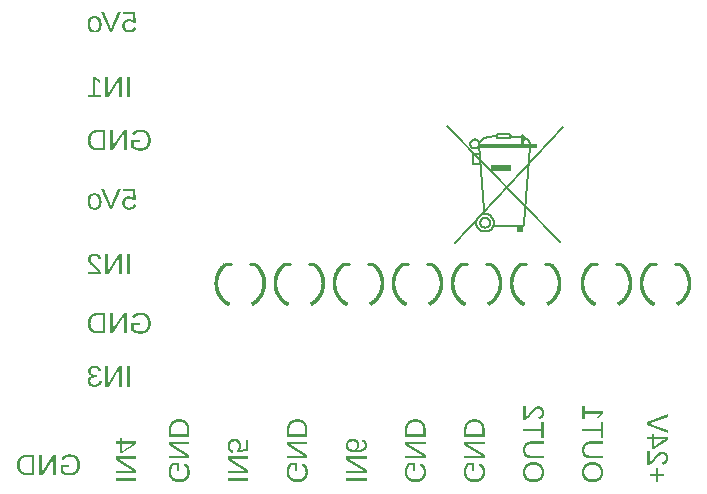
<source format=gbr>
G04 EAGLE Gerber RS-274X export*
G75*
%MOMM*%
%FSLAX34Y34*%
%LPD*%
%INSilkscreen Bottom*%
%IPPOS*%
%AMOC8*
5,1,8,0,0,1.08239X$1,22.5*%
G01*
G04 Define Apertures*
%ADD10C,0.025400*%
%ADD11C,0.254000*%
%ADD12C,0.166400*%
%ADD13R,4.886800X0.353500*%
%ADD14R,1.684300X0.582200*%
%ADD15R,0.582300X0.561400*%
G36*
X407286Y115465D02*
X407277Y116007D01*
X407251Y116532D01*
X407208Y117042D01*
X407148Y117536D01*
X407071Y118015D01*
X406976Y118477D01*
X406864Y118924D01*
X406735Y119356D01*
X406589Y119772D01*
X406426Y120172D01*
X406245Y120556D01*
X406047Y120925D01*
X405832Y121278D01*
X405600Y121616D01*
X405350Y121937D01*
X405084Y122244D01*
X404801Y122533D01*
X404504Y122803D01*
X404192Y123054D01*
X403866Y123287D01*
X403526Y123502D01*
X403171Y123698D01*
X402801Y123875D01*
X402417Y124033D01*
X402018Y124173D01*
X401605Y124294D01*
X401177Y124397D01*
X400735Y124481D01*
X400278Y124546D01*
X399807Y124592D01*
X399321Y124620D01*
X398821Y124630D01*
X398163Y124613D01*
X397525Y124565D01*
X396909Y124483D01*
X396313Y124369D01*
X395739Y124222D01*
X395185Y124043D01*
X394652Y123831D01*
X394140Y123587D01*
X393654Y123313D01*
X393196Y123011D01*
X392768Y122682D01*
X392369Y122326D01*
X392000Y121943D01*
X391660Y121533D01*
X391349Y121095D01*
X391067Y120630D01*
X390817Y120143D01*
X390600Y119637D01*
X390417Y119112D01*
X390267Y118569D01*
X390150Y118008D01*
X390067Y117428D01*
X390017Y116830D01*
X390000Y116214D01*
X390000Y109749D01*
X407286Y109749D01*
X407286Y115465D01*
G37*
%LPC*%
G36*
X391877Y112092D02*
X391877Y115944D01*
X391890Y116412D01*
X391929Y116866D01*
X391994Y117305D01*
X392086Y117730D01*
X392203Y118141D01*
X392346Y118537D01*
X392516Y118919D01*
X392711Y119287D01*
X392931Y119637D01*
X393174Y119966D01*
X393440Y120274D01*
X393729Y120561D01*
X394042Y120828D01*
X394377Y121073D01*
X394735Y121298D01*
X395116Y121501D01*
X395517Y121682D01*
X395936Y121839D01*
X396373Y121972D01*
X396827Y122081D01*
X397299Y122166D01*
X397789Y122226D01*
X398296Y122262D01*
X398821Y122274D01*
X399217Y122267D01*
X399600Y122247D01*
X399972Y122212D01*
X400332Y122164D01*
X400680Y122102D01*
X401017Y122027D01*
X401341Y121937D01*
X401653Y121834D01*
X401953Y121717D01*
X402242Y121587D01*
X402518Y121442D01*
X402783Y121284D01*
X403036Y121112D01*
X403276Y120926D01*
X403505Y120727D01*
X403722Y120514D01*
X403926Y120288D01*
X404117Y120049D01*
X404295Y119798D01*
X404460Y119535D01*
X404611Y119260D01*
X404750Y118972D01*
X404875Y118672D01*
X404987Y118359D01*
X405086Y118034D01*
X405171Y117697D01*
X405244Y117348D01*
X405303Y116986D01*
X405349Y116612D01*
X405382Y116226D01*
X405402Y115827D01*
X405409Y115416D01*
X405409Y112092D01*
X391877Y112092D01*
G37*
%LPD*%
G36*
X407286Y94316D02*
X392466Y103664D01*
X394539Y103554D01*
X395327Y103526D01*
X395950Y103517D01*
X407286Y103517D01*
X407286Y105627D01*
X390000Y105627D01*
X390000Y102805D01*
X404722Y93555D01*
X403532Y93617D01*
X401483Y93678D01*
X390000Y93678D01*
X390000Y91592D01*
X407286Y91592D01*
X407286Y94316D01*
G37*
G36*
X399241Y71272D02*
X399745Y71299D01*
X400234Y71343D01*
X400708Y71405D01*
X401167Y71484D01*
X401611Y71581D01*
X402041Y71696D01*
X402455Y71828D01*
X402855Y71978D01*
X403240Y72145D01*
X403610Y72331D01*
X403965Y72533D01*
X404305Y72754D01*
X404631Y72992D01*
X404941Y73248D01*
X405237Y73521D01*
X405516Y73810D01*
X405778Y74114D01*
X406021Y74432D01*
X406246Y74764D01*
X406453Y75110D01*
X406642Y75471D01*
X406814Y75846D01*
X406967Y76235D01*
X407102Y76639D01*
X407219Y77057D01*
X407318Y77489D01*
X407399Y77935D01*
X407462Y78396D01*
X407507Y78871D01*
X407534Y79360D01*
X407543Y79864D01*
X407528Y80564D01*
X407483Y81231D01*
X407407Y81865D01*
X407301Y82464D01*
X407165Y83030D01*
X406998Y83562D01*
X406801Y84061D01*
X406574Y84525D01*
X406314Y84960D01*
X406017Y85370D01*
X405683Y85753D01*
X405314Y86111D01*
X404907Y86443D01*
X404465Y86750D01*
X403986Y87031D01*
X403470Y87286D01*
X402808Y85053D01*
X403163Y84860D01*
X403494Y84650D01*
X403800Y84422D01*
X404081Y84177D01*
X404337Y83915D01*
X404568Y83635D01*
X404774Y83337D01*
X404955Y83023D01*
X405113Y82689D01*
X405250Y82336D01*
X405366Y81963D01*
X405461Y81570D01*
X405535Y81158D01*
X405587Y80726D01*
X405619Y80274D01*
X405630Y79802D01*
X405622Y79434D01*
X405601Y79076D01*
X405566Y78729D01*
X405516Y78394D01*
X405453Y78069D01*
X405375Y77756D01*
X405283Y77453D01*
X405177Y77161D01*
X405057Y76881D01*
X404923Y76612D01*
X404774Y76353D01*
X404612Y76106D01*
X404435Y75869D01*
X404244Y75644D01*
X404039Y75430D01*
X403820Y75226D01*
X403588Y75035D01*
X403344Y74855D01*
X403089Y74688D01*
X402823Y74534D01*
X402545Y74392D01*
X402255Y74262D01*
X401954Y74144D01*
X401641Y74039D01*
X401317Y73947D01*
X400981Y73866D01*
X400633Y73798D01*
X400274Y73743D01*
X399904Y73699D01*
X399521Y73668D01*
X399128Y73650D01*
X398723Y73644D01*
X398319Y73650D01*
X397925Y73670D01*
X397543Y73703D01*
X397171Y73749D01*
X396810Y73808D01*
X396460Y73880D01*
X396121Y73965D01*
X395792Y74064D01*
X395474Y74175D01*
X395167Y74300D01*
X394871Y74438D01*
X394586Y74589D01*
X394311Y74753D01*
X394047Y74930D01*
X393794Y75121D01*
X393552Y75324D01*
X393322Y75539D01*
X393107Y75765D01*
X392907Y76000D01*
X392722Y76245D01*
X392552Y76501D01*
X392397Y76766D01*
X392256Y77042D01*
X392130Y77327D01*
X392019Y77623D01*
X391923Y77928D01*
X391841Y78244D01*
X391775Y78570D01*
X391723Y78906D01*
X391686Y79252D01*
X391664Y79608D01*
X391656Y79974D01*
X391664Y80394D01*
X391688Y80806D01*
X391729Y81212D01*
X391785Y81610D01*
X391857Y82002D01*
X391946Y82386D01*
X392051Y82763D01*
X392171Y83133D01*
X392306Y83491D01*
X392452Y83831D01*
X392610Y84154D01*
X392779Y84459D01*
X392959Y84747D01*
X393151Y85018D01*
X393355Y85271D01*
X393570Y85507D01*
X396686Y85507D01*
X396686Y80342D01*
X398649Y80342D01*
X398649Y87666D01*
X392687Y87666D01*
X392347Y87313D01*
X392027Y86940D01*
X391727Y86548D01*
X391446Y86137D01*
X391185Y85706D01*
X390944Y85256D01*
X390723Y84787D01*
X390521Y84298D01*
X390342Y83795D01*
X390186Y83281D01*
X390054Y82756D01*
X389946Y82221D01*
X389862Y81675D01*
X389803Y81118D01*
X389767Y80551D01*
X389755Y79974D01*
X389772Y79308D01*
X389822Y78665D01*
X389906Y78046D01*
X390025Y77450D01*
X390176Y76877D01*
X390362Y76328D01*
X390581Y75802D01*
X390834Y75300D01*
X391119Y74824D01*
X391433Y74376D01*
X391778Y73958D01*
X392152Y73568D01*
X392555Y73208D01*
X392988Y72876D01*
X393451Y72574D01*
X393944Y72300D01*
X394463Y72057D01*
X395004Y71847D01*
X395568Y71669D01*
X396154Y71523D01*
X396762Y71409D01*
X397393Y71328D01*
X398047Y71280D01*
X398723Y71264D01*
X399241Y71272D01*
G37*
G36*
X357286Y115465D02*
X357277Y116007D01*
X357251Y116532D01*
X357208Y117042D01*
X357148Y117536D01*
X357071Y118015D01*
X356976Y118477D01*
X356864Y118924D01*
X356735Y119356D01*
X356589Y119772D01*
X356426Y120172D01*
X356245Y120556D01*
X356047Y120925D01*
X355832Y121278D01*
X355600Y121616D01*
X355350Y121937D01*
X355084Y122244D01*
X354801Y122533D01*
X354504Y122803D01*
X354192Y123054D01*
X353866Y123287D01*
X353526Y123502D01*
X353171Y123698D01*
X352801Y123875D01*
X352417Y124033D01*
X352018Y124173D01*
X351605Y124294D01*
X351177Y124397D01*
X350735Y124481D01*
X350278Y124546D01*
X349807Y124592D01*
X349321Y124620D01*
X348821Y124630D01*
X348163Y124613D01*
X347525Y124565D01*
X346909Y124483D01*
X346313Y124369D01*
X345739Y124222D01*
X345185Y124043D01*
X344652Y123831D01*
X344140Y123587D01*
X343654Y123313D01*
X343196Y123011D01*
X342768Y122682D01*
X342369Y122326D01*
X342000Y121943D01*
X341660Y121533D01*
X341349Y121095D01*
X341067Y120630D01*
X340817Y120143D01*
X340600Y119637D01*
X340417Y119112D01*
X340267Y118569D01*
X340150Y118008D01*
X340067Y117428D01*
X340017Y116830D01*
X340000Y116214D01*
X340000Y109749D01*
X357286Y109749D01*
X357286Y115465D01*
G37*
%LPC*%
G36*
X341877Y112092D02*
X341877Y115944D01*
X341890Y116412D01*
X341929Y116866D01*
X341994Y117305D01*
X342086Y117730D01*
X342203Y118141D01*
X342346Y118537D01*
X342516Y118919D01*
X342711Y119287D01*
X342931Y119637D01*
X343174Y119966D01*
X343440Y120274D01*
X343729Y120561D01*
X344042Y120828D01*
X344377Y121073D01*
X344735Y121298D01*
X345116Y121501D01*
X345517Y121682D01*
X345936Y121839D01*
X346373Y121972D01*
X346827Y122081D01*
X347299Y122166D01*
X347789Y122226D01*
X348296Y122262D01*
X348821Y122274D01*
X349217Y122267D01*
X349600Y122247D01*
X349972Y122212D01*
X350332Y122164D01*
X350680Y122102D01*
X351017Y122027D01*
X351341Y121937D01*
X351653Y121834D01*
X351953Y121717D01*
X352242Y121587D01*
X352518Y121442D01*
X352783Y121284D01*
X353036Y121112D01*
X353276Y120926D01*
X353505Y120727D01*
X353722Y120514D01*
X353926Y120288D01*
X354117Y120049D01*
X354295Y119798D01*
X354460Y119535D01*
X354611Y119260D01*
X354750Y118972D01*
X354875Y118672D01*
X354987Y118359D01*
X355086Y118034D01*
X355171Y117697D01*
X355244Y117348D01*
X355303Y116986D01*
X355349Y116612D01*
X355382Y116226D01*
X355402Y115827D01*
X355409Y115416D01*
X355409Y112092D01*
X341877Y112092D01*
G37*
%LPD*%
G36*
X357286Y94316D02*
X342466Y103664D01*
X344539Y103554D01*
X345327Y103526D01*
X345950Y103517D01*
X357286Y103517D01*
X357286Y105627D01*
X340000Y105627D01*
X340000Y102805D01*
X354722Y93555D01*
X353532Y93617D01*
X351483Y93678D01*
X340000Y93678D01*
X340000Y91592D01*
X357286Y91592D01*
X357286Y94316D01*
G37*
G36*
X349241Y71272D02*
X349745Y71299D01*
X350234Y71343D01*
X350708Y71405D01*
X351167Y71484D01*
X351611Y71581D01*
X352041Y71696D01*
X352455Y71828D01*
X352855Y71978D01*
X353240Y72145D01*
X353610Y72331D01*
X353965Y72533D01*
X354305Y72754D01*
X354631Y72992D01*
X354941Y73248D01*
X355237Y73521D01*
X355516Y73810D01*
X355778Y74114D01*
X356021Y74432D01*
X356246Y74764D01*
X356453Y75110D01*
X356642Y75471D01*
X356814Y75846D01*
X356967Y76235D01*
X357102Y76639D01*
X357219Y77057D01*
X357318Y77489D01*
X357399Y77935D01*
X357462Y78396D01*
X357507Y78871D01*
X357534Y79360D01*
X357543Y79864D01*
X357528Y80564D01*
X357483Y81231D01*
X357407Y81865D01*
X357301Y82464D01*
X357165Y83030D01*
X356998Y83562D01*
X356801Y84061D01*
X356574Y84525D01*
X356314Y84960D01*
X356017Y85370D01*
X355683Y85753D01*
X355314Y86111D01*
X354907Y86443D01*
X354465Y86750D01*
X353986Y87031D01*
X353470Y87286D01*
X352808Y85053D01*
X353163Y84860D01*
X353494Y84650D01*
X353800Y84422D01*
X354081Y84177D01*
X354337Y83915D01*
X354568Y83635D01*
X354774Y83337D01*
X354955Y83023D01*
X355113Y82689D01*
X355250Y82336D01*
X355366Y81963D01*
X355461Y81570D01*
X355535Y81158D01*
X355587Y80726D01*
X355619Y80274D01*
X355630Y79802D01*
X355622Y79434D01*
X355601Y79076D01*
X355566Y78729D01*
X355516Y78394D01*
X355453Y78069D01*
X355375Y77756D01*
X355283Y77453D01*
X355177Y77161D01*
X355057Y76881D01*
X354923Y76612D01*
X354774Y76353D01*
X354612Y76106D01*
X354435Y75869D01*
X354244Y75644D01*
X354039Y75430D01*
X353820Y75226D01*
X353588Y75035D01*
X353344Y74855D01*
X353089Y74688D01*
X352823Y74534D01*
X352545Y74392D01*
X352255Y74262D01*
X351954Y74144D01*
X351641Y74039D01*
X351317Y73947D01*
X350981Y73866D01*
X350633Y73798D01*
X350274Y73743D01*
X349904Y73699D01*
X349521Y73668D01*
X349128Y73650D01*
X348723Y73644D01*
X348319Y73650D01*
X347925Y73670D01*
X347543Y73703D01*
X347171Y73749D01*
X346810Y73808D01*
X346460Y73880D01*
X346121Y73965D01*
X345792Y74064D01*
X345474Y74175D01*
X345167Y74300D01*
X344871Y74438D01*
X344586Y74589D01*
X344311Y74753D01*
X344047Y74930D01*
X343794Y75121D01*
X343552Y75324D01*
X343322Y75539D01*
X343107Y75765D01*
X342907Y76000D01*
X342722Y76245D01*
X342552Y76501D01*
X342397Y76766D01*
X342256Y77042D01*
X342130Y77327D01*
X342019Y77623D01*
X341923Y77928D01*
X341841Y78244D01*
X341775Y78570D01*
X341723Y78906D01*
X341686Y79252D01*
X341664Y79608D01*
X341656Y79974D01*
X341664Y80394D01*
X341688Y80806D01*
X341729Y81212D01*
X341785Y81610D01*
X341857Y82002D01*
X341946Y82386D01*
X342051Y82763D01*
X342171Y83133D01*
X342306Y83491D01*
X342452Y83831D01*
X342610Y84154D01*
X342779Y84459D01*
X342959Y84747D01*
X343151Y85018D01*
X343355Y85271D01*
X343570Y85507D01*
X346686Y85507D01*
X346686Y80342D01*
X348649Y80342D01*
X348649Y87666D01*
X342687Y87666D01*
X342347Y87313D01*
X342027Y86940D01*
X341727Y86548D01*
X341446Y86137D01*
X341185Y85706D01*
X340944Y85256D01*
X340723Y84787D01*
X340521Y84298D01*
X340342Y83795D01*
X340186Y83281D01*
X340054Y82756D01*
X339946Y82221D01*
X339862Y81675D01*
X339803Y81118D01*
X339767Y80551D01*
X339755Y79974D01*
X339772Y79308D01*
X339822Y78665D01*
X339906Y78046D01*
X340025Y77450D01*
X340176Y76877D01*
X340362Y76328D01*
X340581Y75802D01*
X340834Y75300D01*
X341119Y74824D01*
X341433Y74376D01*
X341778Y73958D01*
X342152Y73568D01*
X342555Y73208D01*
X342988Y72876D01*
X343451Y72574D01*
X343944Y72300D01*
X344463Y72057D01*
X345004Y71847D01*
X345568Y71669D01*
X346154Y71523D01*
X346762Y71409D01*
X347393Y71328D01*
X348047Y71280D01*
X348723Y71264D01*
X349241Y71272D01*
G37*
G36*
X257286Y115465D02*
X257277Y116007D01*
X257251Y116532D01*
X257208Y117042D01*
X257148Y117536D01*
X257071Y118015D01*
X256976Y118477D01*
X256864Y118924D01*
X256735Y119356D01*
X256589Y119772D01*
X256426Y120172D01*
X256245Y120556D01*
X256047Y120925D01*
X255832Y121278D01*
X255600Y121616D01*
X255350Y121937D01*
X255084Y122244D01*
X254801Y122533D01*
X254504Y122803D01*
X254192Y123054D01*
X253866Y123287D01*
X253526Y123502D01*
X253171Y123698D01*
X252801Y123875D01*
X252417Y124033D01*
X252018Y124173D01*
X251605Y124294D01*
X251177Y124397D01*
X250735Y124481D01*
X250278Y124546D01*
X249807Y124592D01*
X249321Y124620D01*
X248821Y124630D01*
X248163Y124613D01*
X247525Y124565D01*
X246909Y124483D01*
X246313Y124369D01*
X245739Y124222D01*
X245185Y124043D01*
X244652Y123831D01*
X244140Y123587D01*
X243654Y123313D01*
X243196Y123011D01*
X242768Y122682D01*
X242369Y122326D01*
X242000Y121943D01*
X241660Y121533D01*
X241349Y121095D01*
X241067Y120630D01*
X240817Y120143D01*
X240600Y119637D01*
X240417Y119112D01*
X240267Y118569D01*
X240150Y118008D01*
X240067Y117428D01*
X240017Y116830D01*
X240000Y116214D01*
X240000Y109749D01*
X257286Y109749D01*
X257286Y115465D01*
G37*
%LPC*%
G36*
X241877Y112092D02*
X241877Y115944D01*
X241890Y116412D01*
X241929Y116866D01*
X241994Y117305D01*
X242086Y117730D01*
X242203Y118141D01*
X242346Y118537D01*
X242516Y118919D01*
X242711Y119287D01*
X242931Y119637D01*
X243174Y119966D01*
X243440Y120274D01*
X243729Y120561D01*
X244042Y120828D01*
X244377Y121073D01*
X244735Y121298D01*
X245116Y121501D01*
X245517Y121682D01*
X245936Y121839D01*
X246373Y121972D01*
X246827Y122081D01*
X247299Y122166D01*
X247789Y122226D01*
X248296Y122262D01*
X248821Y122274D01*
X249217Y122267D01*
X249600Y122247D01*
X249972Y122212D01*
X250332Y122164D01*
X250680Y122102D01*
X251017Y122027D01*
X251341Y121937D01*
X251653Y121834D01*
X251953Y121717D01*
X252242Y121587D01*
X252518Y121442D01*
X252783Y121284D01*
X253036Y121112D01*
X253276Y120926D01*
X253505Y120727D01*
X253722Y120514D01*
X253926Y120288D01*
X254117Y120049D01*
X254295Y119798D01*
X254460Y119535D01*
X254611Y119260D01*
X254750Y118972D01*
X254875Y118672D01*
X254987Y118359D01*
X255086Y118034D01*
X255171Y117697D01*
X255244Y117348D01*
X255303Y116986D01*
X255349Y116612D01*
X255382Y116226D01*
X255402Y115827D01*
X255409Y115416D01*
X255409Y112092D01*
X241877Y112092D01*
G37*
%LPD*%
G36*
X257286Y94316D02*
X242466Y103664D01*
X244539Y103554D01*
X245327Y103526D01*
X245950Y103517D01*
X257286Y103517D01*
X257286Y105627D01*
X240000Y105627D01*
X240000Y102805D01*
X254722Y93555D01*
X253532Y93617D01*
X251483Y93678D01*
X240000Y93678D01*
X240000Y91592D01*
X257286Y91592D01*
X257286Y94316D01*
G37*
G36*
X249241Y71272D02*
X249745Y71299D01*
X250234Y71343D01*
X250708Y71405D01*
X251167Y71484D01*
X251611Y71581D01*
X252041Y71696D01*
X252455Y71828D01*
X252855Y71978D01*
X253240Y72145D01*
X253610Y72331D01*
X253965Y72533D01*
X254305Y72754D01*
X254631Y72992D01*
X254941Y73248D01*
X255237Y73521D01*
X255516Y73810D01*
X255778Y74114D01*
X256021Y74432D01*
X256246Y74764D01*
X256453Y75110D01*
X256642Y75471D01*
X256814Y75846D01*
X256967Y76235D01*
X257102Y76639D01*
X257219Y77057D01*
X257318Y77489D01*
X257399Y77935D01*
X257462Y78396D01*
X257507Y78871D01*
X257534Y79360D01*
X257543Y79864D01*
X257528Y80564D01*
X257483Y81231D01*
X257407Y81865D01*
X257301Y82464D01*
X257165Y83030D01*
X256998Y83562D01*
X256801Y84061D01*
X256574Y84525D01*
X256314Y84960D01*
X256017Y85370D01*
X255683Y85753D01*
X255314Y86111D01*
X254907Y86443D01*
X254465Y86750D01*
X253986Y87031D01*
X253470Y87286D01*
X252808Y85053D01*
X253163Y84860D01*
X253494Y84650D01*
X253800Y84422D01*
X254081Y84177D01*
X254337Y83915D01*
X254568Y83635D01*
X254774Y83337D01*
X254955Y83023D01*
X255113Y82689D01*
X255250Y82336D01*
X255366Y81963D01*
X255461Y81570D01*
X255535Y81158D01*
X255587Y80726D01*
X255619Y80274D01*
X255630Y79802D01*
X255622Y79434D01*
X255601Y79076D01*
X255566Y78729D01*
X255516Y78394D01*
X255453Y78069D01*
X255375Y77756D01*
X255283Y77453D01*
X255177Y77161D01*
X255057Y76881D01*
X254923Y76612D01*
X254774Y76353D01*
X254612Y76106D01*
X254435Y75869D01*
X254244Y75644D01*
X254039Y75430D01*
X253820Y75226D01*
X253588Y75035D01*
X253344Y74855D01*
X253089Y74688D01*
X252823Y74534D01*
X252545Y74392D01*
X252255Y74262D01*
X251954Y74144D01*
X251641Y74039D01*
X251317Y73947D01*
X250981Y73866D01*
X250633Y73798D01*
X250274Y73743D01*
X249904Y73699D01*
X249521Y73668D01*
X249128Y73650D01*
X248723Y73644D01*
X248319Y73650D01*
X247925Y73670D01*
X247543Y73703D01*
X247171Y73749D01*
X246810Y73808D01*
X246460Y73880D01*
X246121Y73965D01*
X245792Y74064D01*
X245474Y74175D01*
X245167Y74300D01*
X244871Y74438D01*
X244586Y74589D01*
X244311Y74753D01*
X244047Y74930D01*
X243794Y75121D01*
X243552Y75324D01*
X243322Y75539D01*
X243107Y75765D01*
X242907Y76000D01*
X242722Y76245D01*
X242552Y76501D01*
X242397Y76766D01*
X242256Y77042D01*
X242130Y77327D01*
X242019Y77623D01*
X241923Y77928D01*
X241841Y78244D01*
X241775Y78570D01*
X241723Y78906D01*
X241686Y79252D01*
X241664Y79608D01*
X241656Y79974D01*
X241664Y80394D01*
X241688Y80806D01*
X241729Y81212D01*
X241785Y81610D01*
X241857Y82002D01*
X241946Y82386D01*
X242051Y82763D01*
X242171Y83133D01*
X242306Y83491D01*
X242452Y83831D01*
X242610Y84154D01*
X242779Y84459D01*
X242959Y84747D01*
X243151Y85018D01*
X243355Y85271D01*
X243570Y85507D01*
X246686Y85507D01*
X246686Y80342D01*
X248649Y80342D01*
X248649Y87666D01*
X242687Y87666D01*
X242347Y87313D01*
X242027Y86940D01*
X241727Y86548D01*
X241446Y86137D01*
X241185Y85706D01*
X240944Y85256D01*
X240723Y84787D01*
X240521Y84298D01*
X240342Y83795D01*
X240186Y83281D01*
X240054Y82756D01*
X239946Y82221D01*
X239862Y81675D01*
X239803Y81118D01*
X239767Y80551D01*
X239755Y79974D01*
X239772Y79308D01*
X239822Y78665D01*
X239906Y78046D01*
X240025Y77450D01*
X240176Y76877D01*
X240362Y76328D01*
X240581Y75802D01*
X240834Y75300D01*
X241119Y74824D01*
X241433Y74376D01*
X241778Y73958D01*
X242152Y73568D01*
X242555Y73208D01*
X242988Y72876D01*
X243451Y72574D01*
X243944Y72300D01*
X244463Y72057D01*
X245004Y71847D01*
X245568Y71669D01*
X246154Y71523D01*
X246762Y71409D01*
X247393Y71328D01*
X248047Y71280D01*
X248723Y71264D01*
X249241Y71272D01*
G37*
G36*
X157286Y115465D02*
X157277Y116007D01*
X157251Y116532D01*
X157208Y117042D01*
X157148Y117536D01*
X157071Y118015D01*
X156976Y118477D01*
X156864Y118924D01*
X156735Y119356D01*
X156589Y119772D01*
X156426Y120172D01*
X156245Y120556D01*
X156047Y120925D01*
X155832Y121278D01*
X155600Y121616D01*
X155350Y121937D01*
X155084Y122244D01*
X154801Y122533D01*
X154504Y122803D01*
X154192Y123054D01*
X153866Y123287D01*
X153526Y123502D01*
X153171Y123698D01*
X152801Y123875D01*
X152417Y124033D01*
X152018Y124173D01*
X151605Y124294D01*
X151177Y124397D01*
X150735Y124481D01*
X150278Y124546D01*
X149807Y124592D01*
X149321Y124620D01*
X148821Y124630D01*
X148163Y124613D01*
X147525Y124565D01*
X146909Y124483D01*
X146313Y124369D01*
X145739Y124222D01*
X145185Y124043D01*
X144652Y123831D01*
X144140Y123587D01*
X143654Y123313D01*
X143196Y123011D01*
X142768Y122682D01*
X142369Y122326D01*
X142000Y121943D01*
X141660Y121533D01*
X141349Y121095D01*
X141067Y120630D01*
X140817Y120143D01*
X140600Y119637D01*
X140417Y119112D01*
X140267Y118569D01*
X140150Y118008D01*
X140067Y117428D01*
X140017Y116830D01*
X140000Y116214D01*
X140000Y109749D01*
X157286Y109749D01*
X157286Y115465D01*
G37*
%LPC*%
G36*
X141877Y112092D02*
X141877Y115944D01*
X141890Y116412D01*
X141929Y116866D01*
X141994Y117305D01*
X142086Y117730D01*
X142203Y118141D01*
X142346Y118537D01*
X142516Y118919D01*
X142711Y119287D01*
X142931Y119637D01*
X143174Y119966D01*
X143440Y120274D01*
X143729Y120561D01*
X144042Y120828D01*
X144377Y121073D01*
X144735Y121298D01*
X145116Y121501D01*
X145517Y121682D01*
X145936Y121839D01*
X146373Y121972D01*
X146827Y122081D01*
X147299Y122166D01*
X147789Y122226D01*
X148296Y122262D01*
X148821Y122274D01*
X149217Y122267D01*
X149600Y122247D01*
X149972Y122212D01*
X150332Y122164D01*
X150680Y122102D01*
X151017Y122027D01*
X151341Y121937D01*
X151653Y121834D01*
X151953Y121717D01*
X152242Y121587D01*
X152518Y121442D01*
X152783Y121284D01*
X153036Y121112D01*
X153276Y120926D01*
X153505Y120727D01*
X153722Y120514D01*
X153926Y120288D01*
X154117Y120049D01*
X154295Y119798D01*
X154460Y119535D01*
X154611Y119260D01*
X154750Y118972D01*
X154875Y118672D01*
X154987Y118359D01*
X155086Y118034D01*
X155171Y117697D01*
X155244Y117348D01*
X155303Y116986D01*
X155349Y116612D01*
X155382Y116226D01*
X155402Y115827D01*
X155409Y115416D01*
X155409Y112092D01*
X141877Y112092D01*
G37*
%LPD*%
G36*
X157286Y94316D02*
X142466Y103664D01*
X144539Y103554D01*
X145327Y103526D01*
X145950Y103517D01*
X157286Y103517D01*
X157286Y105627D01*
X140000Y105627D01*
X140000Y102805D01*
X154722Y93555D01*
X153532Y93617D01*
X151483Y93678D01*
X140000Y93678D01*
X140000Y91592D01*
X157286Y91592D01*
X157286Y94316D01*
G37*
G36*
X149241Y71272D02*
X149745Y71299D01*
X150234Y71343D01*
X150708Y71405D01*
X151167Y71484D01*
X151611Y71581D01*
X152041Y71696D01*
X152455Y71828D01*
X152855Y71978D01*
X153240Y72145D01*
X153610Y72331D01*
X153965Y72533D01*
X154305Y72754D01*
X154631Y72992D01*
X154941Y73248D01*
X155237Y73521D01*
X155516Y73810D01*
X155778Y74114D01*
X156021Y74432D01*
X156246Y74764D01*
X156453Y75110D01*
X156642Y75471D01*
X156814Y75846D01*
X156967Y76235D01*
X157102Y76639D01*
X157219Y77057D01*
X157318Y77489D01*
X157399Y77935D01*
X157462Y78396D01*
X157507Y78871D01*
X157534Y79360D01*
X157543Y79864D01*
X157528Y80564D01*
X157483Y81231D01*
X157407Y81865D01*
X157301Y82464D01*
X157165Y83030D01*
X156998Y83562D01*
X156801Y84061D01*
X156574Y84525D01*
X156314Y84960D01*
X156017Y85370D01*
X155683Y85753D01*
X155314Y86111D01*
X154907Y86443D01*
X154465Y86750D01*
X153986Y87031D01*
X153470Y87286D01*
X152808Y85053D01*
X153163Y84860D01*
X153494Y84650D01*
X153800Y84422D01*
X154081Y84177D01*
X154337Y83915D01*
X154568Y83635D01*
X154774Y83337D01*
X154955Y83023D01*
X155113Y82689D01*
X155250Y82336D01*
X155366Y81963D01*
X155461Y81570D01*
X155535Y81158D01*
X155587Y80726D01*
X155619Y80274D01*
X155630Y79802D01*
X155622Y79434D01*
X155601Y79076D01*
X155566Y78729D01*
X155516Y78394D01*
X155453Y78069D01*
X155375Y77756D01*
X155283Y77453D01*
X155177Y77161D01*
X155057Y76881D01*
X154923Y76612D01*
X154774Y76353D01*
X154612Y76106D01*
X154435Y75869D01*
X154244Y75644D01*
X154039Y75430D01*
X153820Y75226D01*
X153588Y75035D01*
X153344Y74855D01*
X153089Y74688D01*
X152823Y74534D01*
X152545Y74392D01*
X152255Y74262D01*
X151954Y74144D01*
X151641Y74039D01*
X151317Y73947D01*
X150981Y73866D01*
X150633Y73798D01*
X150274Y73743D01*
X149904Y73699D01*
X149521Y73668D01*
X149128Y73650D01*
X148723Y73644D01*
X148319Y73650D01*
X147925Y73670D01*
X147543Y73703D01*
X147171Y73749D01*
X146810Y73808D01*
X146460Y73880D01*
X146121Y73965D01*
X145792Y74064D01*
X145474Y74175D01*
X145167Y74300D01*
X144871Y74438D01*
X144586Y74589D01*
X144311Y74753D01*
X144047Y74930D01*
X143794Y75121D01*
X143552Y75324D01*
X143322Y75539D01*
X143107Y75765D01*
X142907Y76000D01*
X142722Y76245D01*
X142552Y76501D01*
X142397Y76766D01*
X142256Y77042D01*
X142130Y77327D01*
X142019Y77623D01*
X141923Y77928D01*
X141841Y78244D01*
X141775Y78570D01*
X141723Y78906D01*
X141686Y79252D01*
X141664Y79608D01*
X141656Y79974D01*
X141664Y80394D01*
X141688Y80806D01*
X141729Y81212D01*
X141785Y81610D01*
X141857Y82002D01*
X141946Y82386D01*
X142051Y82763D01*
X142171Y83133D01*
X142306Y83491D01*
X142452Y83831D01*
X142610Y84154D01*
X142779Y84459D01*
X142959Y84747D01*
X143151Y85018D01*
X143355Y85271D01*
X143570Y85507D01*
X146686Y85507D01*
X146686Y80342D01*
X148649Y80342D01*
X148649Y87666D01*
X142687Y87666D01*
X142347Y87313D01*
X142027Y86940D01*
X141727Y86548D01*
X141446Y86137D01*
X141185Y85706D01*
X140944Y85256D01*
X140723Y84787D01*
X140521Y84298D01*
X140342Y83795D01*
X140186Y83281D01*
X140054Y82756D01*
X139946Y82221D01*
X139862Y81675D01*
X139803Y81118D01*
X139767Y80551D01*
X139755Y79974D01*
X139772Y79308D01*
X139822Y78665D01*
X139906Y78046D01*
X140025Y77450D01*
X140176Y76877D01*
X140362Y76328D01*
X140581Y75802D01*
X140834Y75300D01*
X141119Y74824D01*
X141433Y74376D01*
X141778Y73958D01*
X142152Y73568D01*
X142555Y73208D01*
X142988Y72876D01*
X143451Y72574D01*
X143944Y72300D01*
X144463Y72057D01*
X145004Y71847D01*
X145568Y71669D01*
X146154Y71523D01*
X146762Y71409D01*
X147393Y71328D01*
X148047Y71280D01*
X148723Y71264D01*
X149241Y71272D01*
G37*
G36*
X26095Y94506D02*
X20378Y94506D01*
X19837Y94497D01*
X19312Y94471D01*
X18802Y94428D01*
X18308Y94368D01*
X17829Y94291D01*
X17366Y94196D01*
X16919Y94084D01*
X16488Y93955D01*
X16072Y93809D01*
X15672Y93646D01*
X15287Y93465D01*
X14919Y93267D01*
X14566Y93052D01*
X14228Y92820D01*
X13906Y92570D01*
X13600Y92304D01*
X13311Y92021D01*
X13041Y91724D01*
X12789Y91412D01*
X12556Y91086D01*
X12342Y90746D01*
X12146Y90391D01*
X11969Y90021D01*
X11811Y89637D01*
X11671Y89238D01*
X11550Y88825D01*
X11447Y88397D01*
X11363Y87955D01*
X11298Y87498D01*
X11251Y87027D01*
X11223Y86541D01*
X11214Y86041D01*
X11230Y85383D01*
X11279Y84745D01*
X11361Y84129D01*
X11475Y83533D01*
X11621Y82959D01*
X11801Y82405D01*
X12012Y81872D01*
X12257Y81360D01*
X12531Y80874D01*
X12833Y80416D01*
X13161Y79988D01*
X13517Y79589D01*
X13901Y79220D01*
X14311Y78880D01*
X14749Y78569D01*
X15213Y78287D01*
X15701Y78037D01*
X16207Y77820D01*
X16732Y77637D01*
X17275Y77487D01*
X17836Y77370D01*
X18415Y77287D01*
X19014Y77237D01*
X19630Y77220D01*
X26095Y77220D01*
X26095Y94506D01*
G37*
%LPC*%
G36*
X19900Y79097D02*
X19432Y79110D01*
X18978Y79149D01*
X18538Y79214D01*
X18113Y79306D01*
X17703Y79423D01*
X17306Y79566D01*
X16924Y79736D01*
X16557Y79931D01*
X16207Y80151D01*
X15878Y80394D01*
X15570Y80660D01*
X15282Y80949D01*
X15016Y81262D01*
X14771Y81597D01*
X14546Y81955D01*
X14342Y82336D01*
X14161Y82737D01*
X14004Y83156D01*
X13871Y83593D01*
X13763Y84047D01*
X13678Y84519D01*
X13618Y85009D01*
X13582Y85516D01*
X13570Y86041D01*
X13576Y86437D01*
X13597Y86820D01*
X13631Y87192D01*
X13680Y87552D01*
X13741Y87900D01*
X13817Y88237D01*
X13907Y88561D01*
X14010Y88873D01*
X14127Y89173D01*
X14257Y89462D01*
X14402Y89738D01*
X14560Y90003D01*
X14732Y90256D01*
X14917Y90496D01*
X15117Y90725D01*
X15330Y90942D01*
X15556Y91146D01*
X15795Y91337D01*
X16046Y91515D01*
X16309Y91680D01*
X16584Y91831D01*
X16872Y91970D01*
X17172Y92095D01*
X17485Y92207D01*
X17809Y92306D01*
X18146Y92391D01*
X18496Y92464D01*
X18857Y92523D01*
X19231Y92569D01*
X19618Y92602D01*
X20016Y92622D01*
X20427Y92629D01*
X23752Y92629D01*
X23752Y79097D01*
X19900Y79097D01*
G37*
%LPD*%
G36*
X42289Y91942D02*
X42227Y90752D01*
X42166Y88703D01*
X42166Y77220D01*
X44251Y77220D01*
X44251Y94506D01*
X41528Y94506D01*
X32180Y79686D01*
X32290Y81759D01*
X32318Y82547D01*
X32327Y83170D01*
X32327Y94506D01*
X30217Y94506D01*
X30217Y77220D01*
X33038Y77220D01*
X42289Y91942D01*
G37*
G36*
X56536Y76992D02*
X57179Y77042D01*
X57798Y77126D01*
X58394Y77245D01*
X58967Y77396D01*
X59516Y77582D01*
X60042Y77801D01*
X60544Y78054D01*
X61020Y78339D01*
X61468Y78653D01*
X61886Y78998D01*
X62275Y79372D01*
X62636Y79775D01*
X62967Y80208D01*
X63270Y80671D01*
X63544Y81164D01*
X63786Y81683D01*
X63997Y82224D01*
X64175Y82788D01*
X64321Y83374D01*
X64434Y83982D01*
X64515Y84613D01*
X64564Y85267D01*
X64580Y85943D01*
X64571Y86461D01*
X64545Y86965D01*
X64501Y87454D01*
X64439Y87928D01*
X64360Y88387D01*
X64263Y88831D01*
X64148Y89261D01*
X64016Y89675D01*
X63866Y90075D01*
X63698Y90460D01*
X63513Y90830D01*
X63310Y91185D01*
X63090Y91525D01*
X62852Y91851D01*
X62596Y92161D01*
X62323Y92457D01*
X62034Y92736D01*
X61730Y92998D01*
X61412Y93241D01*
X61080Y93466D01*
X60734Y93673D01*
X60373Y93862D01*
X59998Y94034D01*
X59609Y94187D01*
X59205Y94322D01*
X58787Y94439D01*
X58355Y94538D01*
X57909Y94619D01*
X57448Y94682D01*
X56973Y94727D01*
X56484Y94754D01*
X55980Y94763D01*
X55279Y94748D01*
X54612Y94703D01*
X53979Y94627D01*
X53379Y94521D01*
X52814Y94385D01*
X52281Y94218D01*
X51783Y94021D01*
X51318Y93794D01*
X50883Y93534D01*
X50474Y93237D01*
X50091Y92903D01*
X49733Y92534D01*
X49401Y92127D01*
X49094Y91685D01*
X48813Y91206D01*
X48558Y90690D01*
X50791Y90028D01*
X50984Y90383D01*
X51194Y90714D01*
X51421Y91020D01*
X51666Y91301D01*
X51929Y91557D01*
X52209Y91788D01*
X52506Y91994D01*
X52821Y92175D01*
X53155Y92333D01*
X53508Y92470D01*
X53881Y92586D01*
X54273Y92681D01*
X54686Y92755D01*
X55118Y92807D01*
X55570Y92839D01*
X56042Y92850D01*
X56410Y92842D01*
X56768Y92821D01*
X57115Y92786D01*
X57450Y92736D01*
X57775Y92673D01*
X58088Y92595D01*
X58391Y92503D01*
X58682Y92397D01*
X58963Y92277D01*
X59232Y92143D01*
X59491Y91994D01*
X59738Y91832D01*
X59975Y91655D01*
X60200Y91464D01*
X60414Y91259D01*
X60618Y91040D01*
X60809Y90808D01*
X60989Y90564D01*
X61155Y90309D01*
X61310Y90043D01*
X61452Y89765D01*
X61582Y89475D01*
X61699Y89174D01*
X61805Y88861D01*
X61897Y88537D01*
X61978Y88201D01*
X62046Y87853D01*
X62101Y87494D01*
X62145Y87124D01*
X62175Y86741D01*
X62194Y86348D01*
X62200Y85943D01*
X62194Y85539D01*
X62174Y85145D01*
X62141Y84763D01*
X62095Y84391D01*
X62036Y84030D01*
X61964Y83680D01*
X61878Y83341D01*
X61780Y83012D01*
X61668Y82694D01*
X61544Y82387D01*
X61406Y82091D01*
X61255Y81806D01*
X61091Y81531D01*
X60913Y81267D01*
X60723Y81014D01*
X60519Y80772D01*
X60304Y80542D01*
X60079Y80327D01*
X59844Y80127D01*
X59599Y79942D01*
X59343Y79772D01*
X59078Y79617D01*
X58802Y79476D01*
X58517Y79350D01*
X58221Y79239D01*
X57915Y79143D01*
X57600Y79061D01*
X57274Y78995D01*
X56938Y78943D01*
X56592Y78906D01*
X56236Y78884D01*
X55870Y78876D01*
X55450Y78884D01*
X55038Y78908D01*
X54632Y78949D01*
X54234Y79005D01*
X53842Y79077D01*
X53458Y79166D01*
X53081Y79271D01*
X52711Y79391D01*
X52353Y79526D01*
X52013Y79672D01*
X51690Y79830D01*
X51384Y79999D01*
X51096Y80179D01*
X50826Y80371D01*
X50573Y80575D01*
X50337Y80790D01*
X50337Y83906D01*
X55502Y83906D01*
X55502Y85869D01*
X48178Y85869D01*
X48178Y79907D01*
X48531Y79567D01*
X48903Y79247D01*
X49295Y78947D01*
X49707Y78666D01*
X50137Y78405D01*
X50587Y78164D01*
X51057Y77943D01*
X51545Y77741D01*
X52049Y77562D01*
X52563Y77406D01*
X53088Y77274D01*
X53623Y77166D01*
X54169Y77082D01*
X54725Y77023D01*
X55292Y76987D01*
X55870Y76975D01*
X56536Y76992D01*
G37*
G36*
X86095Y214506D02*
X80378Y214506D01*
X79837Y214497D01*
X79312Y214471D01*
X78802Y214428D01*
X78308Y214368D01*
X77829Y214291D01*
X77366Y214196D01*
X76919Y214084D01*
X76488Y213955D01*
X76072Y213809D01*
X75672Y213646D01*
X75287Y213465D01*
X74919Y213267D01*
X74566Y213052D01*
X74228Y212820D01*
X73906Y212570D01*
X73600Y212304D01*
X73311Y212021D01*
X73041Y211724D01*
X72789Y211412D01*
X72556Y211086D01*
X72342Y210746D01*
X72146Y210391D01*
X71969Y210021D01*
X71811Y209637D01*
X71671Y209238D01*
X71550Y208825D01*
X71447Y208397D01*
X71363Y207955D01*
X71298Y207498D01*
X71251Y207027D01*
X71223Y206541D01*
X71214Y206041D01*
X71230Y205383D01*
X71279Y204745D01*
X71361Y204129D01*
X71475Y203533D01*
X71621Y202959D01*
X71801Y202405D01*
X72012Y201872D01*
X72257Y201360D01*
X72531Y200874D01*
X72833Y200416D01*
X73161Y199988D01*
X73517Y199589D01*
X73901Y199220D01*
X74311Y198880D01*
X74749Y198569D01*
X75213Y198287D01*
X75701Y198037D01*
X76207Y197820D01*
X76732Y197637D01*
X77275Y197487D01*
X77836Y197370D01*
X78415Y197287D01*
X79014Y197237D01*
X79630Y197220D01*
X86095Y197220D01*
X86095Y214506D01*
G37*
%LPC*%
G36*
X79900Y199097D02*
X79432Y199110D01*
X78978Y199149D01*
X78538Y199214D01*
X78113Y199306D01*
X77703Y199423D01*
X77306Y199566D01*
X76924Y199736D01*
X76557Y199931D01*
X76207Y200151D01*
X75878Y200394D01*
X75570Y200660D01*
X75282Y200949D01*
X75016Y201262D01*
X74771Y201597D01*
X74546Y201955D01*
X74342Y202336D01*
X74161Y202737D01*
X74004Y203156D01*
X73871Y203593D01*
X73763Y204047D01*
X73678Y204519D01*
X73618Y205009D01*
X73582Y205516D01*
X73570Y206041D01*
X73576Y206437D01*
X73597Y206820D01*
X73631Y207192D01*
X73680Y207552D01*
X73741Y207900D01*
X73817Y208237D01*
X73907Y208561D01*
X74010Y208873D01*
X74127Y209173D01*
X74257Y209462D01*
X74402Y209738D01*
X74560Y210003D01*
X74732Y210256D01*
X74917Y210496D01*
X75117Y210725D01*
X75330Y210942D01*
X75556Y211146D01*
X75795Y211337D01*
X76046Y211515D01*
X76309Y211680D01*
X76584Y211831D01*
X76872Y211970D01*
X77172Y212095D01*
X77485Y212207D01*
X77809Y212306D01*
X78146Y212391D01*
X78496Y212464D01*
X78857Y212523D01*
X79231Y212569D01*
X79618Y212602D01*
X80016Y212622D01*
X80427Y212629D01*
X83752Y212629D01*
X83752Y199097D01*
X79900Y199097D01*
G37*
%LPD*%
G36*
X102289Y211942D02*
X102227Y210752D01*
X102166Y208703D01*
X102166Y197220D01*
X104251Y197220D01*
X104251Y214506D01*
X101528Y214506D01*
X92180Y199686D01*
X92290Y201759D01*
X92318Y202547D01*
X92327Y203170D01*
X92327Y214506D01*
X90217Y214506D01*
X90217Y197220D01*
X93038Y197220D01*
X102289Y211942D01*
G37*
G36*
X116536Y196992D02*
X117179Y197042D01*
X117798Y197126D01*
X118394Y197245D01*
X118967Y197396D01*
X119516Y197582D01*
X120042Y197801D01*
X120544Y198054D01*
X121020Y198339D01*
X121468Y198653D01*
X121886Y198998D01*
X122275Y199372D01*
X122636Y199775D01*
X122967Y200208D01*
X123270Y200671D01*
X123544Y201164D01*
X123786Y201683D01*
X123997Y202224D01*
X124175Y202788D01*
X124321Y203374D01*
X124434Y203982D01*
X124515Y204613D01*
X124564Y205267D01*
X124580Y205943D01*
X124571Y206461D01*
X124545Y206965D01*
X124501Y207454D01*
X124439Y207928D01*
X124360Y208387D01*
X124263Y208831D01*
X124148Y209261D01*
X124016Y209675D01*
X123866Y210075D01*
X123698Y210460D01*
X123513Y210830D01*
X123310Y211185D01*
X123090Y211525D01*
X122852Y211851D01*
X122596Y212161D01*
X122323Y212457D01*
X122034Y212736D01*
X121730Y212998D01*
X121412Y213241D01*
X121080Y213466D01*
X120734Y213673D01*
X120373Y213862D01*
X119998Y214034D01*
X119609Y214187D01*
X119205Y214322D01*
X118787Y214439D01*
X118355Y214538D01*
X117909Y214619D01*
X117448Y214682D01*
X116973Y214727D01*
X116484Y214754D01*
X115980Y214763D01*
X115279Y214748D01*
X114612Y214703D01*
X113979Y214627D01*
X113379Y214521D01*
X112814Y214385D01*
X112281Y214218D01*
X111783Y214021D01*
X111318Y213794D01*
X110883Y213534D01*
X110474Y213237D01*
X110091Y212903D01*
X109733Y212534D01*
X109401Y212127D01*
X109094Y211685D01*
X108813Y211206D01*
X108558Y210690D01*
X110791Y210028D01*
X110984Y210383D01*
X111194Y210714D01*
X111421Y211020D01*
X111666Y211301D01*
X111929Y211557D01*
X112209Y211788D01*
X112506Y211994D01*
X112821Y212175D01*
X113155Y212333D01*
X113508Y212470D01*
X113881Y212586D01*
X114273Y212681D01*
X114686Y212755D01*
X115118Y212807D01*
X115570Y212839D01*
X116042Y212850D01*
X116410Y212842D01*
X116768Y212821D01*
X117115Y212786D01*
X117450Y212736D01*
X117775Y212673D01*
X118088Y212595D01*
X118391Y212503D01*
X118682Y212397D01*
X118963Y212277D01*
X119232Y212143D01*
X119491Y211994D01*
X119738Y211832D01*
X119975Y211655D01*
X120200Y211464D01*
X120414Y211259D01*
X120618Y211040D01*
X120809Y210808D01*
X120989Y210564D01*
X121155Y210309D01*
X121310Y210043D01*
X121452Y209765D01*
X121582Y209475D01*
X121699Y209174D01*
X121805Y208861D01*
X121897Y208537D01*
X121978Y208201D01*
X122046Y207853D01*
X122101Y207494D01*
X122145Y207124D01*
X122175Y206741D01*
X122194Y206348D01*
X122200Y205943D01*
X122194Y205539D01*
X122174Y205145D01*
X122141Y204763D01*
X122095Y204391D01*
X122036Y204030D01*
X121964Y203680D01*
X121878Y203341D01*
X121780Y203012D01*
X121668Y202694D01*
X121544Y202387D01*
X121406Y202091D01*
X121255Y201806D01*
X121091Y201531D01*
X120913Y201267D01*
X120723Y201014D01*
X120519Y200772D01*
X120304Y200542D01*
X120079Y200327D01*
X119844Y200127D01*
X119599Y199942D01*
X119343Y199772D01*
X119078Y199617D01*
X118802Y199476D01*
X118517Y199350D01*
X118221Y199239D01*
X117915Y199143D01*
X117600Y199061D01*
X117274Y198995D01*
X116938Y198943D01*
X116592Y198906D01*
X116236Y198884D01*
X115870Y198876D01*
X115450Y198884D01*
X115038Y198908D01*
X114632Y198949D01*
X114234Y199005D01*
X113842Y199077D01*
X113458Y199166D01*
X113081Y199271D01*
X112711Y199391D01*
X112353Y199526D01*
X112013Y199672D01*
X111690Y199830D01*
X111384Y199999D01*
X111096Y200179D01*
X110826Y200371D01*
X110573Y200575D01*
X110337Y200790D01*
X110337Y203906D01*
X115502Y203906D01*
X115502Y205869D01*
X108178Y205869D01*
X108178Y199907D01*
X108531Y199567D01*
X108903Y199247D01*
X109295Y198947D01*
X109707Y198666D01*
X110137Y198405D01*
X110587Y198164D01*
X111057Y197943D01*
X111545Y197741D01*
X112049Y197562D01*
X112563Y197406D01*
X113088Y197274D01*
X113623Y197166D01*
X114169Y197082D01*
X114725Y197023D01*
X115292Y196987D01*
X115870Y196975D01*
X116536Y196992D01*
G37*
G36*
X86095Y369506D02*
X80378Y369506D01*
X79837Y369497D01*
X79312Y369471D01*
X78802Y369428D01*
X78308Y369368D01*
X77829Y369291D01*
X77366Y369196D01*
X76919Y369084D01*
X76488Y368955D01*
X76072Y368809D01*
X75672Y368646D01*
X75287Y368465D01*
X74919Y368267D01*
X74566Y368052D01*
X74228Y367820D01*
X73906Y367570D01*
X73600Y367304D01*
X73311Y367021D01*
X73041Y366724D01*
X72789Y366412D01*
X72556Y366086D01*
X72342Y365746D01*
X72146Y365391D01*
X71969Y365021D01*
X71811Y364637D01*
X71671Y364238D01*
X71550Y363825D01*
X71447Y363397D01*
X71363Y362955D01*
X71298Y362498D01*
X71251Y362027D01*
X71223Y361541D01*
X71214Y361041D01*
X71230Y360383D01*
X71279Y359745D01*
X71361Y359129D01*
X71475Y358533D01*
X71621Y357959D01*
X71801Y357405D01*
X72012Y356872D01*
X72257Y356360D01*
X72531Y355874D01*
X72833Y355416D01*
X73161Y354988D01*
X73517Y354589D01*
X73901Y354220D01*
X74311Y353880D01*
X74749Y353569D01*
X75213Y353287D01*
X75701Y353037D01*
X76207Y352820D01*
X76732Y352637D01*
X77275Y352487D01*
X77836Y352370D01*
X78415Y352287D01*
X79014Y352237D01*
X79630Y352220D01*
X86095Y352220D01*
X86095Y369506D01*
G37*
%LPC*%
G36*
X79900Y354097D02*
X79432Y354110D01*
X78978Y354149D01*
X78538Y354214D01*
X78113Y354306D01*
X77703Y354423D01*
X77306Y354566D01*
X76924Y354736D01*
X76557Y354931D01*
X76207Y355151D01*
X75878Y355394D01*
X75570Y355660D01*
X75282Y355949D01*
X75016Y356262D01*
X74771Y356597D01*
X74546Y356955D01*
X74342Y357336D01*
X74161Y357737D01*
X74004Y358156D01*
X73871Y358593D01*
X73763Y359047D01*
X73678Y359519D01*
X73618Y360009D01*
X73582Y360516D01*
X73570Y361041D01*
X73576Y361437D01*
X73597Y361820D01*
X73631Y362192D01*
X73680Y362552D01*
X73741Y362900D01*
X73817Y363237D01*
X73907Y363561D01*
X74010Y363873D01*
X74127Y364173D01*
X74257Y364462D01*
X74402Y364738D01*
X74560Y365003D01*
X74732Y365256D01*
X74917Y365496D01*
X75117Y365725D01*
X75330Y365942D01*
X75556Y366146D01*
X75795Y366337D01*
X76046Y366515D01*
X76309Y366680D01*
X76584Y366831D01*
X76872Y366970D01*
X77172Y367095D01*
X77485Y367207D01*
X77809Y367306D01*
X78146Y367391D01*
X78496Y367464D01*
X78857Y367523D01*
X79231Y367569D01*
X79618Y367602D01*
X80016Y367622D01*
X80427Y367629D01*
X83752Y367629D01*
X83752Y354097D01*
X79900Y354097D01*
G37*
%LPD*%
G36*
X102289Y366942D02*
X102227Y365752D01*
X102166Y363703D01*
X102166Y352220D01*
X104251Y352220D01*
X104251Y369506D01*
X101528Y369506D01*
X92180Y354686D01*
X92290Y356759D01*
X92318Y357547D01*
X92327Y358170D01*
X92327Y369506D01*
X90217Y369506D01*
X90217Y352220D01*
X93038Y352220D01*
X102289Y366942D01*
G37*
G36*
X116536Y351992D02*
X117179Y352042D01*
X117798Y352126D01*
X118394Y352245D01*
X118967Y352396D01*
X119516Y352582D01*
X120042Y352801D01*
X120544Y353054D01*
X121020Y353339D01*
X121468Y353653D01*
X121886Y353998D01*
X122275Y354372D01*
X122636Y354775D01*
X122967Y355208D01*
X123270Y355671D01*
X123544Y356164D01*
X123786Y356683D01*
X123997Y357224D01*
X124175Y357788D01*
X124321Y358374D01*
X124434Y358982D01*
X124515Y359613D01*
X124564Y360267D01*
X124580Y360943D01*
X124571Y361461D01*
X124545Y361965D01*
X124501Y362454D01*
X124439Y362928D01*
X124360Y363387D01*
X124263Y363831D01*
X124148Y364261D01*
X124016Y364675D01*
X123866Y365075D01*
X123698Y365460D01*
X123513Y365830D01*
X123310Y366185D01*
X123090Y366525D01*
X122852Y366851D01*
X122596Y367161D01*
X122323Y367457D01*
X122034Y367736D01*
X121730Y367998D01*
X121412Y368241D01*
X121080Y368466D01*
X120734Y368673D01*
X120373Y368862D01*
X119998Y369034D01*
X119609Y369187D01*
X119205Y369322D01*
X118787Y369439D01*
X118355Y369538D01*
X117909Y369619D01*
X117448Y369682D01*
X116973Y369727D01*
X116484Y369754D01*
X115980Y369763D01*
X115279Y369748D01*
X114612Y369703D01*
X113979Y369627D01*
X113379Y369521D01*
X112814Y369385D01*
X112281Y369218D01*
X111783Y369021D01*
X111318Y368794D01*
X110883Y368534D01*
X110474Y368237D01*
X110091Y367903D01*
X109733Y367534D01*
X109401Y367127D01*
X109094Y366685D01*
X108813Y366206D01*
X108558Y365690D01*
X110791Y365028D01*
X110984Y365383D01*
X111194Y365714D01*
X111421Y366020D01*
X111666Y366301D01*
X111929Y366557D01*
X112209Y366788D01*
X112506Y366994D01*
X112821Y367175D01*
X113155Y367333D01*
X113508Y367470D01*
X113881Y367586D01*
X114273Y367681D01*
X114686Y367755D01*
X115118Y367807D01*
X115570Y367839D01*
X116042Y367850D01*
X116410Y367842D01*
X116768Y367821D01*
X117115Y367786D01*
X117450Y367736D01*
X117775Y367673D01*
X118088Y367595D01*
X118391Y367503D01*
X118682Y367397D01*
X118963Y367277D01*
X119232Y367143D01*
X119491Y366994D01*
X119738Y366832D01*
X119975Y366655D01*
X120200Y366464D01*
X120414Y366259D01*
X120618Y366040D01*
X120809Y365808D01*
X120989Y365564D01*
X121155Y365309D01*
X121310Y365043D01*
X121452Y364765D01*
X121582Y364475D01*
X121699Y364174D01*
X121805Y363861D01*
X121897Y363537D01*
X121978Y363201D01*
X122046Y362853D01*
X122101Y362494D01*
X122145Y362124D01*
X122175Y361741D01*
X122194Y361348D01*
X122200Y360943D01*
X122194Y360539D01*
X122174Y360145D01*
X122141Y359763D01*
X122095Y359391D01*
X122036Y359030D01*
X121964Y358680D01*
X121878Y358341D01*
X121780Y358012D01*
X121668Y357694D01*
X121544Y357387D01*
X121406Y357091D01*
X121255Y356806D01*
X121091Y356531D01*
X120913Y356267D01*
X120723Y356014D01*
X120519Y355772D01*
X120304Y355542D01*
X120079Y355327D01*
X119844Y355127D01*
X119599Y354942D01*
X119343Y354772D01*
X119078Y354617D01*
X118802Y354476D01*
X118517Y354350D01*
X118221Y354239D01*
X117915Y354143D01*
X117600Y354061D01*
X117274Y353995D01*
X116938Y353943D01*
X116592Y353906D01*
X116236Y353884D01*
X115870Y353876D01*
X115450Y353884D01*
X115038Y353908D01*
X114632Y353949D01*
X114234Y354005D01*
X113842Y354077D01*
X113458Y354166D01*
X113081Y354271D01*
X112711Y354391D01*
X112353Y354526D01*
X112013Y354672D01*
X111690Y354830D01*
X111384Y354999D01*
X111096Y355179D01*
X110826Y355371D01*
X110573Y355575D01*
X110337Y355790D01*
X110337Y358906D01*
X115502Y358906D01*
X115502Y360869D01*
X108178Y360869D01*
X108178Y354907D01*
X108531Y354567D01*
X108903Y354247D01*
X109295Y353947D01*
X109707Y353666D01*
X110137Y353405D01*
X110587Y353164D01*
X111057Y352943D01*
X111545Y352741D01*
X112049Y352562D01*
X112563Y352406D01*
X113088Y352274D01*
X113623Y352166D01*
X114169Y352082D01*
X114725Y352023D01*
X115292Y351987D01*
X115870Y351975D01*
X116536Y351992D01*
G37*
G36*
X562286Y107146D02*
X562286Y109464D01*
X550656Y109464D01*
X550656Y111893D01*
X548914Y111893D01*
X548914Y109464D01*
X545000Y109464D01*
X545000Y107379D01*
X548914Y107379D01*
X548914Y99233D01*
X550631Y99233D01*
X562286Y107146D01*
G37*
G36*
X562286Y115201D02*
X550116Y119986D01*
X547061Y121016D01*
X550116Y122047D01*
X562286Y126807D01*
X562286Y129273D01*
X545000Y122219D01*
X545000Y119790D01*
X562286Y112735D01*
X562286Y115201D01*
G37*
G36*
X547255Y86281D02*
X547909Y86646D01*
X548521Y87045D01*
X549091Y87478D01*
X549627Y87935D01*
X550137Y88403D01*
X550621Y88883D01*
X551079Y89374D01*
X551936Y90363D01*
X552729Y91343D01*
X553490Y92271D01*
X554250Y93103D01*
X554635Y93477D01*
X555029Y93813D01*
X555432Y94112D01*
X555845Y94373D01*
X556057Y94487D01*
X556276Y94585D01*
X556502Y94668D01*
X556734Y94737D01*
X556974Y94790D01*
X557221Y94827D01*
X557474Y94850D01*
X557734Y94858D01*
X558080Y94845D01*
X558406Y94806D01*
X558712Y94740D01*
X558998Y94649D01*
X559264Y94532D01*
X559510Y94388D01*
X559736Y94219D01*
X559943Y94023D01*
X560127Y93805D01*
X560286Y93566D01*
X560421Y93306D01*
X560531Y93027D01*
X560617Y92727D01*
X560679Y92406D01*
X560715Y92066D01*
X560728Y91705D01*
X560716Y91360D01*
X560680Y91030D01*
X560620Y90717D01*
X560536Y90418D01*
X560428Y90135D01*
X560296Y89868D01*
X560141Y89616D01*
X559961Y89380D01*
X559760Y89163D01*
X559539Y88970D01*
X559299Y88801D01*
X559039Y88655D01*
X558760Y88532D01*
X558462Y88433D01*
X558145Y88358D01*
X557808Y88307D01*
X558016Y86049D01*
X558522Y86130D01*
X559000Y86251D01*
X559452Y86412D01*
X559878Y86612D01*
X560277Y86852D01*
X560650Y87132D01*
X560997Y87451D01*
X561317Y87810D01*
X561604Y88202D01*
X561853Y88621D01*
X562064Y89068D01*
X562237Y89541D01*
X562371Y90041D01*
X562467Y90569D01*
X562524Y91123D01*
X562543Y91705D01*
X562524Y92339D01*
X562466Y92936D01*
X562370Y93495D01*
X562235Y94016D01*
X562062Y94499D01*
X561850Y94945D01*
X561599Y95353D01*
X561310Y95723D01*
X560986Y96052D01*
X560629Y96337D01*
X560240Y96579D01*
X559818Y96776D01*
X559364Y96930D01*
X558878Y97040D01*
X558359Y97105D01*
X557808Y97127D01*
X557557Y97120D01*
X557306Y97099D01*
X557055Y97063D01*
X556805Y97012D01*
X556306Y96869D01*
X555808Y96667D01*
X555311Y96409D01*
X554814Y96095D01*
X554318Y95725D01*
X553821Y95299D01*
X553256Y94742D01*
X552554Y93977D01*
X551716Y93006D01*
X550741Y91828D01*
X550179Y91158D01*
X549645Y90561D01*
X549139Y90036D01*
X548662Y89582D01*
X548203Y89194D01*
X547753Y88865D01*
X547311Y88593D01*
X546877Y88380D01*
X546877Y97397D01*
X545000Y97397D01*
X545000Y85951D01*
X546558Y85951D01*
X547255Y86281D01*
G37*
G36*
X554250Y76428D02*
X559501Y76428D01*
X559501Y78232D01*
X554250Y78232D01*
X554250Y83434D01*
X552459Y83434D01*
X552459Y78232D01*
X547208Y78232D01*
X547208Y76428D01*
X552459Y76428D01*
X552459Y71227D01*
X554250Y71227D01*
X554250Y76428D01*
G37*
%LPC*%
G36*
X550656Y107379D02*
X559795Y107379D01*
X559145Y107035D01*
X558654Y106756D01*
X558335Y106557D01*
X551809Y102128D01*
X550901Y101466D01*
X550656Y101269D01*
X550656Y107379D01*
G37*
%LPD*%
G36*
X499234Y71199D02*
X499731Y71225D01*
X500214Y71270D01*
X500683Y71332D01*
X501138Y71412D01*
X501578Y71509D01*
X502005Y71624D01*
X502417Y71757D01*
X502815Y71908D01*
X503199Y72077D01*
X503569Y72263D01*
X503925Y72467D01*
X504266Y72688D01*
X504594Y72928D01*
X504907Y73185D01*
X505206Y73460D01*
X505489Y73750D01*
X505754Y74055D01*
X506001Y74373D01*
X506229Y74706D01*
X506439Y75052D01*
X506630Y75412D01*
X506804Y75786D01*
X506959Y76174D01*
X507096Y76576D01*
X507215Y76991D01*
X507315Y77421D01*
X507397Y77865D01*
X507461Y78322D01*
X507507Y78793D01*
X507534Y79279D01*
X507543Y79778D01*
X507527Y80426D01*
X507478Y81053D01*
X507396Y81658D01*
X507281Y82240D01*
X507134Y82802D01*
X506953Y83341D01*
X506740Y83858D01*
X506494Y84354D01*
X506217Y84824D01*
X505911Y85266D01*
X505574Y85679D01*
X505208Y86063D01*
X504812Y86420D01*
X504386Y86747D01*
X503931Y87046D01*
X503446Y87316D01*
X502935Y87556D01*
X502401Y87765D01*
X501844Y87941D01*
X501265Y88085D01*
X500663Y88197D01*
X500039Y88277D01*
X499392Y88325D01*
X498723Y88341D01*
X498055Y88325D01*
X497409Y88276D01*
X496784Y88195D01*
X496180Y88082D01*
X495597Y87936D01*
X495035Y87758D01*
X494495Y87547D01*
X493975Y87304D01*
X493480Y87031D01*
X493016Y86729D01*
X492580Y86400D01*
X492175Y86042D01*
X491798Y85656D01*
X491451Y85242D01*
X491134Y84800D01*
X490846Y84329D01*
X490591Y83834D01*
X490369Y83316D01*
X490181Y82777D01*
X490028Y82216D01*
X489908Y81633D01*
X489823Y81028D01*
X489772Y80402D01*
X489755Y79753D01*
X489772Y79099D01*
X489822Y78468D01*
X489906Y77859D01*
X490025Y77273D01*
X490176Y76711D01*
X490362Y76170D01*
X490581Y75653D01*
X490834Y75159D01*
X491119Y74690D01*
X491434Y74250D01*
X491779Y73838D01*
X492155Y73455D01*
X492560Y73100D01*
X492995Y72774D01*
X493461Y72477D01*
X493956Y72208D01*
X494478Y71970D01*
X495020Y71763D01*
X495584Y71588D01*
X496169Y71445D01*
X496776Y71333D01*
X497403Y71254D01*
X498052Y71206D01*
X498723Y71190D01*
X499234Y71199D01*
G37*
%LPC*%
G36*
X498321Y73576D02*
X497931Y73596D01*
X497551Y73628D01*
X497181Y73672D01*
X496822Y73730D01*
X496473Y73800D01*
X496135Y73883D01*
X495807Y73979D01*
X495490Y74088D01*
X495184Y74210D01*
X494887Y74344D01*
X494602Y74491D01*
X494326Y74651D01*
X494062Y74824D01*
X493808Y75009D01*
X493564Y75208D01*
X493333Y75417D01*
X493117Y75637D01*
X492916Y75867D01*
X492729Y76106D01*
X492558Y76355D01*
X492401Y76615D01*
X492260Y76884D01*
X492133Y77163D01*
X492021Y77452D01*
X491924Y77751D01*
X491842Y78060D01*
X491775Y78379D01*
X491723Y78707D01*
X491686Y79046D01*
X491664Y79395D01*
X491656Y79753D01*
X491663Y80122D01*
X491685Y80480D01*
X491721Y80827D01*
X491772Y81163D01*
X491836Y81488D01*
X491916Y81802D01*
X492010Y82106D01*
X492118Y82398D01*
X492240Y82680D01*
X492377Y82951D01*
X492529Y83211D01*
X492695Y83460D01*
X492875Y83698D01*
X493070Y83926D01*
X493279Y84142D01*
X493503Y84348D01*
X493739Y84541D01*
X493988Y84723D01*
X494249Y84892D01*
X494521Y85048D01*
X494806Y85192D01*
X495102Y85323D01*
X495410Y85442D01*
X495731Y85548D01*
X496063Y85642D01*
X496407Y85723D01*
X496763Y85792D01*
X497131Y85848D01*
X497511Y85892D01*
X497903Y85923D01*
X498307Y85942D01*
X498723Y85948D01*
X499120Y85942D01*
X499508Y85923D01*
X499884Y85892D01*
X500249Y85848D01*
X500604Y85791D01*
X500948Y85722D01*
X501280Y85640D01*
X501603Y85545D01*
X501914Y85438D01*
X502214Y85318D01*
X502504Y85186D01*
X502783Y85041D01*
X503050Y84883D01*
X503308Y84713D01*
X503554Y84531D01*
X503789Y84335D01*
X504012Y84128D01*
X504221Y83911D01*
X504415Y83683D01*
X504594Y83445D01*
X504760Y83197D01*
X504911Y82938D01*
X505047Y82669D01*
X505169Y82389D01*
X505277Y82099D01*
X505371Y81799D01*
X505450Y81488D01*
X505515Y81167D01*
X505565Y80835D01*
X505601Y80493D01*
X505622Y80140D01*
X505630Y79778D01*
X505622Y79412D01*
X505601Y79057D01*
X505566Y78712D01*
X505516Y78378D01*
X505452Y78054D01*
X505374Y77741D01*
X505282Y77438D01*
X505176Y77146D01*
X505055Y76865D01*
X504920Y76594D01*
X504771Y76333D01*
X504608Y76083D01*
X504431Y75844D01*
X504239Y75615D01*
X504034Y75397D01*
X503814Y75189D01*
X503581Y74993D01*
X503337Y74810D01*
X503082Y74639D01*
X502815Y74481D01*
X502536Y74335D01*
X502247Y74203D01*
X501946Y74082D01*
X501633Y73975D01*
X501309Y73880D01*
X500974Y73798D01*
X500627Y73728D01*
X500269Y73671D01*
X499900Y73627D01*
X499519Y73595D01*
X499126Y73576D01*
X498723Y73570D01*
X498321Y73576D01*
G37*
%LPD*%
G36*
X507286Y93813D02*
X496478Y93813D01*
X495903Y93832D01*
X495365Y93888D01*
X494862Y93982D01*
X494395Y94113D01*
X493964Y94282D01*
X493568Y94489D01*
X493208Y94733D01*
X492883Y95015D01*
X492595Y95332D01*
X492346Y95683D01*
X492135Y96067D01*
X491963Y96484D01*
X491829Y96935D01*
X491733Y97419D01*
X491675Y97936D01*
X491656Y98487D01*
X491676Y99053D01*
X491736Y99588D01*
X491835Y100089D01*
X491974Y100559D01*
X492152Y100996D01*
X492370Y101400D01*
X492628Y101772D01*
X492926Y102112D01*
X493262Y102415D01*
X493634Y102678D01*
X494043Y102901D01*
X494489Y103083D01*
X494971Y103224D01*
X495490Y103326D01*
X496045Y103386D01*
X496637Y103406D01*
X507286Y103406D01*
X507286Y105737D01*
X496502Y105737D01*
X495987Y105723D01*
X495489Y105682D01*
X495010Y105612D01*
X494548Y105515D01*
X494105Y105390D01*
X493680Y105237D01*
X493272Y105056D01*
X492883Y104848D01*
X492514Y104614D01*
X492167Y104357D01*
X491843Y104077D01*
X491541Y103774D01*
X491262Y103449D01*
X491005Y103100D01*
X490770Y102728D01*
X490558Y102333D01*
X490370Y101917D01*
X490207Y101484D01*
X490069Y101032D01*
X489956Y100562D01*
X489868Y100073D01*
X489805Y99567D01*
X489767Y99042D01*
X489755Y98499D01*
X489767Y97977D01*
X489803Y97472D01*
X489863Y96983D01*
X489948Y96512D01*
X490057Y96057D01*
X490189Y95619D01*
X490346Y95198D01*
X490528Y94794D01*
X490732Y94410D01*
X490958Y94047D01*
X491206Y93707D01*
X491475Y93390D01*
X491767Y93094D01*
X492080Y92821D01*
X492415Y92570D01*
X492773Y92341D01*
X493149Y92136D01*
X493544Y91960D01*
X493956Y91810D01*
X494386Y91687D01*
X494833Y91592D01*
X495298Y91524D01*
X495781Y91483D01*
X496281Y91470D01*
X507286Y91470D01*
X507286Y93813D01*
G37*
G36*
X507286Y122458D02*
X505372Y122458D01*
X505372Y116521D01*
X490000Y116521D01*
X490000Y114190D01*
X505372Y114190D01*
X505372Y108252D01*
X507286Y108252D01*
X507286Y122458D01*
G37*
G36*
X491877Y129349D02*
X505176Y129349D01*
X502391Y125448D01*
X504476Y125448D01*
X507286Y129533D01*
X507286Y131570D01*
X491877Y131570D01*
X491877Y135778D01*
X490000Y135778D01*
X490000Y124945D01*
X491877Y124945D01*
X491877Y129349D01*
G37*
G36*
X449234Y71199D02*
X449731Y71225D01*
X450214Y71270D01*
X450683Y71332D01*
X451138Y71412D01*
X451578Y71509D01*
X452005Y71624D01*
X452417Y71757D01*
X452815Y71908D01*
X453199Y72077D01*
X453569Y72263D01*
X453925Y72467D01*
X454266Y72688D01*
X454594Y72928D01*
X454907Y73185D01*
X455206Y73460D01*
X455489Y73750D01*
X455754Y74055D01*
X456001Y74373D01*
X456229Y74706D01*
X456439Y75052D01*
X456630Y75412D01*
X456804Y75786D01*
X456959Y76174D01*
X457096Y76576D01*
X457215Y76991D01*
X457315Y77421D01*
X457397Y77865D01*
X457461Y78322D01*
X457507Y78793D01*
X457534Y79279D01*
X457543Y79778D01*
X457527Y80426D01*
X457478Y81053D01*
X457396Y81658D01*
X457281Y82240D01*
X457134Y82802D01*
X456953Y83341D01*
X456740Y83858D01*
X456494Y84354D01*
X456217Y84824D01*
X455911Y85266D01*
X455574Y85679D01*
X455208Y86063D01*
X454812Y86420D01*
X454386Y86747D01*
X453931Y87046D01*
X453446Y87316D01*
X452935Y87556D01*
X452401Y87765D01*
X451844Y87941D01*
X451265Y88085D01*
X450663Y88197D01*
X450039Y88277D01*
X449392Y88325D01*
X448723Y88341D01*
X448055Y88325D01*
X447409Y88276D01*
X446784Y88195D01*
X446180Y88082D01*
X445597Y87936D01*
X445035Y87758D01*
X444495Y87547D01*
X443975Y87304D01*
X443480Y87031D01*
X443016Y86729D01*
X442580Y86400D01*
X442175Y86042D01*
X441798Y85656D01*
X441451Y85242D01*
X441134Y84800D01*
X440846Y84329D01*
X440591Y83834D01*
X440369Y83316D01*
X440181Y82777D01*
X440028Y82216D01*
X439908Y81633D01*
X439823Y81028D01*
X439772Y80402D01*
X439755Y79753D01*
X439772Y79099D01*
X439822Y78468D01*
X439906Y77859D01*
X440025Y77273D01*
X440176Y76711D01*
X440362Y76170D01*
X440581Y75653D01*
X440834Y75159D01*
X441119Y74690D01*
X441434Y74250D01*
X441779Y73838D01*
X442155Y73455D01*
X442560Y73100D01*
X442995Y72774D01*
X443461Y72477D01*
X443956Y72208D01*
X444478Y71970D01*
X445020Y71763D01*
X445584Y71588D01*
X446169Y71445D01*
X446776Y71333D01*
X447403Y71254D01*
X448052Y71206D01*
X448723Y71190D01*
X449234Y71199D01*
G37*
%LPC*%
G36*
X448321Y73576D02*
X447931Y73596D01*
X447551Y73628D01*
X447181Y73672D01*
X446822Y73730D01*
X446473Y73800D01*
X446135Y73883D01*
X445807Y73979D01*
X445490Y74088D01*
X445184Y74210D01*
X444887Y74344D01*
X444602Y74491D01*
X444326Y74651D01*
X444062Y74824D01*
X443808Y75009D01*
X443564Y75208D01*
X443333Y75417D01*
X443117Y75637D01*
X442916Y75867D01*
X442729Y76106D01*
X442558Y76355D01*
X442401Y76615D01*
X442260Y76884D01*
X442133Y77163D01*
X442021Y77452D01*
X441924Y77751D01*
X441842Y78060D01*
X441775Y78379D01*
X441723Y78707D01*
X441686Y79046D01*
X441664Y79395D01*
X441656Y79753D01*
X441663Y80122D01*
X441685Y80480D01*
X441721Y80827D01*
X441772Y81163D01*
X441836Y81488D01*
X441916Y81802D01*
X442010Y82106D01*
X442118Y82398D01*
X442240Y82680D01*
X442377Y82951D01*
X442529Y83211D01*
X442695Y83460D01*
X442875Y83698D01*
X443070Y83926D01*
X443279Y84142D01*
X443503Y84348D01*
X443739Y84541D01*
X443988Y84723D01*
X444249Y84892D01*
X444521Y85048D01*
X444806Y85192D01*
X445102Y85323D01*
X445410Y85442D01*
X445731Y85548D01*
X446063Y85642D01*
X446407Y85723D01*
X446763Y85792D01*
X447131Y85848D01*
X447511Y85892D01*
X447903Y85923D01*
X448307Y85942D01*
X448723Y85948D01*
X449120Y85942D01*
X449508Y85923D01*
X449884Y85892D01*
X450249Y85848D01*
X450604Y85791D01*
X450948Y85722D01*
X451280Y85640D01*
X451603Y85545D01*
X451914Y85438D01*
X452214Y85318D01*
X452504Y85186D01*
X452783Y85041D01*
X453050Y84883D01*
X453308Y84713D01*
X453554Y84531D01*
X453789Y84335D01*
X454012Y84128D01*
X454221Y83911D01*
X454415Y83683D01*
X454594Y83445D01*
X454760Y83197D01*
X454911Y82938D01*
X455047Y82669D01*
X455169Y82389D01*
X455277Y82099D01*
X455371Y81799D01*
X455450Y81488D01*
X455515Y81167D01*
X455565Y80835D01*
X455601Y80493D01*
X455622Y80140D01*
X455630Y79778D01*
X455622Y79412D01*
X455601Y79057D01*
X455566Y78712D01*
X455516Y78378D01*
X455452Y78054D01*
X455374Y77741D01*
X455282Y77438D01*
X455176Y77146D01*
X455055Y76865D01*
X454920Y76594D01*
X454771Y76333D01*
X454608Y76083D01*
X454431Y75844D01*
X454239Y75615D01*
X454034Y75397D01*
X453814Y75189D01*
X453581Y74993D01*
X453337Y74810D01*
X453082Y74639D01*
X452815Y74481D01*
X452536Y74335D01*
X452247Y74203D01*
X451946Y74082D01*
X451633Y73975D01*
X451309Y73880D01*
X450974Y73798D01*
X450627Y73728D01*
X450269Y73671D01*
X449900Y73627D01*
X449519Y73595D01*
X449126Y73576D01*
X448723Y73570D01*
X448321Y73576D01*
G37*
%LPD*%
G36*
X457286Y93813D02*
X446478Y93813D01*
X445903Y93832D01*
X445365Y93888D01*
X444862Y93982D01*
X444395Y94113D01*
X443964Y94282D01*
X443568Y94489D01*
X443208Y94733D01*
X442883Y95015D01*
X442595Y95332D01*
X442346Y95683D01*
X442135Y96067D01*
X441963Y96484D01*
X441829Y96935D01*
X441733Y97419D01*
X441675Y97936D01*
X441656Y98487D01*
X441676Y99053D01*
X441736Y99588D01*
X441835Y100089D01*
X441974Y100559D01*
X442152Y100996D01*
X442370Y101400D01*
X442628Y101772D01*
X442926Y102112D01*
X443262Y102415D01*
X443634Y102678D01*
X444043Y102901D01*
X444489Y103083D01*
X444971Y103224D01*
X445490Y103326D01*
X446045Y103386D01*
X446637Y103406D01*
X457286Y103406D01*
X457286Y105737D01*
X446502Y105737D01*
X445987Y105723D01*
X445489Y105682D01*
X445010Y105612D01*
X444548Y105515D01*
X444105Y105390D01*
X443680Y105237D01*
X443272Y105056D01*
X442883Y104848D01*
X442514Y104614D01*
X442167Y104357D01*
X441843Y104077D01*
X441541Y103774D01*
X441262Y103449D01*
X441005Y103100D01*
X440770Y102728D01*
X440558Y102333D01*
X440370Y101917D01*
X440207Y101484D01*
X440069Y101032D01*
X439956Y100562D01*
X439868Y100073D01*
X439805Y99567D01*
X439767Y99042D01*
X439755Y98499D01*
X439767Y97977D01*
X439803Y97472D01*
X439863Y96983D01*
X439948Y96512D01*
X440057Y96057D01*
X440189Y95619D01*
X440346Y95198D01*
X440528Y94794D01*
X440732Y94410D01*
X440958Y94047D01*
X441206Y93707D01*
X441475Y93390D01*
X441767Y93094D01*
X442080Y92821D01*
X442415Y92570D01*
X442773Y92341D01*
X443149Y92136D01*
X443544Y91960D01*
X443956Y91810D01*
X444386Y91687D01*
X444833Y91592D01*
X445298Y91524D01*
X445781Y91483D01*
X446281Y91470D01*
X457286Y91470D01*
X457286Y93813D01*
G37*
G36*
X442255Y124625D02*
X442909Y124990D01*
X443521Y125389D01*
X444091Y125822D01*
X444627Y126279D01*
X445137Y126747D01*
X445621Y127227D01*
X446079Y127718D01*
X446936Y128707D01*
X447729Y129687D01*
X448490Y130614D01*
X449250Y131447D01*
X449635Y131821D01*
X450029Y132157D01*
X450432Y132456D01*
X450845Y132717D01*
X451057Y132830D01*
X451276Y132929D01*
X451502Y133012D01*
X451734Y133080D01*
X451974Y133133D01*
X452221Y133171D01*
X452474Y133194D01*
X452734Y133201D01*
X453080Y133188D01*
X453406Y133149D01*
X453712Y133084D01*
X453998Y132993D01*
X454264Y132876D01*
X454510Y132732D01*
X454736Y132563D01*
X454943Y132367D01*
X455127Y132149D01*
X455286Y131909D01*
X455421Y131650D01*
X455531Y131370D01*
X455617Y131070D01*
X455679Y130750D01*
X455715Y130410D01*
X455728Y130049D01*
X455716Y129704D01*
X455680Y129374D01*
X455620Y129060D01*
X455536Y128762D01*
X455428Y128479D01*
X455296Y128212D01*
X455141Y127960D01*
X454961Y127724D01*
X454760Y127507D01*
X454539Y127314D01*
X454299Y127144D01*
X454039Y126998D01*
X453760Y126876D01*
X453462Y126777D01*
X453145Y126702D01*
X452808Y126650D01*
X453016Y124393D01*
X453522Y124474D01*
X454000Y124595D01*
X454452Y124756D01*
X454878Y124956D01*
X455277Y125196D01*
X455650Y125475D01*
X455997Y125795D01*
X456317Y126153D01*
X456604Y126546D01*
X456853Y126965D01*
X457064Y127411D01*
X457237Y127885D01*
X457371Y128385D01*
X457467Y128913D01*
X457524Y129467D01*
X457543Y130049D01*
X457524Y130683D01*
X457466Y131280D01*
X457370Y131838D01*
X457235Y132360D01*
X457062Y132843D01*
X456850Y133289D01*
X456599Y133696D01*
X456310Y134066D01*
X455986Y134396D01*
X455629Y134681D01*
X455240Y134922D01*
X454818Y135120D01*
X454364Y135274D01*
X453878Y135383D01*
X453359Y135449D01*
X452808Y135471D01*
X452557Y135464D01*
X452306Y135442D01*
X452055Y135406D01*
X451805Y135356D01*
X451306Y135212D01*
X450808Y135011D01*
X450311Y134753D01*
X449814Y134439D01*
X449318Y134069D01*
X448821Y133643D01*
X448256Y133086D01*
X447554Y132321D01*
X446716Y131350D01*
X445741Y130171D01*
X445179Y129502D01*
X444645Y128905D01*
X444139Y128379D01*
X443662Y127926D01*
X443203Y127538D01*
X442753Y127209D01*
X442311Y126937D01*
X441877Y126724D01*
X441877Y135741D01*
X440000Y135741D01*
X440000Y124295D01*
X441558Y124295D01*
X442255Y124625D01*
G37*
G36*
X457286Y122458D02*
X455372Y122458D01*
X455372Y116521D01*
X440000Y116521D01*
X440000Y114190D01*
X455372Y114190D01*
X455372Y108252D01*
X457286Y108252D01*
X457286Y122458D01*
G37*
G36*
X298797Y96407D02*
X299334Y96426D01*
X299855Y96457D01*
X300359Y96501D01*
X300847Y96558D01*
X301318Y96627D01*
X301774Y96708D01*
X302213Y96803D01*
X302636Y96909D01*
X303042Y97029D01*
X303432Y97160D01*
X303806Y97305D01*
X304164Y97462D01*
X304505Y97631D01*
X304830Y97813D01*
X305139Y98008D01*
X305430Y98214D01*
X305702Y98431D01*
X305956Y98659D01*
X306191Y98897D01*
X306407Y99145D01*
X306604Y99405D01*
X306783Y99675D01*
X306942Y99956D01*
X307083Y100247D01*
X307205Y100549D01*
X307309Y100861D01*
X307393Y101185D01*
X307459Y101519D01*
X307506Y101863D01*
X307534Y102218D01*
X307543Y102584D01*
X307530Y103062D01*
X307488Y103517D01*
X307420Y103950D01*
X307323Y104360D01*
X307199Y104747D01*
X307048Y105112D01*
X306869Y105454D01*
X306663Y105774D01*
X306429Y106071D01*
X306168Y106345D01*
X305879Y106597D01*
X305563Y106826D01*
X305219Y107032D01*
X304848Y107216D01*
X304449Y107377D01*
X304022Y107516D01*
X303642Y105406D01*
X303898Y105318D01*
X304137Y105219D01*
X304359Y105107D01*
X304565Y104984D01*
X304755Y104848D01*
X304928Y104701D01*
X305085Y104541D01*
X305225Y104369D01*
X305348Y104185D01*
X305455Y103989D01*
X305546Y103781D01*
X305620Y103561D01*
X305678Y103329D01*
X305719Y103084D01*
X305744Y102828D01*
X305752Y102559D01*
X305745Y102327D01*
X305725Y102100D01*
X305690Y101881D01*
X305642Y101668D01*
X305580Y101462D01*
X305505Y101262D01*
X305312Y100883D01*
X305065Y100531D01*
X304762Y100205D01*
X304404Y99906D01*
X303992Y99634D01*
X303527Y99391D01*
X303013Y99180D01*
X302450Y99002D01*
X301837Y98856D01*
X301175Y98743D01*
X300464Y98662D01*
X299704Y98613D01*
X298894Y98597D01*
X299165Y98755D01*
X299419Y98928D01*
X299657Y99117D01*
X299877Y99321D01*
X300081Y99540D01*
X300269Y99775D01*
X300439Y100025D01*
X300593Y100290D01*
X300730Y100568D01*
X300848Y100856D01*
X300949Y101154D01*
X301031Y101461D01*
X301094Y101779D01*
X301140Y102107D01*
X301167Y102445D01*
X301176Y102793D01*
X301153Y103375D01*
X301083Y103927D01*
X300966Y104448D01*
X300802Y104938D01*
X300592Y105397D01*
X300334Y105825D01*
X300030Y106223D01*
X299680Y106590D01*
X299289Y106919D01*
X298867Y107204D01*
X298412Y107445D01*
X297925Y107643D01*
X297406Y107797D01*
X296855Y107906D01*
X296271Y107972D01*
X295656Y107994D01*
X294990Y107971D01*
X294360Y107901D01*
X293766Y107785D01*
X293208Y107623D01*
X292686Y107414D01*
X292201Y107159D01*
X291751Y106858D01*
X291337Y106510D01*
X290966Y106121D01*
X290645Y105697D01*
X290373Y105238D01*
X290150Y104743D01*
X289977Y104213D01*
X289909Y103935D01*
X289854Y103648D01*
X289810Y103352D01*
X289779Y103048D01*
X289761Y102734D01*
X289755Y102412D01*
X289763Y102053D01*
X289789Y101704D01*
X289831Y101366D01*
X289890Y101038D01*
X289967Y100722D01*
X290060Y100416D01*
X290170Y100120D01*
X290298Y99836D01*
X290442Y99562D01*
X290603Y99299D01*
X290781Y99047D01*
X290976Y98805D01*
X291188Y98575D01*
X291417Y98355D01*
X291663Y98145D01*
X291926Y97947D01*
X292205Y97759D01*
X292500Y97584D01*
X292810Y97421D01*
X293135Y97270D01*
X293476Y97131D01*
X293832Y97005D01*
X294204Y96890D01*
X294591Y96787D01*
X294994Y96697D01*
X295412Y96618D01*
X295845Y96552D01*
X296294Y96497D01*
X296759Y96455D01*
X297238Y96425D01*
X297734Y96407D01*
X298244Y96401D01*
X298797Y96407D01*
G37*
G36*
X307286Y81753D02*
X292466Y91102D01*
X294539Y90991D01*
X295327Y90964D01*
X295950Y90954D01*
X307286Y90954D01*
X307286Y93064D01*
X290000Y93064D01*
X290000Y90243D01*
X304722Y80993D01*
X303532Y81054D01*
X301483Y81115D01*
X290000Y81115D01*
X290000Y79030D01*
X307286Y79030D01*
X307286Y81753D01*
G37*
%LPC*%
G36*
X295596Y98833D02*
X295130Y98879D01*
X294687Y98957D01*
X294266Y99065D01*
X293868Y99203D01*
X293493Y99373D01*
X293140Y99574D01*
X292809Y99805D01*
X292510Y100061D01*
X292251Y100334D01*
X292032Y100624D01*
X291852Y100932D01*
X291713Y101258D01*
X291613Y101601D01*
X291553Y101961D01*
X291534Y102339D01*
X291550Y102727D01*
X291601Y103093D01*
X291684Y103438D01*
X291802Y103762D01*
X291953Y104064D01*
X292137Y104344D01*
X292355Y104604D01*
X292607Y104841D01*
X292888Y105054D01*
X293194Y105238D01*
X293525Y105395D01*
X293881Y105522D01*
X294263Y105621D01*
X294669Y105692D01*
X295101Y105735D01*
X295557Y105749D01*
X296013Y105735D01*
X296442Y105692D01*
X296844Y105620D01*
X297220Y105519D01*
X297568Y105390D01*
X297890Y105232D01*
X298185Y105045D01*
X298453Y104829D01*
X298691Y104588D01*
X298898Y104324D01*
X299073Y104037D01*
X299216Y103728D01*
X299328Y103396D01*
X299407Y103042D01*
X299455Y102665D01*
X299471Y102265D01*
X299457Y101888D01*
X299415Y101529D01*
X299344Y101189D01*
X299246Y100868D01*
X299119Y100565D01*
X298964Y100281D01*
X298781Y100015D01*
X298569Y99768D01*
X298333Y99546D01*
X298076Y99352D01*
X297797Y99189D01*
X297497Y99055D01*
X297176Y98951D01*
X296834Y98877D01*
X296470Y98833D01*
X296085Y98818D01*
X295596Y98833D01*
G37*
%LPD*%
G36*
X307286Y74662D02*
X290000Y74662D01*
X290000Y72319D01*
X307286Y72319D01*
X307286Y74662D01*
G37*
G36*
X207286Y81753D02*
X192466Y91102D01*
X194539Y90991D01*
X195327Y90964D01*
X195950Y90954D01*
X207286Y90954D01*
X207286Y93064D01*
X190000Y93064D01*
X190000Y90243D01*
X204722Y80993D01*
X203532Y81054D01*
X201483Y81115D01*
X190000Y81115D01*
X190000Y79030D01*
X207286Y79030D01*
X207286Y81753D01*
G37*
G36*
X194122Y98364D02*
X193812Y98460D01*
X193521Y98573D01*
X193251Y98703D01*
X193000Y98851D01*
X192770Y99015D01*
X192560Y99197D01*
X192369Y99396D01*
X192199Y99612D01*
X192049Y99845D01*
X191919Y100096D01*
X191808Y100363D01*
X191718Y100648D01*
X191648Y100950D01*
X191598Y101269D01*
X191568Y101605D01*
X191558Y101958D01*
X191575Y102391D01*
X191625Y102799D01*
X191709Y103184D01*
X191826Y103544D01*
X191977Y103880D01*
X192162Y104192D01*
X192380Y104480D01*
X192632Y104743D01*
X192912Y104979D01*
X193218Y105183D01*
X193550Y105356D01*
X193906Y105498D01*
X194287Y105608D01*
X194694Y105686D01*
X195125Y105733D01*
X195582Y105749D01*
X195980Y105733D01*
X196359Y105686D01*
X196718Y105607D01*
X197057Y105496D01*
X197377Y105354D01*
X197678Y105180D01*
X197958Y104974D01*
X198220Y104737D01*
X198455Y104473D01*
X198660Y104187D01*
X198833Y103879D01*
X198974Y103549D01*
X199084Y103196D01*
X199163Y102822D01*
X199210Y102426D01*
X199226Y102007D01*
X199208Y101567D01*
X199155Y101142D01*
X199067Y100733D01*
X198943Y100339D01*
X198778Y99952D01*
X198563Y99566D01*
X198299Y99180D01*
X197987Y98793D01*
X197987Y96634D01*
X207286Y97211D01*
X207286Y107037D01*
X205409Y107037D01*
X205409Y99223D01*
X199925Y98891D01*
X200184Y99261D01*
X200408Y99653D01*
X200598Y100066D01*
X200753Y100501D01*
X200874Y100959D01*
X200960Y101438D01*
X201012Y101939D01*
X201029Y102461D01*
X201006Y103083D01*
X200935Y103672D01*
X200819Y104229D01*
X200655Y104754D01*
X200444Y105246D01*
X200187Y105706D01*
X199883Y106133D01*
X199532Y106528D01*
X199144Y106883D01*
X198727Y107191D01*
X198282Y107451D01*
X197809Y107664D01*
X197307Y107830D01*
X196777Y107949D01*
X196218Y108020D01*
X195631Y108043D01*
X195294Y108037D01*
X194965Y108018D01*
X194646Y107986D01*
X194336Y107942D01*
X194035Y107885D01*
X193743Y107815D01*
X193460Y107732D01*
X193187Y107637D01*
X192667Y107408D01*
X192183Y107129D01*
X191736Y106799D01*
X191325Y106418D01*
X190957Y105992D01*
X190638Y105526D01*
X190368Y105022D01*
X190147Y104478D01*
X189975Y103895D01*
X189908Y103588D01*
X189853Y103272D01*
X189810Y102946D01*
X189779Y102610D01*
X189761Y102265D01*
X189755Y101909D01*
X189771Y101320D01*
X189821Y100759D01*
X189903Y100228D01*
X190018Y99726D01*
X190167Y99252D01*
X190348Y98808D01*
X190562Y98394D01*
X190810Y98008D01*
X191088Y97654D01*
X191396Y97334D01*
X191734Y97048D01*
X192101Y96797D01*
X192498Y96579D01*
X192924Y96396D01*
X193379Y96246D01*
X193864Y96131D01*
X194122Y98364D01*
G37*
G36*
X207286Y74662D02*
X190000Y74662D01*
X190000Y72319D01*
X207286Y72319D01*
X207286Y74662D01*
G37*
G36*
X112286Y81753D02*
X97466Y91102D01*
X99539Y90991D01*
X100327Y90964D01*
X100950Y90954D01*
X112286Y90954D01*
X112286Y93064D01*
X95000Y93064D01*
X95000Y90243D01*
X109722Y80993D01*
X108532Y81054D01*
X106483Y81115D01*
X95000Y81115D01*
X95000Y79030D01*
X112286Y79030D01*
X112286Y81753D01*
G37*
G36*
X112286Y103615D02*
X112286Y105933D01*
X100656Y105933D01*
X100656Y108362D01*
X98914Y108362D01*
X98914Y105933D01*
X95000Y105933D01*
X95000Y103848D01*
X98914Y103848D01*
X98914Y95702D01*
X100631Y95702D01*
X112286Y103615D01*
G37*
G36*
X112286Y74662D02*
X95000Y74662D01*
X95000Y72319D01*
X112286Y72319D01*
X112286Y74662D01*
G37*
%LPC*%
G36*
X100656Y103848D02*
X109795Y103848D01*
X109145Y103504D01*
X108654Y103225D01*
X108335Y103026D01*
X101809Y98597D01*
X100901Y97934D01*
X100656Y97738D01*
X100656Y103848D01*
G37*
%LPD*%
G36*
X98101Y166942D02*
X98040Y165752D01*
X97978Y163703D01*
X97978Y152220D01*
X100064Y152220D01*
X100064Y169506D01*
X97340Y169506D01*
X87992Y154686D01*
X88103Y156759D01*
X88130Y157547D01*
X88139Y158170D01*
X88139Y169506D01*
X86029Y169506D01*
X86029Y152220D01*
X88851Y152220D01*
X98101Y166942D01*
G37*
G36*
X77603Y151993D02*
X78210Y152049D01*
X78784Y152141D01*
X79324Y152271D01*
X79831Y152437D01*
X80305Y152641D01*
X80746Y152881D01*
X81153Y153159D01*
X81524Y153472D01*
X81856Y153821D01*
X82148Y154206D01*
X82400Y154626D01*
X82612Y155082D01*
X82785Y155573D01*
X82918Y156099D01*
X83012Y156661D01*
X80730Y156870D01*
X80664Y156498D01*
X80575Y156151D01*
X80463Y155827D01*
X80329Y155528D01*
X80172Y155252D01*
X79993Y155001D01*
X79792Y154773D01*
X79568Y154569D01*
X79321Y154390D01*
X79052Y154234D01*
X78760Y154102D01*
X78446Y153994D01*
X78109Y153910D01*
X77750Y153851D01*
X77368Y153815D01*
X76964Y153803D01*
X76558Y153815D01*
X76174Y153854D01*
X75813Y153918D01*
X75475Y154008D01*
X75158Y154124D01*
X74865Y154265D01*
X74593Y154432D01*
X74344Y154625D01*
X74122Y154842D01*
X73929Y155085D01*
X73765Y155353D01*
X73631Y155646D01*
X73527Y155963D01*
X73453Y156306D01*
X73409Y156673D01*
X73394Y157066D01*
X73411Y157409D01*
X73462Y157733D01*
X73546Y158037D01*
X73665Y158322D01*
X73818Y158587D01*
X74004Y158834D01*
X74225Y159061D01*
X74479Y159268D01*
X74766Y159453D01*
X75082Y159614D01*
X75429Y159750D01*
X75806Y159861D01*
X76213Y159948D01*
X76650Y160010D01*
X77117Y160047D01*
X77614Y160059D01*
X78865Y160059D01*
X78865Y161973D01*
X77663Y161973D01*
X77222Y161985D01*
X76806Y162023D01*
X76416Y162084D01*
X76051Y162171D01*
X75712Y162282D01*
X75398Y162418D01*
X75110Y162579D01*
X74847Y162764D01*
X74613Y162972D01*
X74410Y163198D01*
X74238Y163443D01*
X74098Y163708D01*
X73988Y163991D01*
X73910Y164293D01*
X73863Y164614D01*
X73848Y164954D01*
X73860Y165292D01*
X73899Y165611D01*
X73962Y165912D01*
X74052Y166195D01*
X74166Y166459D01*
X74307Y166706D01*
X74472Y166934D01*
X74663Y167144D01*
X74880Y167332D01*
X75121Y167496D01*
X75387Y167634D01*
X75677Y167747D01*
X75992Y167835D01*
X76332Y167897D01*
X76697Y167935D01*
X77086Y167948D01*
X77443Y167936D01*
X77781Y167901D01*
X78103Y167842D01*
X78407Y167761D01*
X78693Y167655D01*
X78962Y167527D01*
X79214Y167375D01*
X79448Y167199D01*
X79662Y167003D01*
X79852Y166787D01*
X80018Y166552D01*
X80161Y166298D01*
X80280Y166024D01*
X80376Y165732D01*
X80448Y165420D01*
X80497Y165089D01*
X82717Y165261D01*
X82636Y165777D01*
X82515Y166264D01*
X82355Y166722D01*
X82155Y167150D01*
X81915Y167550D01*
X81635Y167920D01*
X81316Y168261D01*
X80957Y168573D01*
X80565Y168852D01*
X80145Y169094D01*
X79699Y169298D01*
X79226Y169466D01*
X78725Y169596D01*
X78198Y169689D01*
X77643Y169745D01*
X77062Y169763D01*
X76430Y169744D01*
X75834Y169688D01*
X75274Y169593D01*
X74751Y169461D01*
X74264Y169291D01*
X73813Y169084D01*
X73398Y168838D01*
X73020Y168555D01*
X72682Y168238D01*
X72389Y167891D01*
X72141Y167515D01*
X71938Y167109D01*
X71781Y166673D01*
X71668Y166208D01*
X71601Y165712D01*
X71578Y165187D01*
X71593Y164783D01*
X71636Y164398D01*
X71708Y164032D01*
X71810Y163686D01*
X71940Y163359D01*
X72099Y163052D01*
X72287Y162763D01*
X72504Y162495D01*
X72749Y162246D01*
X73020Y162018D01*
X73317Y161811D01*
X73641Y161625D01*
X73990Y161460D01*
X74366Y161316D01*
X74769Y161192D01*
X75197Y161090D01*
X75197Y161041D01*
X74726Y160975D01*
X74282Y160881D01*
X73864Y160760D01*
X73473Y160611D01*
X73110Y160435D01*
X72773Y160231D01*
X72462Y159999D01*
X72179Y159740D01*
X71926Y159459D01*
X71707Y159159D01*
X71521Y158842D01*
X71369Y158507D01*
X71251Y158155D01*
X71167Y157785D01*
X71116Y157398D01*
X71100Y156992D01*
X71106Y156697D01*
X71123Y156411D01*
X71195Y155864D01*
X71314Y155350D01*
X71480Y154870D01*
X71694Y154424D01*
X71955Y154011D01*
X72264Y153632D01*
X72621Y153287D01*
X73021Y152980D01*
X73463Y152713D01*
X73945Y152487D01*
X74467Y152303D01*
X75030Y152159D01*
X75634Y152057D01*
X76279Y151995D01*
X76964Y151975D01*
X77603Y151993D01*
G37*
G36*
X106775Y169506D02*
X104432Y169506D01*
X104432Y152220D01*
X106775Y152220D01*
X106775Y169506D01*
G37*
G36*
X98101Y261942D02*
X98040Y260752D01*
X97978Y258703D01*
X97978Y247220D01*
X100064Y247220D01*
X100064Y264506D01*
X97340Y264506D01*
X87992Y249686D01*
X88103Y251759D01*
X88130Y252547D01*
X88139Y253170D01*
X88139Y264506D01*
X86029Y264506D01*
X86029Y247220D01*
X88851Y247220D01*
X98101Y261942D01*
G37*
G36*
X82705Y248778D02*
X82375Y249475D01*
X82010Y250129D01*
X81611Y250741D01*
X81178Y251311D01*
X80721Y251847D01*
X80253Y252357D01*
X79773Y252841D01*
X79282Y253299D01*
X78293Y254156D01*
X77313Y254949D01*
X76386Y255710D01*
X75553Y256470D01*
X75179Y256855D01*
X74843Y257249D01*
X74544Y257652D01*
X74283Y258065D01*
X74170Y258277D01*
X74071Y258496D01*
X73988Y258722D01*
X73920Y258954D01*
X73867Y259194D01*
X73829Y259441D01*
X73806Y259694D01*
X73799Y259954D01*
X73812Y260300D01*
X73851Y260626D01*
X73916Y260932D01*
X74007Y261218D01*
X74124Y261484D01*
X74268Y261730D01*
X74437Y261956D01*
X74633Y262163D01*
X74851Y262347D01*
X75091Y262506D01*
X75350Y262641D01*
X75630Y262751D01*
X75930Y262837D01*
X76250Y262899D01*
X76590Y262935D01*
X76951Y262948D01*
X77296Y262936D01*
X77626Y262900D01*
X77940Y262840D01*
X78238Y262756D01*
X78521Y262648D01*
X78788Y262516D01*
X79040Y262361D01*
X79276Y262181D01*
X79493Y261980D01*
X79686Y261759D01*
X79856Y261519D01*
X80002Y261259D01*
X80124Y260980D01*
X80223Y260682D01*
X80298Y260365D01*
X80350Y260028D01*
X82607Y260236D01*
X82526Y260742D01*
X82405Y261220D01*
X82244Y261672D01*
X82044Y262098D01*
X81804Y262497D01*
X81525Y262870D01*
X81205Y263217D01*
X80847Y263537D01*
X80454Y263824D01*
X80035Y264073D01*
X79589Y264284D01*
X79115Y264457D01*
X78615Y264591D01*
X78087Y264687D01*
X77533Y264744D01*
X76951Y264763D01*
X76317Y264744D01*
X75720Y264686D01*
X75162Y264590D01*
X74640Y264455D01*
X74157Y264282D01*
X73712Y264070D01*
X73304Y263819D01*
X72934Y263530D01*
X72604Y263206D01*
X72319Y262849D01*
X72078Y262460D01*
X71880Y262038D01*
X71726Y261584D01*
X71617Y261098D01*
X71551Y260579D01*
X71529Y260028D01*
X71536Y259777D01*
X71558Y259526D01*
X71594Y259275D01*
X71644Y259025D01*
X71788Y258526D01*
X71989Y258028D01*
X72247Y257531D01*
X72561Y257034D01*
X72931Y256538D01*
X73357Y256041D01*
X73914Y255476D01*
X74679Y254774D01*
X75650Y253936D01*
X76829Y252961D01*
X77498Y252399D01*
X78095Y251865D01*
X78621Y251359D01*
X79074Y250882D01*
X79462Y250423D01*
X79792Y249973D01*
X80063Y249531D01*
X80276Y249097D01*
X71259Y249097D01*
X71259Y247220D01*
X82705Y247220D01*
X82705Y248778D01*
G37*
G36*
X106775Y264506D02*
X104432Y264506D01*
X104432Y247220D01*
X106775Y247220D01*
X106775Y264506D01*
G37*
G36*
X98101Y411942D02*
X98040Y410752D01*
X97978Y408703D01*
X97978Y397220D01*
X100064Y397220D01*
X100064Y414506D01*
X97340Y414506D01*
X87992Y399686D01*
X88103Y401759D01*
X88130Y402547D01*
X88139Y403170D01*
X88139Y414506D01*
X86029Y414506D01*
X86029Y397220D01*
X88851Y397220D01*
X98101Y411942D01*
G37*
G36*
X82055Y399097D02*
X77651Y399097D01*
X77651Y412396D01*
X81552Y409611D01*
X81552Y411696D01*
X77467Y414506D01*
X75430Y414506D01*
X75430Y399097D01*
X71222Y399097D01*
X71222Y397220D01*
X82055Y397220D01*
X82055Y399097D01*
G37*
G36*
X106775Y414506D02*
X104432Y414506D01*
X104432Y397220D01*
X106775Y397220D01*
X106775Y414506D01*
G37*
G36*
X77395Y451982D02*
X77742Y452002D01*
X78078Y452037D01*
X78402Y452085D01*
X78716Y452148D01*
X79018Y452224D01*
X79309Y452314D01*
X79589Y452418D01*
X79858Y452536D01*
X80116Y452667D01*
X80363Y452813D01*
X80598Y452972D01*
X80823Y453145D01*
X81036Y453332D01*
X81238Y453533D01*
X81429Y453747D01*
X81609Y453975D01*
X81777Y454215D01*
X81934Y454468D01*
X82079Y454732D01*
X82212Y455009D01*
X82334Y455299D01*
X82444Y455600D01*
X82543Y455914D01*
X82630Y456240D01*
X82705Y456579D01*
X82821Y457293D01*
X82891Y458057D01*
X82914Y458869D01*
X82890Y459701D01*
X82861Y460097D01*
X82821Y460479D01*
X82768Y460848D01*
X82705Y461204D01*
X82629Y461546D01*
X82542Y461875D01*
X82443Y462190D01*
X82333Y462492D01*
X82211Y462781D01*
X82077Y463056D01*
X81932Y463317D01*
X81775Y463566D01*
X81606Y463800D01*
X81426Y464022D01*
X81234Y464230D01*
X81031Y464424D01*
X80816Y464606D01*
X80590Y464773D01*
X80351Y464928D01*
X80101Y465068D01*
X79840Y465196D01*
X79567Y465310D01*
X79282Y465411D01*
X78986Y465498D01*
X78678Y465572D01*
X78358Y465632D01*
X78027Y465679D01*
X77684Y465713D01*
X77330Y465733D01*
X76964Y465739D01*
X76590Y465733D01*
X76228Y465713D01*
X75879Y465681D01*
X75543Y465635D01*
X75219Y465576D01*
X74908Y465504D01*
X74609Y465419D01*
X74323Y465321D01*
X74049Y465210D01*
X73788Y465085D01*
X73540Y464948D01*
X73304Y464797D01*
X73081Y464634D01*
X72870Y464457D01*
X72672Y464268D01*
X72486Y464065D01*
X72312Y463848D01*
X72149Y463617D01*
X71998Y463372D01*
X71858Y463112D01*
X71729Y462838D01*
X71611Y462549D01*
X71505Y462246D01*
X71409Y461929D01*
X71325Y461597D01*
X71252Y461250D01*
X71140Y460514D01*
X71073Y459721D01*
X71051Y458869D01*
X71056Y458441D01*
X71074Y458026D01*
X71104Y457625D01*
X71146Y457238D01*
X71200Y456865D01*
X71266Y456506D01*
X71344Y456161D01*
X71434Y455830D01*
X71536Y455512D01*
X71650Y455209D01*
X71775Y454919D01*
X71913Y454644D01*
X72063Y454382D01*
X72225Y454134D01*
X72398Y453900D01*
X72584Y453680D01*
X72781Y453473D01*
X72989Y453280D01*
X73208Y453100D01*
X73437Y452934D01*
X73678Y452781D01*
X73929Y452641D01*
X74191Y452514D01*
X74464Y452401D01*
X74748Y452301D01*
X75042Y452214D01*
X75348Y452141D01*
X75664Y452081D01*
X75991Y452035D01*
X76329Y452001D01*
X76678Y451981D01*
X77037Y451975D01*
X77395Y451982D01*
G37*
G36*
X107118Y451991D02*
X107678Y452041D01*
X108210Y452123D01*
X108712Y452238D01*
X109185Y452387D01*
X109629Y452568D01*
X110044Y452782D01*
X110430Y453030D01*
X110784Y453308D01*
X111104Y453616D01*
X111389Y453954D01*
X111641Y454321D01*
X111859Y454718D01*
X112042Y455144D01*
X112191Y455599D01*
X112307Y456084D01*
X110074Y456342D01*
X109978Y456032D01*
X109865Y455741D01*
X109734Y455471D01*
X109587Y455220D01*
X109422Y454990D01*
X109240Y454780D01*
X109042Y454589D01*
X108825Y454419D01*
X108592Y454269D01*
X108342Y454139D01*
X108074Y454028D01*
X107790Y453938D01*
X107488Y453868D01*
X107169Y453818D01*
X106833Y453788D01*
X106479Y453778D01*
X106047Y453795D01*
X105638Y453845D01*
X105254Y453929D01*
X104894Y454046D01*
X104558Y454197D01*
X104246Y454382D01*
X103958Y454600D01*
X103694Y454852D01*
X103459Y455132D01*
X103254Y455438D01*
X103081Y455770D01*
X102940Y456126D01*
X102830Y456507D01*
X102751Y456914D01*
X102704Y457345D01*
X102688Y457802D01*
X102704Y458200D01*
X102752Y458579D01*
X102831Y458938D01*
X102941Y459277D01*
X103084Y459597D01*
X103258Y459898D01*
X103463Y460178D01*
X103701Y460440D01*
X103965Y460675D01*
X104251Y460880D01*
X104559Y461053D01*
X104889Y461194D01*
X105241Y461304D01*
X105615Y461383D01*
X106012Y461430D01*
X106430Y461446D01*
X106870Y461428D01*
X107295Y461375D01*
X107704Y461287D01*
X108099Y461163D01*
X108485Y460998D01*
X108871Y460783D01*
X109258Y460519D01*
X109644Y460207D01*
X111804Y460207D01*
X111227Y469506D01*
X101400Y469506D01*
X101400Y467629D01*
X109215Y467629D01*
X109546Y462145D01*
X109176Y462404D01*
X108785Y462628D01*
X108371Y462818D01*
X107936Y462973D01*
X107479Y463094D01*
X107000Y463180D01*
X106499Y463232D01*
X105976Y463249D01*
X105354Y463226D01*
X104765Y463155D01*
X104208Y463039D01*
X103684Y462875D01*
X103191Y462664D01*
X102732Y462407D01*
X102304Y462103D01*
X101909Y461752D01*
X101554Y461364D01*
X101247Y460947D01*
X100986Y460502D01*
X100773Y460029D01*
X100607Y459527D01*
X100489Y458997D01*
X100418Y458438D01*
X100394Y457851D01*
X100401Y457514D01*
X100420Y457185D01*
X100451Y456866D01*
X100496Y456556D01*
X100553Y456255D01*
X100623Y455963D01*
X100705Y455680D01*
X100801Y455407D01*
X101029Y454887D01*
X101309Y454403D01*
X101639Y453956D01*
X102020Y453545D01*
X102446Y453177D01*
X102911Y452858D01*
X103416Y452588D01*
X103960Y452367D01*
X104543Y452195D01*
X104849Y452128D01*
X105165Y452073D01*
X105491Y452030D01*
X105827Y451999D01*
X106173Y451981D01*
X106528Y451975D01*
X107118Y451991D01*
G37*
G36*
X99233Y469506D02*
X96767Y469506D01*
X91983Y457336D01*
X90952Y454281D01*
X89922Y457336D01*
X85162Y469506D01*
X82696Y469506D01*
X89750Y452220D01*
X92179Y452220D01*
X99233Y469506D01*
G37*
%LPC*%
G36*
X76583Y453626D02*
X76139Y453686D01*
X75731Y453786D01*
X75358Y453925D01*
X75021Y454105D01*
X74719Y454324D01*
X74453Y454583D01*
X74222Y454882D01*
X74022Y455224D01*
X73849Y455610D01*
X73702Y456041D01*
X73582Y456517D01*
X73489Y457038D01*
X73422Y457603D01*
X73382Y458214D01*
X73369Y458869D01*
X73382Y459533D01*
X73420Y460149D01*
X73484Y460719D01*
X73573Y461242D01*
X73688Y461717D01*
X73828Y462146D01*
X73994Y462528D01*
X74185Y462863D01*
X74406Y463154D01*
X74662Y463407D01*
X74953Y463621D01*
X75278Y463796D01*
X75638Y463933D01*
X76033Y464030D01*
X76463Y464088D01*
X76927Y464108D01*
X77395Y464088D01*
X77829Y464028D01*
X78230Y463929D01*
X78597Y463790D01*
X78931Y463612D01*
X79231Y463394D01*
X79497Y463136D01*
X79730Y462838D01*
X79933Y462498D01*
X80109Y462114D01*
X80257Y461685D01*
X80379Y461211D01*
X80473Y460693D01*
X80541Y460129D01*
X80582Y459522D01*
X80595Y458869D01*
X80582Y458233D01*
X80542Y457638D01*
X80475Y457084D01*
X80382Y456571D01*
X80262Y456098D01*
X80115Y455666D01*
X79942Y455275D01*
X79742Y454925D01*
X79514Y454616D01*
X79255Y454348D01*
X78966Y454121D01*
X78646Y453936D01*
X78296Y453792D01*
X77915Y453689D01*
X77504Y453627D01*
X77062Y453606D01*
X76583Y453626D01*
G37*
%LPD*%
G36*
X77395Y301982D02*
X77742Y302002D01*
X78078Y302037D01*
X78402Y302085D01*
X78716Y302148D01*
X79018Y302224D01*
X79309Y302314D01*
X79589Y302418D01*
X79858Y302536D01*
X80116Y302667D01*
X80363Y302813D01*
X80598Y302972D01*
X80823Y303145D01*
X81036Y303332D01*
X81238Y303533D01*
X81429Y303747D01*
X81609Y303975D01*
X81777Y304215D01*
X81934Y304468D01*
X82079Y304732D01*
X82212Y305009D01*
X82334Y305299D01*
X82444Y305600D01*
X82543Y305914D01*
X82630Y306240D01*
X82705Y306579D01*
X82821Y307293D01*
X82891Y308057D01*
X82914Y308869D01*
X82890Y309701D01*
X82861Y310097D01*
X82821Y310479D01*
X82768Y310848D01*
X82705Y311204D01*
X82629Y311546D01*
X82542Y311875D01*
X82443Y312190D01*
X82333Y312492D01*
X82211Y312781D01*
X82077Y313056D01*
X81932Y313317D01*
X81775Y313566D01*
X81606Y313800D01*
X81426Y314022D01*
X81234Y314230D01*
X81031Y314424D01*
X80816Y314606D01*
X80590Y314773D01*
X80351Y314928D01*
X80101Y315068D01*
X79840Y315196D01*
X79567Y315310D01*
X79282Y315411D01*
X78986Y315498D01*
X78678Y315572D01*
X78358Y315632D01*
X78027Y315679D01*
X77684Y315713D01*
X77330Y315733D01*
X76964Y315739D01*
X76590Y315733D01*
X76228Y315713D01*
X75879Y315681D01*
X75543Y315635D01*
X75219Y315576D01*
X74908Y315504D01*
X74609Y315419D01*
X74323Y315321D01*
X74049Y315210D01*
X73788Y315085D01*
X73540Y314948D01*
X73304Y314797D01*
X73081Y314634D01*
X72870Y314457D01*
X72672Y314268D01*
X72486Y314065D01*
X72312Y313848D01*
X72149Y313617D01*
X71998Y313372D01*
X71858Y313112D01*
X71729Y312838D01*
X71611Y312549D01*
X71505Y312246D01*
X71409Y311929D01*
X71325Y311597D01*
X71252Y311250D01*
X71140Y310514D01*
X71073Y309721D01*
X71051Y308869D01*
X71056Y308441D01*
X71074Y308026D01*
X71104Y307625D01*
X71146Y307238D01*
X71200Y306865D01*
X71266Y306506D01*
X71344Y306161D01*
X71434Y305830D01*
X71536Y305512D01*
X71650Y305209D01*
X71775Y304919D01*
X71913Y304644D01*
X72063Y304382D01*
X72225Y304134D01*
X72398Y303900D01*
X72584Y303680D01*
X72781Y303473D01*
X72989Y303280D01*
X73208Y303100D01*
X73437Y302934D01*
X73678Y302781D01*
X73929Y302641D01*
X74191Y302514D01*
X74464Y302401D01*
X74748Y302301D01*
X75042Y302214D01*
X75348Y302141D01*
X75664Y302081D01*
X75991Y302035D01*
X76329Y302001D01*
X76678Y301981D01*
X77037Y301975D01*
X77395Y301982D01*
G37*
G36*
X107118Y301991D02*
X107678Y302041D01*
X108210Y302123D01*
X108712Y302238D01*
X109185Y302387D01*
X109629Y302568D01*
X110044Y302782D01*
X110430Y303030D01*
X110784Y303308D01*
X111104Y303616D01*
X111389Y303954D01*
X111641Y304321D01*
X111859Y304718D01*
X112042Y305144D01*
X112191Y305599D01*
X112307Y306084D01*
X110074Y306342D01*
X109978Y306032D01*
X109865Y305741D01*
X109734Y305471D01*
X109587Y305220D01*
X109422Y304990D01*
X109240Y304780D01*
X109042Y304589D01*
X108825Y304419D01*
X108592Y304269D01*
X108342Y304139D01*
X108074Y304028D01*
X107790Y303938D01*
X107488Y303868D01*
X107169Y303818D01*
X106833Y303788D01*
X106479Y303778D01*
X106047Y303795D01*
X105638Y303845D01*
X105254Y303929D01*
X104894Y304046D01*
X104558Y304197D01*
X104246Y304382D01*
X103958Y304600D01*
X103694Y304852D01*
X103459Y305132D01*
X103254Y305438D01*
X103081Y305770D01*
X102940Y306126D01*
X102830Y306507D01*
X102751Y306914D01*
X102704Y307345D01*
X102688Y307802D01*
X102704Y308200D01*
X102752Y308579D01*
X102831Y308938D01*
X102941Y309277D01*
X103084Y309597D01*
X103258Y309898D01*
X103463Y310178D01*
X103701Y310440D01*
X103965Y310675D01*
X104251Y310880D01*
X104559Y311053D01*
X104889Y311194D01*
X105241Y311304D01*
X105615Y311383D01*
X106012Y311430D01*
X106430Y311446D01*
X106870Y311428D01*
X107295Y311375D01*
X107704Y311287D01*
X108099Y311163D01*
X108485Y310998D01*
X108871Y310783D01*
X109258Y310519D01*
X109644Y310207D01*
X111804Y310207D01*
X111227Y319506D01*
X101400Y319506D01*
X101400Y317629D01*
X109215Y317629D01*
X109546Y312145D01*
X109176Y312404D01*
X108785Y312628D01*
X108371Y312818D01*
X107936Y312973D01*
X107479Y313094D01*
X107000Y313180D01*
X106499Y313232D01*
X105976Y313249D01*
X105354Y313226D01*
X104765Y313155D01*
X104208Y313039D01*
X103684Y312875D01*
X103191Y312664D01*
X102732Y312407D01*
X102304Y312103D01*
X101909Y311752D01*
X101554Y311364D01*
X101247Y310947D01*
X100986Y310502D01*
X100773Y310029D01*
X100607Y309527D01*
X100489Y308997D01*
X100418Y308438D01*
X100394Y307851D01*
X100401Y307514D01*
X100420Y307185D01*
X100451Y306866D01*
X100496Y306556D01*
X100553Y306255D01*
X100623Y305963D01*
X100705Y305680D01*
X100801Y305407D01*
X101029Y304887D01*
X101309Y304403D01*
X101639Y303956D01*
X102020Y303545D01*
X102446Y303177D01*
X102911Y302858D01*
X103416Y302588D01*
X103960Y302367D01*
X104543Y302195D01*
X104849Y302128D01*
X105165Y302073D01*
X105491Y302030D01*
X105827Y301999D01*
X106173Y301981D01*
X106528Y301975D01*
X107118Y301991D01*
G37*
G36*
X99233Y319506D02*
X96767Y319506D01*
X91983Y307336D01*
X90952Y304281D01*
X89922Y307336D01*
X85162Y319506D01*
X82696Y319506D01*
X89750Y302220D01*
X92179Y302220D01*
X99233Y319506D01*
G37*
%LPC*%
G36*
X76583Y303626D02*
X76139Y303686D01*
X75731Y303786D01*
X75358Y303925D01*
X75021Y304105D01*
X74719Y304324D01*
X74453Y304583D01*
X74222Y304882D01*
X74022Y305224D01*
X73849Y305610D01*
X73702Y306041D01*
X73582Y306517D01*
X73489Y307038D01*
X73422Y307603D01*
X73382Y308214D01*
X73369Y308869D01*
X73382Y309533D01*
X73420Y310149D01*
X73484Y310719D01*
X73573Y311242D01*
X73688Y311717D01*
X73828Y312146D01*
X73994Y312528D01*
X74185Y312863D01*
X74406Y313154D01*
X74662Y313407D01*
X74953Y313621D01*
X75278Y313796D01*
X75638Y313933D01*
X76033Y314030D01*
X76463Y314088D01*
X76927Y314108D01*
X77395Y314088D01*
X77829Y314028D01*
X78230Y313929D01*
X78597Y313790D01*
X78931Y313612D01*
X79231Y313394D01*
X79497Y313136D01*
X79730Y312838D01*
X79933Y312498D01*
X80109Y312114D01*
X80257Y311685D01*
X80379Y311211D01*
X80473Y310693D01*
X80541Y310129D01*
X80582Y309522D01*
X80595Y308869D01*
X80582Y308233D01*
X80542Y307638D01*
X80475Y307084D01*
X80382Y306571D01*
X80262Y306098D01*
X80115Y305666D01*
X79942Y305275D01*
X79742Y304925D01*
X79514Y304616D01*
X79255Y304348D01*
X78966Y304121D01*
X78646Y303936D01*
X78296Y303792D01*
X77915Y303689D01*
X77504Y303627D01*
X77062Y303606D01*
X76583Y303626D01*
G37*
%LPD*%
D10*
X546162Y256406D02*
X547626Y254650D01*
X547625Y254650D02*
X547278Y254349D01*
X546938Y254040D01*
X546605Y253723D01*
X546280Y253398D01*
X545963Y253066D01*
X545654Y252726D01*
X545353Y252378D01*
X545060Y252024D01*
X544777Y251662D01*
X544502Y251294D01*
X544235Y250919D01*
X543978Y250538D01*
X543730Y250151D01*
X543492Y249759D01*
X543263Y249360D01*
X543043Y248956D01*
X542833Y248548D01*
X542633Y248134D01*
X542443Y247715D01*
X542264Y247292D01*
X542094Y246865D01*
X541935Y246434D01*
X541786Y245999D01*
X541647Y245561D01*
X541519Y245120D01*
X541402Y244675D01*
X541295Y244228D01*
X541199Y243779D01*
X541114Y243327D01*
X541040Y242874D01*
X540976Y242418D01*
X540924Y241962D01*
X540882Y241504D01*
X540852Y241046D01*
X540832Y240586D01*
X540823Y240127D01*
X538538Y240126D01*
X538537Y240127D01*
X538547Y240642D01*
X538568Y241157D01*
X538602Y241671D01*
X538648Y242184D01*
X538707Y242696D01*
X538778Y243206D01*
X538861Y243715D01*
X538956Y244221D01*
X539064Y244725D01*
X539183Y245226D01*
X539314Y245724D01*
X539458Y246219D01*
X539613Y246710D01*
X539780Y247198D01*
X539959Y247681D01*
X540149Y248160D01*
X540350Y248634D01*
X540563Y249103D01*
X540787Y249567D01*
X541022Y250026D01*
X541269Y250478D01*
X541525Y250925D01*
X541793Y251365D01*
X542071Y251799D01*
X542359Y252226D01*
X542658Y252646D01*
X542967Y253058D01*
X543285Y253464D01*
X543613Y253861D01*
X543950Y254250D01*
X544297Y254631D01*
X544653Y255004D01*
X545017Y255368D01*
X545390Y255723D01*
X545772Y256069D01*
X546162Y256406D01*
X546316Y256222D01*
X545930Y255889D01*
X545553Y255547D01*
X545184Y255195D01*
X544824Y254835D01*
X544472Y254467D01*
X544129Y254090D01*
X543796Y253705D01*
X543471Y253312D01*
X543157Y252912D01*
X542852Y252504D01*
X542556Y252089D01*
X542271Y251667D01*
X541996Y251238D01*
X541732Y250802D01*
X541478Y250361D01*
X541235Y249913D01*
X541002Y249460D01*
X540781Y249002D01*
X540570Y248538D01*
X540371Y248069D01*
X540183Y247595D01*
X540006Y247118D01*
X539841Y246636D01*
X539688Y246150D01*
X539546Y245661D01*
X539416Y245168D01*
X539298Y244673D01*
X539192Y244175D01*
X539097Y243674D01*
X539015Y243171D01*
X538945Y242667D01*
X538887Y242161D01*
X538842Y241653D01*
X538808Y241145D01*
X538787Y240636D01*
X538777Y240127D01*
X539017Y240127D01*
X539026Y240630D01*
X539048Y241133D01*
X539081Y241636D01*
X539126Y242137D01*
X539183Y242638D01*
X539253Y243136D01*
X539334Y243633D01*
X539427Y244128D01*
X539532Y244621D01*
X539649Y245110D01*
X539777Y245597D01*
X539917Y246081D01*
X540069Y246561D01*
X540232Y247037D01*
X540407Y247510D01*
X540593Y247978D01*
X540790Y248441D01*
X540998Y248900D01*
X541217Y249353D01*
X541447Y249801D01*
X541687Y250244D01*
X541938Y250680D01*
X542200Y251110D01*
X542472Y251534D01*
X542753Y251952D01*
X543045Y252362D01*
X543347Y252765D01*
X543658Y253161D01*
X543978Y253550D01*
X544308Y253930D01*
X544647Y254303D01*
X544994Y254667D01*
X545351Y255023D01*
X545715Y255370D01*
X546088Y255708D01*
X546469Y256038D01*
X546623Y255853D01*
X546246Y255528D01*
X545878Y255193D01*
X545517Y254850D01*
X545165Y254498D01*
X544822Y254138D01*
X544487Y253770D01*
X544161Y253394D01*
X543844Y253010D01*
X543537Y252619D01*
X543239Y252220D01*
X542950Y251814D01*
X542672Y251402D01*
X542403Y250983D01*
X542145Y250558D01*
X541897Y250126D01*
X541659Y249689D01*
X541432Y249246D01*
X541215Y248798D01*
X541010Y248345D01*
X540815Y247887D01*
X540631Y247424D01*
X540459Y246957D01*
X540297Y246486D01*
X540147Y246012D01*
X540009Y245534D01*
X539882Y245053D01*
X539766Y244569D01*
X539663Y244082D01*
X539570Y243593D01*
X539490Y243101D01*
X539422Y242609D01*
X539365Y242114D01*
X539320Y241618D01*
X539287Y241122D01*
X539266Y240624D01*
X539257Y240127D01*
X539497Y240127D01*
X539506Y240619D01*
X539527Y241110D01*
X539560Y241601D01*
X539604Y242091D01*
X539660Y242579D01*
X539728Y243067D01*
X539807Y243552D01*
X539898Y244035D01*
X540001Y244516D01*
X540115Y244995D01*
X540240Y245470D01*
X540377Y245943D01*
X540525Y246412D01*
X540685Y246877D01*
X540855Y247338D01*
X541037Y247796D01*
X541229Y248248D01*
X541433Y248696D01*
X541646Y249139D01*
X541871Y249577D01*
X542106Y250009D01*
X542351Y250435D01*
X542607Y250855D01*
X542872Y251270D01*
X543147Y251677D01*
X543432Y252078D01*
X543727Y252472D01*
X544031Y252859D01*
X544344Y253238D01*
X544666Y253610D01*
X544997Y253974D01*
X545336Y254330D01*
X545684Y254677D01*
X546040Y255017D01*
X546404Y255347D01*
X546777Y255669D01*
X546930Y255484D01*
X546563Y255167D01*
X546203Y254840D01*
X545851Y254505D01*
X545507Y254161D01*
X545171Y253810D01*
X544845Y253450D01*
X544526Y253083D01*
X544217Y252708D01*
X543917Y252325D01*
X543626Y251936D01*
X543344Y251540D01*
X543072Y251137D01*
X542810Y250728D01*
X542558Y250313D01*
X542315Y249891D01*
X542083Y249464D01*
X541861Y249032D01*
X541650Y248594D01*
X541449Y248152D01*
X541259Y247704D01*
X541079Y247253D01*
X540911Y246797D01*
X540753Y246337D01*
X540607Y245874D01*
X540472Y245407D01*
X540348Y244937D01*
X540235Y244464D01*
X540133Y243989D01*
X540044Y243511D01*
X539965Y243032D01*
X539898Y242550D01*
X539843Y242067D01*
X539799Y241583D01*
X539767Y241098D01*
X539746Y240613D01*
X539737Y240127D01*
X539977Y240127D01*
X539986Y240607D01*
X540007Y241087D01*
X540038Y241566D01*
X540082Y242044D01*
X540136Y242521D01*
X540203Y242997D01*
X540280Y243471D01*
X540369Y243942D01*
X540469Y244412D01*
X540581Y244879D01*
X540703Y245343D01*
X540837Y245805D01*
X540982Y246262D01*
X541137Y246717D01*
X541304Y247167D01*
X541481Y247613D01*
X541669Y248055D01*
X541867Y248493D01*
X542076Y248925D01*
X542295Y249352D01*
X542525Y249774D01*
X542764Y250190D01*
X543013Y250601D01*
X543272Y251005D01*
X543541Y251403D01*
X543819Y251794D01*
X544107Y252179D01*
X544403Y252557D01*
X544709Y252927D01*
X545023Y253290D01*
X545346Y253645D01*
X545678Y253993D01*
X546017Y254332D01*
X546365Y254663D01*
X546721Y254986D01*
X547084Y255300D01*
X547237Y255116D01*
X546879Y254805D01*
X546528Y254487D01*
X546184Y254159D01*
X545849Y253824D01*
X545521Y253481D01*
X545202Y253130D01*
X544892Y252771D01*
X544590Y252405D01*
X544297Y252032D01*
X544013Y251652D01*
X543738Y251266D01*
X543473Y250873D01*
X543217Y250473D01*
X542970Y250068D01*
X542734Y249657D01*
X542507Y249240D01*
X542291Y248818D01*
X542085Y248391D01*
X541889Y247959D01*
X541703Y247522D01*
X541528Y247081D01*
X541363Y246637D01*
X541210Y246188D01*
X541067Y245736D01*
X540935Y245280D01*
X540813Y244821D01*
X540703Y244360D01*
X540604Y243896D01*
X540517Y243430D01*
X540440Y242962D01*
X540375Y242492D01*
X540320Y242021D01*
X540278Y241548D01*
X540246Y241075D01*
X540226Y240601D01*
X540217Y240127D01*
X540457Y240127D01*
X540466Y240595D01*
X540486Y241063D01*
X540517Y241531D01*
X540559Y241997D01*
X540613Y242463D01*
X540677Y242927D01*
X540753Y243389D01*
X540840Y243850D01*
X540938Y244308D01*
X541046Y244764D01*
X541166Y245216D01*
X541297Y245666D01*
X541438Y246113D01*
X541590Y246556D01*
X541752Y246996D01*
X541925Y247431D01*
X542108Y247862D01*
X542302Y248289D01*
X542506Y248711D01*
X542720Y249128D01*
X542943Y249539D01*
X543177Y249945D01*
X543420Y250346D01*
X543673Y250740D01*
X543935Y251129D01*
X544206Y251510D01*
X544487Y251886D01*
X544776Y252254D01*
X545074Y252616D01*
X545381Y252970D01*
X545696Y253316D01*
X546019Y253656D01*
X546351Y253987D01*
X546690Y254310D01*
X547037Y254625D01*
X547391Y254931D01*
X547545Y254747D01*
X547195Y254444D01*
X546852Y254133D01*
X546517Y253814D01*
X546190Y253487D01*
X545871Y253152D01*
X545560Y252810D01*
X545257Y252460D01*
X544963Y252103D01*
X544677Y251739D01*
X544400Y251369D01*
X544132Y250991D01*
X543873Y250608D01*
X543623Y250218D01*
X543383Y249823D01*
X543153Y249422D01*
X542932Y249015D01*
X542721Y248604D01*
X542519Y248187D01*
X542328Y247766D01*
X542147Y247340D01*
X541976Y246910D01*
X541816Y246476D01*
X541666Y246038D01*
X541526Y245597D01*
X541398Y245153D01*
X541279Y244706D01*
X541172Y244256D01*
X541075Y243803D01*
X540990Y243349D01*
X540915Y242892D01*
X540851Y242434D01*
X540798Y241974D01*
X540756Y241513D01*
X540726Y241052D01*
X540706Y240589D01*
X540697Y240127D01*
X538538Y239874D02*
X540824Y239874D01*
X540823Y239873D02*
X540832Y239408D01*
X540852Y238943D01*
X540883Y238479D01*
X540926Y238016D01*
X540980Y237554D01*
X541045Y237093D01*
X541121Y236634D01*
X541208Y236177D01*
X541306Y235722D01*
X541416Y235270D01*
X541536Y234820D01*
X541667Y234374D01*
X541809Y233931D01*
X541962Y233491D01*
X542125Y233056D01*
X542299Y232624D01*
X542483Y232197D01*
X542677Y231774D01*
X542882Y231356D01*
X543097Y230943D01*
X543322Y230536D01*
X543556Y230134D01*
X543800Y229738D01*
X544054Y229348D01*
X544317Y228964D01*
X544590Y228587D01*
X544871Y228217D01*
X545161Y227853D01*
X545460Y227497D01*
X545768Y227148D01*
X546084Y226806D01*
X546408Y226472D01*
X546741Y226147D01*
X547081Y225829D01*
X547428Y225520D01*
X547783Y225219D01*
X548145Y224927D01*
X548515Y224644D01*
X548891Y224370D01*
X549273Y224105D01*
X549662Y223849D01*
X550057Y223603D01*
X550458Y223367D01*
X550864Y223140D01*
X549789Y221123D01*
X549788Y221123D01*
X549333Y221377D01*
X548883Y221641D01*
X548441Y221917D01*
X548005Y222203D01*
X547576Y222500D01*
X547154Y222806D01*
X546740Y223124D01*
X546334Y223451D01*
X545936Y223788D01*
X545547Y224134D01*
X545165Y224490D01*
X544793Y224855D01*
X544430Y225229D01*
X544075Y225611D01*
X543730Y226002D01*
X543395Y226402D01*
X543070Y226809D01*
X542754Y227224D01*
X542449Y227647D01*
X542154Y228077D01*
X541870Y228514D01*
X541596Y228958D01*
X541333Y229408D01*
X541081Y229865D01*
X540841Y230327D01*
X540611Y230796D01*
X540393Y231269D01*
X540187Y231748D01*
X539992Y232232D01*
X539810Y232720D01*
X539639Y233213D01*
X539480Y233710D01*
X539333Y234210D01*
X539198Y234714D01*
X539076Y235221D01*
X538966Y235730D01*
X538869Y236243D01*
X538784Y236757D01*
X538711Y237274D01*
X538651Y237791D01*
X538604Y238311D01*
X538569Y238831D01*
X538547Y239352D01*
X538537Y239873D01*
X538777Y239873D01*
X538787Y239358D01*
X538809Y238843D01*
X538843Y238328D01*
X538890Y237815D01*
X538949Y237303D01*
X539021Y236792D01*
X539105Y236284D01*
X539202Y235777D01*
X539310Y235273D01*
X539431Y234772D01*
X539564Y234274D01*
X539709Y233779D01*
X539867Y233288D01*
X540036Y232801D01*
X540216Y232319D01*
X540409Y231840D01*
X540613Y231367D01*
X540828Y230898D01*
X541055Y230435D01*
X541293Y229978D01*
X541542Y229527D01*
X541802Y229081D01*
X542072Y228643D01*
X542353Y228210D01*
X542645Y227785D01*
X542947Y227367D01*
X543259Y226957D01*
X543581Y226554D01*
X543912Y226159D01*
X544253Y225773D01*
X544603Y225394D01*
X544963Y225025D01*
X545331Y224664D01*
X545708Y224312D01*
X546093Y223969D01*
X546487Y223636D01*
X546888Y223313D01*
X547297Y222999D01*
X547714Y222696D01*
X548138Y222403D01*
X548569Y222120D01*
X549007Y221847D01*
X549451Y221586D01*
X549901Y221335D01*
X550014Y221546D01*
X549569Y221794D01*
X549130Y222053D01*
X548697Y222322D01*
X548271Y222602D01*
X547852Y222892D01*
X547440Y223192D01*
X547036Y223502D01*
X546639Y223822D01*
X546250Y224151D01*
X545869Y224490D01*
X545496Y224838D01*
X545132Y225194D01*
X544777Y225560D01*
X544431Y225934D01*
X544094Y226316D01*
X543766Y226706D01*
X543448Y227105D01*
X543140Y227510D01*
X542841Y227924D01*
X542553Y228344D01*
X542275Y228771D01*
X542007Y229205D01*
X541751Y229645D01*
X541504Y230091D01*
X541269Y230543D01*
X541045Y231001D01*
X540832Y231464D01*
X540630Y231932D01*
X540440Y232405D01*
X540261Y232882D01*
X540094Y233364D01*
X539939Y233849D01*
X539796Y234338D01*
X539664Y234831D01*
X539544Y235326D01*
X539437Y235824D01*
X539342Y236325D01*
X539258Y236828D01*
X539187Y237332D01*
X539129Y237839D01*
X539082Y238346D01*
X539048Y238855D01*
X539027Y239364D01*
X539017Y239873D01*
X539257Y239873D01*
X539267Y239370D01*
X539288Y238866D01*
X539322Y238364D01*
X539368Y237862D01*
X539426Y237362D01*
X539496Y236863D01*
X539578Y236366D01*
X539672Y235871D01*
X539779Y235379D01*
X539897Y234889D01*
X540027Y234402D01*
X540169Y233919D01*
X540322Y233439D01*
X540487Y232963D01*
X540664Y232491D01*
X540852Y232024D01*
X541051Y231562D01*
X541262Y231104D01*
X541484Y230651D01*
X541716Y230205D01*
X541959Y229763D01*
X542213Y229328D01*
X542478Y228900D01*
X542752Y228477D01*
X543037Y228062D01*
X543332Y227654D01*
X543637Y227252D01*
X543951Y226859D01*
X544275Y226473D01*
X544608Y226095D01*
X544951Y225725D01*
X545302Y225364D01*
X545662Y225012D01*
X546030Y224668D01*
X546406Y224333D01*
X546791Y224008D01*
X547183Y223692D01*
X547583Y223385D01*
X547990Y223089D01*
X548404Y222802D01*
X548825Y222525D01*
X549253Y222259D01*
X549687Y222003D01*
X550127Y221758D01*
X550240Y221970D01*
X549805Y222212D01*
X549376Y222465D01*
X548954Y222728D01*
X548537Y223002D01*
X548128Y223285D01*
X547726Y223578D01*
X547331Y223881D01*
X546943Y224193D01*
X546563Y224515D01*
X546191Y224846D01*
X545827Y225186D01*
X545471Y225534D01*
X545124Y225891D01*
X544786Y226256D01*
X544457Y226630D01*
X544137Y227011D01*
X543826Y227400D01*
X543525Y227797D01*
X543234Y228200D01*
X542952Y228611D01*
X542680Y229028D01*
X542419Y229452D01*
X542168Y229882D01*
X541928Y230318D01*
X541698Y230759D01*
X541479Y231207D01*
X541271Y231659D01*
X541074Y232116D01*
X540888Y232578D01*
X540713Y233044D01*
X540550Y233514D01*
X540398Y233989D01*
X540258Y234466D01*
X540130Y234947D01*
X540013Y235431D01*
X539908Y235918D01*
X539814Y236407D01*
X539733Y236898D01*
X539664Y237391D01*
X539606Y237886D01*
X539561Y238381D01*
X539528Y238878D01*
X539507Y239376D01*
X539497Y239873D01*
X539737Y239873D01*
X539746Y239382D01*
X539767Y238890D01*
X539800Y238399D01*
X539845Y237909D01*
X539902Y237421D01*
X539971Y236933D01*
X540051Y236448D01*
X540143Y235965D01*
X540247Y235484D01*
X540362Y235006D01*
X540489Y234530D01*
X540628Y234058D01*
X540778Y233590D01*
X540939Y233125D01*
X541112Y232664D01*
X541296Y232208D01*
X541490Y231756D01*
X541696Y231309D01*
X541912Y230867D01*
X542139Y230431D01*
X542377Y230000D01*
X542625Y229575D01*
X542883Y229157D01*
X543151Y228744D01*
X543430Y228339D01*
X543718Y227940D01*
X544015Y227548D01*
X544322Y227164D01*
X544639Y226787D01*
X544964Y226418D01*
X545298Y226057D01*
X545641Y225704D01*
X545992Y225359D01*
X546352Y225024D01*
X546720Y224697D01*
X547095Y224379D01*
X547478Y224070D01*
X547868Y223771D01*
X548266Y223481D01*
X548671Y223201D01*
X549082Y222931D01*
X549499Y222671D01*
X549923Y222421D01*
X550353Y222182D01*
X550466Y222394D01*
X550041Y222630D01*
X549623Y222877D01*
X549210Y223134D01*
X548804Y223401D01*
X548404Y223678D01*
X548011Y223964D01*
X547626Y224260D01*
X547247Y224565D01*
X546876Y224879D01*
X546513Y225202D01*
X546158Y225533D01*
X545811Y225874D01*
X545472Y226222D01*
X545142Y226579D01*
X544820Y226944D01*
X544508Y227316D01*
X544204Y227696D01*
X543910Y228083D01*
X543626Y228477D01*
X543351Y228878D01*
X543086Y229285D01*
X542831Y229699D01*
X542586Y230119D01*
X542351Y230544D01*
X542127Y230975D01*
X541913Y231412D01*
X541710Y231854D01*
X541517Y232300D01*
X541336Y232751D01*
X541165Y233206D01*
X541006Y233665D01*
X540858Y234128D01*
X540721Y234594D01*
X540595Y235064D01*
X540481Y235537D01*
X540378Y236012D01*
X540287Y236489D01*
X540208Y236969D01*
X540140Y237450D01*
X540084Y237933D01*
X540040Y238417D01*
X540007Y238902D01*
X539986Y239387D01*
X539977Y239873D01*
X540217Y239873D01*
X540226Y239393D01*
X540247Y238914D01*
X540279Y238435D01*
X540323Y237956D01*
X540378Y237479D01*
X540445Y237004D01*
X540524Y236530D01*
X540614Y236059D01*
X540715Y235589D01*
X540828Y235122D01*
X540952Y234659D01*
X541087Y234198D01*
X541234Y233741D01*
X541391Y233287D01*
X541560Y232837D01*
X541739Y232392D01*
X541929Y231951D01*
X542130Y231515D01*
X542341Y231083D01*
X542563Y230657D01*
X542794Y230237D01*
X543036Y229822D01*
X543289Y229414D01*
X543550Y229011D01*
X543822Y228615D01*
X544103Y228226D01*
X544394Y227843D01*
X544693Y227468D01*
X545002Y227100D01*
X545319Y226740D01*
X545646Y226388D01*
X545980Y226044D01*
X546323Y225707D01*
X546674Y225380D01*
X547033Y225061D01*
X547399Y224750D01*
X547773Y224449D01*
X548154Y224157D01*
X548542Y223874D01*
X548937Y223601D01*
X549338Y223337D01*
X549746Y223083D01*
X550159Y222839D01*
X550579Y222605D01*
X550692Y222817D01*
X550278Y223048D01*
X549869Y223289D01*
X549466Y223540D01*
X549070Y223800D01*
X548680Y224070D01*
X548297Y224350D01*
X547921Y224638D01*
X547551Y224936D01*
X547189Y225242D01*
X546835Y225558D01*
X546488Y225881D01*
X546150Y226213D01*
X545819Y226554D01*
X545497Y226902D01*
X545183Y227257D01*
X544879Y227621D01*
X544583Y227991D01*
X544296Y228369D01*
X544018Y228753D01*
X543750Y229145D01*
X543491Y229542D01*
X543242Y229946D01*
X543003Y230355D01*
X542774Y230771D01*
X542555Y231191D01*
X542347Y231617D01*
X542148Y232048D01*
X541961Y232484D01*
X541783Y232924D01*
X541617Y233368D01*
X541462Y233816D01*
X541317Y234268D01*
X541183Y234723D01*
X541061Y235181D01*
X540949Y235642D01*
X540849Y236105D01*
X540760Y236571D01*
X540683Y237039D01*
X540617Y237509D01*
X540562Y237980D01*
X540518Y238452D01*
X540487Y238925D01*
X540466Y239399D01*
X540457Y239873D01*
X540697Y239873D01*
X540706Y239405D01*
X540726Y238937D01*
X540758Y238470D01*
X540801Y238003D01*
X540855Y237538D01*
X540920Y237074D01*
X540997Y236612D01*
X541085Y236152D01*
X541184Y235694D01*
X541294Y235239D01*
X541415Y234787D01*
X541547Y234337D01*
X541689Y233891D01*
X541843Y233449D01*
X542007Y233010D01*
X542182Y232576D01*
X542368Y232146D01*
X542563Y231720D01*
X542770Y231299D01*
X542986Y230884D01*
X543212Y230474D01*
X543448Y230069D01*
X543694Y229671D01*
X543949Y229278D01*
X544214Y228892D01*
X544488Y228512D01*
X544772Y228139D01*
X545064Y227773D01*
X545365Y227414D01*
X545675Y227063D01*
X545993Y226719D01*
X546319Y226383D01*
X546654Y226055D01*
X546996Y225736D01*
X547346Y225424D01*
X547703Y225121D01*
X548068Y224828D01*
X548440Y224542D01*
X548818Y224267D01*
X549203Y224000D01*
X549595Y223743D01*
X549992Y223495D01*
X550396Y223257D01*
X550805Y223029D01*
X581462Y240126D02*
X579176Y240126D01*
X579177Y240127D02*
X579168Y240595D01*
X579147Y241063D01*
X579116Y241531D01*
X579073Y241998D01*
X579018Y242463D01*
X578952Y242927D01*
X578875Y243389D01*
X578787Y243849D01*
X578687Y244307D01*
X578576Y244763D01*
X578454Y245215D01*
X578321Y245664D01*
X578177Y246110D01*
X578023Y246553D01*
X577857Y246991D01*
X577681Y247425D01*
X577494Y247855D01*
X577297Y248280D01*
X577090Y248700D01*
X576872Y249115D01*
X576644Y249525D01*
X576407Y249929D01*
X576159Y250327D01*
X575902Y250718D01*
X575635Y251104D01*
X575359Y251483D01*
X575074Y251854D01*
X574780Y252219D01*
X574477Y252577D01*
X574165Y252927D01*
X573845Y253269D01*
X573517Y253603D01*
X573181Y253929D01*
X572836Y254247D01*
X572484Y254557D01*
X573961Y256301D01*
X573961Y256302D01*
X574356Y255955D01*
X574742Y255599D01*
X575119Y255234D01*
X575488Y254859D01*
X575847Y254476D01*
X576196Y254083D01*
X576536Y253683D01*
X576866Y253274D01*
X577186Y252857D01*
X577495Y252433D01*
X577794Y252001D01*
X578083Y251562D01*
X578360Y251116D01*
X578627Y250663D01*
X578882Y250204D01*
X579126Y249739D01*
X579359Y249268D01*
X579580Y248791D01*
X579789Y248309D01*
X579987Y247822D01*
X580172Y247331D01*
X580346Y246835D01*
X580507Y246335D01*
X580656Y245831D01*
X580792Y245324D01*
X580916Y244813D01*
X581028Y244300D01*
X581127Y243784D01*
X581213Y243266D01*
X581287Y242746D01*
X581347Y242224D01*
X581395Y241701D01*
X581431Y241177D01*
X581453Y240652D01*
X581463Y240127D01*
X581223Y240127D01*
X581213Y240646D01*
X581191Y241165D01*
X581156Y241683D01*
X581109Y242200D01*
X581048Y242716D01*
X580976Y243230D01*
X580890Y243743D01*
X580793Y244253D01*
X580682Y244760D01*
X580560Y245265D01*
X580425Y245767D01*
X580277Y246265D01*
X580118Y246759D01*
X579947Y247249D01*
X579763Y247735D01*
X579568Y248216D01*
X579361Y248693D01*
X579143Y249164D01*
X578913Y249630D01*
X578671Y250090D01*
X578419Y250543D01*
X578155Y250991D01*
X577881Y251432D01*
X577596Y251866D01*
X577300Y252293D01*
X576994Y252713D01*
X576678Y253125D01*
X576352Y253529D01*
X576016Y253925D01*
X575670Y254313D01*
X575315Y254692D01*
X574951Y255062D01*
X574578Y255424D01*
X574196Y255776D01*
X573806Y256119D01*
X573651Y255935D01*
X574037Y255597D01*
X574414Y255249D01*
X574783Y254891D01*
X575143Y254525D01*
X575494Y254150D01*
X575835Y253767D01*
X576167Y253375D01*
X576490Y252976D01*
X576802Y252569D01*
X577105Y252154D01*
X577397Y251732D01*
X577679Y251302D01*
X577950Y250866D01*
X578211Y250424D01*
X578460Y249975D01*
X578699Y249521D01*
X578926Y249060D01*
X579142Y248595D01*
X579347Y248124D01*
X579540Y247648D01*
X579721Y247167D01*
X579890Y246683D01*
X580048Y246194D01*
X580193Y245702D01*
X580327Y245206D01*
X580448Y244707D01*
X580557Y244205D01*
X580654Y243701D01*
X580738Y243195D01*
X580810Y242686D01*
X580870Y242176D01*
X580917Y241665D01*
X580951Y241153D01*
X580973Y240640D01*
X580983Y240127D01*
X580743Y240127D01*
X580733Y240634D01*
X580712Y241141D01*
X580677Y241647D01*
X580631Y242153D01*
X580572Y242657D01*
X580501Y243159D01*
X580418Y243660D01*
X580322Y244158D01*
X580214Y244654D01*
X580094Y245147D01*
X579962Y245637D01*
X579818Y246124D01*
X579663Y246607D01*
X579495Y247086D01*
X579316Y247561D01*
X579125Y248031D01*
X578923Y248496D01*
X578710Y248957D01*
X578485Y249412D01*
X578249Y249861D01*
X578002Y250305D01*
X577745Y250742D01*
X577477Y251173D01*
X577198Y251597D01*
X576910Y252014D01*
X576611Y252424D01*
X576302Y252827D01*
X575983Y253222D01*
X575655Y253609D01*
X575317Y253988D01*
X574970Y254358D01*
X574615Y254720D01*
X574250Y255073D01*
X573877Y255417D01*
X573496Y255752D01*
X573341Y255569D01*
X573718Y255238D01*
X574086Y254898D01*
X574446Y254549D01*
X574798Y254191D01*
X575141Y253825D01*
X575474Y253451D01*
X575799Y253068D01*
X576114Y252678D01*
X576419Y252280D01*
X576714Y251875D01*
X577000Y251462D01*
X577275Y251043D01*
X577540Y250617D01*
X577794Y250185D01*
X578038Y249747D01*
X578271Y249303D01*
X578493Y248853D01*
X578704Y248398D01*
X578904Y247938D01*
X579092Y247473D01*
X579270Y247004D01*
X579435Y246531D01*
X579589Y246053D01*
X579731Y245572D01*
X579862Y245088D01*
X579980Y244601D01*
X580087Y244111D01*
X580181Y243618D01*
X580264Y243124D01*
X580334Y242627D01*
X580392Y242129D01*
X580438Y241629D01*
X580472Y241129D01*
X580493Y240628D01*
X580503Y240127D01*
X580263Y240127D01*
X580253Y240622D01*
X580232Y241117D01*
X580199Y241612D01*
X580153Y242105D01*
X580096Y242597D01*
X580026Y243088D01*
X579945Y243577D01*
X579851Y244063D01*
X579746Y244548D01*
X579629Y245029D01*
X579500Y245508D01*
X579360Y245983D01*
X579207Y246455D01*
X579044Y246922D01*
X578869Y247386D01*
X578683Y247845D01*
X578485Y248300D01*
X578277Y248749D01*
X578057Y249194D01*
X577827Y249632D01*
X577586Y250066D01*
X577335Y250493D01*
X577073Y250913D01*
X576801Y251328D01*
X576519Y251735D01*
X576227Y252136D01*
X575925Y252529D01*
X575614Y252914D01*
X575294Y253292D01*
X574964Y253662D01*
X574626Y254024D01*
X574278Y254378D01*
X573922Y254723D01*
X573558Y255059D01*
X573186Y255386D01*
X573031Y255203D01*
X573399Y254879D01*
X573758Y254547D01*
X574110Y254207D01*
X574453Y253857D01*
X574788Y253500D01*
X575113Y253134D01*
X575430Y252761D01*
X575737Y252380D01*
X576035Y251991D01*
X576324Y251596D01*
X576602Y251193D01*
X576871Y250784D01*
X577130Y250368D01*
X577378Y249946D01*
X577616Y249518D01*
X577843Y249085D01*
X578060Y248646D01*
X578266Y248201D01*
X578461Y247752D01*
X578645Y247299D01*
X578818Y246841D01*
X578980Y246379D01*
X579130Y245913D01*
X579269Y245443D01*
X579396Y244970D01*
X579512Y244495D01*
X579616Y244016D01*
X579708Y243535D01*
X579789Y243052D01*
X579858Y242568D01*
X579915Y242081D01*
X579959Y241594D01*
X579992Y241105D01*
X580014Y240616D01*
X580023Y240127D01*
X579783Y240127D01*
X579774Y240610D01*
X579753Y241093D01*
X579720Y241576D01*
X579676Y242058D01*
X579620Y242538D01*
X579552Y243017D01*
X579472Y243494D01*
X579381Y243969D01*
X579278Y244441D01*
X579164Y244911D01*
X579038Y245378D01*
X578901Y245842D01*
X578752Y246302D01*
X578593Y246759D01*
X578422Y247211D01*
X578240Y247660D01*
X578047Y248103D01*
X577844Y248542D01*
X577630Y248976D01*
X577405Y249404D01*
X577170Y249827D01*
X576925Y250243D01*
X576669Y250654D01*
X576404Y251058D01*
X576128Y251456D01*
X575844Y251847D01*
X575549Y252231D01*
X575246Y252607D01*
X574933Y252976D01*
X574611Y253337D01*
X574281Y253690D01*
X573942Y254035D01*
X573595Y254372D01*
X573239Y254700D01*
X572876Y255019D01*
X572721Y254836D01*
X573080Y254521D01*
X573431Y254197D01*
X573774Y253864D01*
X574108Y253523D01*
X574435Y253175D01*
X574752Y252818D01*
X575061Y252453D01*
X575361Y252082D01*
X575652Y251703D01*
X575933Y251317D01*
X576205Y250924D01*
X576467Y250524D01*
X576719Y250119D01*
X576962Y249707D01*
X577194Y249290D01*
X577416Y248867D01*
X577627Y248438D01*
X577828Y248005D01*
X578019Y247567D01*
X578198Y247124D01*
X578367Y246677D01*
X578525Y246226D01*
X578671Y245772D01*
X578807Y245314D01*
X578931Y244852D01*
X579044Y244388D01*
X579146Y243921D01*
X579236Y243452D01*
X579314Y242981D01*
X579381Y242508D01*
X579437Y242034D01*
X579481Y241558D01*
X579513Y241081D01*
X579534Y240604D01*
X579543Y240127D01*
X579303Y240127D01*
X579294Y240598D01*
X579273Y241070D01*
X579241Y241540D01*
X579198Y242010D01*
X579143Y242479D01*
X579077Y242946D01*
X578999Y243411D01*
X578910Y243874D01*
X578810Y244335D01*
X578698Y244793D01*
X578576Y245249D01*
X578442Y245701D01*
X578297Y246150D01*
X578141Y246596D01*
X577975Y247037D01*
X577797Y247474D01*
X577609Y247907D01*
X577411Y248335D01*
X577202Y248758D01*
X576983Y249175D01*
X576754Y249588D01*
X576514Y249994D01*
X576265Y250395D01*
X576006Y250789D01*
X575738Y251177D01*
X575460Y251558D01*
X575173Y251933D01*
X574877Y252300D01*
X574572Y252660D01*
X574258Y253012D01*
X573936Y253357D01*
X573605Y253693D01*
X573267Y254021D01*
X572920Y254341D01*
X572566Y254653D01*
X570759Y221428D02*
X569624Y223413D01*
X569625Y223412D02*
X570023Y223650D01*
X570415Y223896D01*
X570800Y224153D01*
X571180Y224418D01*
X571553Y224692D01*
X571919Y224976D01*
X572278Y225268D01*
X572630Y225569D01*
X572975Y225878D01*
X573312Y226195D01*
X573642Y226521D01*
X573963Y226854D01*
X574277Y227195D01*
X574582Y227544D01*
X574878Y227899D01*
X575166Y228262D01*
X575445Y228632D01*
X575715Y229008D01*
X575976Y229391D01*
X576227Y229780D01*
X576469Y230174D01*
X576702Y230575D01*
X576924Y230981D01*
X577137Y231392D01*
X577340Y231809D01*
X577533Y232230D01*
X577715Y232655D01*
X577887Y233085D01*
X578049Y233519D01*
X578200Y233957D01*
X578341Y234398D01*
X578471Y234843D01*
X578590Y235290D01*
X578698Y235740D01*
X578796Y236193D01*
X578882Y236648D01*
X578957Y237105D01*
X579022Y237564D01*
X579075Y238024D01*
X579117Y238485D01*
X579148Y238947D01*
X579168Y239410D01*
X579177Y239873D01*
X581462Y239873D01*
X581463Y239873D01*
X581453Y239354D01*
X581431Y238835D01*
X581397Y238317D01*
X581350Y237800D01*
X581291Y237285D01*
X581219Y236771D01*
X581135Y236259D01*
X581038Y235749D01*
X580929Y235241D01*
X580808Y234737D01*
X580675Y234235D01*
X580529Y233737D01*
X580372Y233242D01*
X580202Y232752D01*
X580021Y232265D01*
X579828Y231783D01*
X579624Y231306D01*
X579408Y230835D01*
X579181Y230368D01*
X578942Y229907D01*
X578693Y229452D01*
X578432Y229003D01*
X578161Y228561D01*
X577879Y228125D01*
X577587Y227696D01*
X577284Y227274D01*
X576971Y226860D01*
X576649Y226454D01*
X576316Y226055D01*
X575974Y225664D01*
X575623Y225282D01*
X575263Y224909D01*
X574893Y224544D01*
X574515Y224189D01*
X574129Y223842D01*
X573734Y223505D01*
X573331Y223178D01*
X572921Y222861D01*
X572502Y222553D01*
X572077Y222256D01*
X571644Y221969D01*
X571205Y221693D01*
X570759Y221428D01*
X570640Y221636D01*
X571081Y221898D01*
X571515Y222172D01*
X571943Y222455D01*
X572364Y222749D01*
X572777Y223053D01*
X573183Y223367D01*
X573581Y223691D01*
X573972Y224024D01*
X574354Y224366D01*
X574727Y224718D01*
X575093Y225078D01*
X575449Y225447D01*
X575796Y225825D01*
X576134Y226211D01*
X576463Y226605D01*
X576782Y227007D01*
X577091Y227417D01*
X577390Y227834D01*
X577679Y228258D01*
X577958Y228689D01*
X578226Y229126D01*
X578484Y229570D01*
X578730Y230020D01*
X578966Y230475D01*
X579191Y230937D01*
X579404Y231403D01*
X579607Y231875D01*
X579797Y232351D01*
X579976Y232832D01*
X580144Y233317D01*
X580299Y233806D01*
X580443Y234299D01*
X580575Y234795D01*
X580695Y235294D01*
X580803Y235795D01*
X580898Y236300D01*
X580981Y236806D01*
X581052Y237314D01*
X581111Y237824D01*
X581158Y238335D01*
X581192Y238847D01*
X581213Y239360D01*
X581223Y239873D01*
X580983Y239873D01*
X580973Y239365D01*
X580952Y238859D01*
X580918Y238352D01*
X580872Y237847D01*
X580814Y237343D01*
X580744Y236841D01*
X580662Y236340D01*
X580567Y235842D01*
X580461Y235346D01*
X580342Y234853D01*
X580212Y234363D01*
X580070Y233876D01*
X579916Y233392D01*
X579750Y232913D01*
X579573Y232437D01*
X579385Y231967D01*
X579185Y231500D01*
X578974Y231039D01*
X578752Y230583D01*
X578519Y230132D01*
X578275Y229688D01*
X578020Y229249D01*
X577755Y228816D01*
X577479Y228391D01*
X577194Y227971D01*
X576898Y227559D01*
X576592Y227154D01*
X576277Y226757D01*
X575952Y226368D01*
X575618Y225986D01*
X575275Y225612D01*
X574922Y225247D01*
X574561Y224891D01*
X574192Y224543D01*
X573814Y224205D01*
X573428Y223876D01*
X573035Y223556D01*
X572633Y223245D01*
X572225Y222945D01*
X571809Y222654D01*
X571386Y222374D01*
X570957Y222104D01*
X570521Y221844D01*
X570402Y222053D01*
X570833Y222309D01*
X571257Y222576D01*
X571675Y222853D01*
X572086Y223141D01*
X572490Y223438D01*
X572886Y223744D01*
X573276Y224061D01*
X573657Y224386D01*
X574030Y224721D01*
X574395Y225064D01*
X574752Y225417D01*
X575100Y225777D01*
X575440Y226147D01*
X575770Y226524D01*
X576091Y226909D01*
X576403Y227302D01*
X576705Y227702D01*
X576997Y228109D01*
X577280Y228523D01*
X577552Y228944D01*
X577814Y229372D01*
X578066Y229806D01*
X578307Y230245D01*
X578537Y230691D01*
X578757Y231141D01*
X578965Y231597D01*
X579163Y232058D01*
X579349Y232524D01*
X579524Y232993D01*
X579688Y233467D01*
X579840Y233945D01*
X579980Y234426D01*
X580109Y234911D01*
X580226Y235399D01*
X580332Y235889D01*
X580425Y236381D01*
X580507Y236876D01*
X580576Y237373D01*
X580634Y237871D01*
X580679Y238370D01*
X580712Y238870D01*
X580733Y239371D01*
X580743Y239873D01*
X580503Y239873D01*
X580494Y239377D01*
X580473Y238882D01*
X580440Y238388D01*
X580395Y237894D01*
X580338Y237402D01*
X580269Y236911D01*
X580189Y236422D01*
X580096Y235935D01*
X579992Y235451D01*
X579876Y234969D01*
X579749Y234490D01*
X579610Y234015D01*
X579460Y233542D01*
X579298Y233074D01*
X579125Y232610D01*
X578941Y232150D01*
X578746Y231694D01*
X578540Y231244D01*
X578323Y230798D01*
X578095Y230358D01*
X577857Y229924D01*
X577608Y229495D01*
X577349Y229072D01*
X577080Y228656D01*
X576801Y228247D01*
X576512Y227844D01*
X576213Y227449D01*
X575905Y227061D01*
X575588Y226680D01*
X575261Y226307D01*
X574926Y225943D01*
X574582Y225586D01*
X574229Y225238D01*
X573869Y224898D01*
X573500Y224567D01*
X573123Y224246D01*
X572738Y223933D01*
X572346Y223630D01*
X571947Y223336D01*
X571541Y223053D01*
X571128Y222779D01*
X570709Y222515D01*
X570283Y222261D01*
X570164Y222469D01*
X570584Y222720D01*
X570999Y222981D01*
X571407Y223252D01*
X571808Y223532D01*
X572203Y223822D01*
X572590Y224122D01*
X572970Y224431D01*
X573342Y224749D01*
X573707Y225075D01*
X574063Y225411D01*
X574412Y225755D01*
X574752Y226108D01*
X575083Y226468D01*
X575406Y226836D01*
X575719Y227213D01*
X576024Y227596D01*
X576319Y227987D01*
X576604Y228385D01*
X576880Y228789D01*
X577146Y229200D01*
X577402Y229618D01*
X577648Y230041D01*
X577883Y230471D01*
X578108Y230906D01*
X578322Y231346D01*
X578526Y231791D01*
X578719Y232241D01*
X578901Y232696D01*
X579072Y233155D01*
X579232Y233617D01*
X579380Y234084D01*
X579518Y234554D01*
X579644Y235027D01*
X579758Y235503D01*
X579861Y235982D01*
X579952Y236463D01*
X580032Y236946D01*
X580100Y237431D01*
X580156Y237918D01*
X580200Y238405D01*
X580233Y238894D01*
X580254Y239383D01*
X580263Y239873D01*
X580023Y239873D01*
X580014Y239389D01*
X579993Y238906D01*
X579961Y238423D01*
X579917Y237941D01*
X579861Y237460D01*
X579794Y236981D01*
X579716Y236504D01*
X579625Y236029D01*
X579524Y235556D01*
X579411Y235085D01*
X579286Y234618D01*
X579151Y234153D01*
X579004Y233692D01*
X578846Y233235D01*
X578677Y232782D01*
X578497Y232333D01*
X578307Y231888D01*
X578105Y231448D01*
X577893Y231013D01*
X577671Y230584D01*
X577439Y230159D01*
X577196Y229741D01*
X576943Y229328D01*
X576680Y228922D01*
X576408Y228522D01*
X576126Y228129D01*
X575834Y227743D01*
X575533Y227364D01*
X575224Y226993D01*
X574905Y226629D01*
X574578Y226273D01*
X574242Y225924D01*
X573897Y225584D01*
X573545Y225253D01*
X573185Y224930D01*
X572817Y224616D01*
X572442Y224311D01*
X572059Y224015D01*
X571669Y223728D01*
X571273Y223451D01*
X570870Y223183D01*
X570460Y222926D01*
X570045Y222678D01*
X569926Y222886D01*
X570336Y223131D01*
X570741Y223386D01*
X571139Y223650D01*
X571530Y223924D01*
X571915Y224207D01*
X572293Y224499D01*
X572664Y224801D01*
X573028Y225111D01*
X573383Y225430D01*
X573731Y225758D01*
X574071Y226094D01*
X574403Y226438D01*
X574727Y226789D01*
X575041Y227149D01*
X575347Y227516D01*
X575645Y227891D01*
X575932Y228272D01*
X576211Y228660D01*
X576480Y229055D01*
X576740Y229456D01*
X576990Y229864D01*
X577229Y230277D01*
X577459Y230696D01*
X577679Y231121D01*
X577888Y231550D01*
X578087Y231985D01*
X578275Y232424D01*
X578453Y232868D01*
X578620Y233316D01*
X578776Y233767D01*
X578921Y234223D01*
X579055Y234682D01*
X579178Y235143D01*
X579290Y235608D01*
X579390Y236075D01*
X579479Y236545D01*
X579557Y237016D01*
X579623Y237490D01*
X579678Y237964D01*
X579722Y238440D01*
X579753Y238917D01*
X579774Y239395D01*
X579783Y239873D01*
X579543Y239873D01*
X579534Y239401D01*
X579514Y238929D01*
X579482Y238458D01*
X579439Y237988D01*
X579385Y237519D01*
X579319Y237051D01*
X579243Y236586D01*
X579155Y236122D01*
X579055Y235660D01*
X578945Y235202D01*
X578824Y234745D01*
X578691Y234292D01*
X578548Y233842D01*
X578394Y233396D01*
X578229Y232954D01*
X578054Y232516D01*
X577868Y232082D01*
X577671Y231653D01*
X577464Y231228D01*
X577247Y230809D01*
X577020Y230395D01*
X576784Y229987D01*
X576537Y229584D01*
X576280Y229188D01*
X576015Y228798D01*
X575739Y228414D01*
X575455Y228038D01*
X575162Y227668D01*
X574859Y227305D01*
X574548Y226950D01*
X574229Y226603D01*
X573901Y226263D01*
X573565Y225931D01*
X573222Y225608D01*
X572870Y225292D01*
X572511Y224986D01*
X572145Y224688D01*
X571772Y224399D01*
X571392Y224119D01*
X571005Y223849D01*
X570611Y223588D01*
X570212Y223336D01*
X569807Y223095D01*
X569687Y223303D01*
X570088Y223542D01*
X570482Y223790D01*
X570871Y224048D01*
X571253Y224315D01*
X571628Y224591D01*
X571997Y224877D01*
X572359Y225171D01*
X572713Y225474D01*
X573060Y225785D01*
X573399Y226104D01*
X573731Y226432D01*
X574055Y226768D01*
X574370Y227111D01*
X574677Y227462D01*
X574976Y227820D01*
X575265Y228185D01*
X575546Y228557D01*
X575818Y228936D01*
X576081Y229321D01*
X576334Y229712D01*
X576577Y230110D01*
X576811Y230513D01*
X577036Y230922D01*
X577250Y231336D01*
X577454Y231755D01*
X577648Y232179D01*
X577832Y232607D01*
X578005Y233040D01*
X578168Y233477D01*
X578320Y233917D01*
X578461Y234362D01*
X578592Y234809D01*
X578712Y235260D01*
X578821Y235713D01*
X578919Y236169D01*
X579006Y236627D01*
X579082Y237087D01*
X579147Y237548D01*
X579200Y238011D01*
X579243Y238476D01*
X579274Y238941D01*
X579294Y239406D01*
X579303Y239873D01*
D11*
X552126Y255748D02*
X547046Y255748D01*
X568382Y255748D02*
X572954Y255748D01*
D10*
X496162Y256406D02*
X497626Y254650D01*
X497625Y254650D02*
X497278Y254349D01*
X496938Y254040D01*
X496605Y253723D01*
X496280Y253398D01*
X495963Y253066D01*
X495654Y252726D01*
X495353Y252378D01*
X495060Y252024D01*
X494777Y251662D01*
X494502Y251294D01*
X494235Y250919D01*
X493978Y250538D01*
X493730Y250151D01*
X493492Y249759D01*
X493263Y249360D01*
X493043Y248956D01*
X492833Y248548D01*
X492633Y248134D01*
X492443Y247715D01*
X492264Y247292D01*
X492094Y246865D01*
X491935Y246434D01*
X491786Y245999D01*
X491647Y245561D01*
X491519Y245120D01*
X491402Y244675D01*
X491295Y244228D01*
X491199Y243779D01*
X491114Y243327D01*
X491040Y242874D01*
X490976Y242418D01*
X490924Y241962D01*
X490882Y241504D01*
X490852Y241046D01*
X490832Y240586D01*
X490823Y240127D01*
X488538Y240126D01*
X488537Y240127D01*
X488547Y240642D01*
X488568Y241157D01*
X488602Y241671D01*
X488648Y242184D01*
X488707Y242696D01*
X488778Y243206D01*
X488861Y243715D01*
X488956Y244221D01*
X489064Y244725D01*
X489183Y245226D01*
X489314Y245724D01*
X489458Y246219D01*
X489613Y246710D01*
X489780Y247198D01*
X489959Y247681D01*
X490149Y248160D01*
X490350Y248634D01*
X490563Y249103D01*
X490787Y249567D01*
X491022Y250026D01*
X491269Y250478D01*
X491525Y250925D01*
X491793Y251365D01*
X492071Y251799D01*
X492359Y252226D01*
X492658Y252646D01*
X492967Y253058D01*
X493285Y253464D01*
X493613Y253861D01*
X493950Y254250D01*
X494297Y254631D01*
X494653Y255004D01*
X495017Y255368D01*
X495390Y255723D01*
X495772Y256069D01*
X496162Y256406D01*
X496316Y256222D01*
X495930Y255889D01*
X495553Y255547D01*
X495184Y255195D01*
X494824Y254835D01*
X494472Y254467D01*
X494129Y254090D01*
X493796Y253705D01*
X493471Y253312D01*
X493157Y252912D01*
X492852Y252504D01*
X492556Y252089D01*
X492271Y251667D01*
X491996Y251238D01*
X491732Y250802D01*
X491478Y250361D01*
X491235Y249913D01*
X491002Y249460D01*
X490781Y249002D01*
X490570Y248538D01*
X490371Y248069D01*
X490183Y247595D01*
X490006Y247118D01*
X489841Y246636D01*
X489688Y246150D01*
X489546Y245661D01*
X489416Y245168D01*
X489298Y244673D01*
X489192Y244175D01*
X489097Y243674D01*
X489015Y243171D01*
X488945Y242667D01*
X488887Y242161D01*
X488842Y241653D01*
X488808Y241145D01*
X488787Y240636D01*
X488777Y240127D01*
X489017Y240127D01*
X489026Y240630D01*
X489048Y241133D01*
X489081Y241636D01*
X489126Y242137D01*
X489183Y242638D01*
X489253Y243136D01*
X489334Y243633D01*
X489427Y244128D01*
X489532Y244621D01*
X489649Y245110D01*
X489777Y245597D01*
X489917Y246081D01*
X490069Y246561D01*
X490232Y247037D01*
X490407Y247510D01*
X490593Y247978D01*
X490790Y248441D01*
X490998Y248900D01*
X491217Y249353D01*
X491447Y249801D01*
X491687Y250244D01*
X491938Y250680D01*
X492200Y251110D01*
X492472Y251534D01*
X492753Y251952D01*
X493045Y252362D01*
X493347Y252765D01*
X493658Y253161D01*
X493978Y253550D01*
X494308Y253930D01*
X494647Y254303D01*
X494994Y254667D01*
X495351Y255023D01*
X495715Y255370D01*
X496088Y255708D01*
X496469Y256038D01*
X496623Y255853D01*
X496246Y255528D01*
X495878Y255193D01*
X495517Y254850D01*
X495165Y254498D01*
X494822Y254138D01*
X494487Y253770D01*
X494161Y253394D01*
X493844Y253010D01*
X493537Y252619D01*
X493239Y252220D01*
X492950Y251814D01*
X492672Y251402D01*
X492403Y250983D01*
X492145Y250558D01*
X491897Y250126D01*
X491659Y249689D01*
X491432Y249246D01*
X491215Y248798D01*
X491010Y248345D01*
X490815Y247887D01*
X490631Y247424D01*
X490459Y246957D01*
X490297Y246486D01*
X490147Y246012D01*
X490009Y245534D01*
X489882Y245053D01*
X489766Y244569D01*
X489663Y244082D01*
X489570Y243593D01*
X489490Y243101D01*
X489422Y242609D01*
X489365Y242114D01*
X489320Y241618D01*
X489287Y241122D01*
X489266Y240624D01*
X489257Y240127D01*
X489497Y240127D01*
X489506Y240619D01*
X489527Y241110D01*
X489560Y241601D01*
X489604Y242091D01*
X489660Y242579D01*
X489728Y243067D01*
X489807Y243552D01*
X489898Y244035D01*
X490001Y244516D01*
X490115Y244995D01*
X490240Y245470D01*
X490377Y245943D01*
X490525Y246412D01*
X490685Y246877D01*
X490855Y247338D01*
X491037Y247796D01*
X491229Y248248D01*
X491433Y248696D01*
X491646Y249139D01*
X491871Y249577D01*
X492106Y250009D01*
X492351Y250435D01*
X492607Y250855D01*
X492872Y251270D01*
X493147Y251677D01*
X493432Y252078D01*
X493727Y252472D01*
X494031Y252859D01*
X494344Y253238D01*
X494666Y253610D01*
X494997Y253974D01*
X495336Y254330D01*
X495684Y254677D01*
X496040Y255017D01*
X496404Y255347D01*
X496777Y255669D01*
X496930Y255484D01*
X496563Y255167D01*
X496203Y254840D01*
X495851Y254505D01*
X495507Y254161D01*
X495171Y253810D01*
X494845Y253450D01*
X494526Y253083D01*
X494217Y252708D01*
X493917Y252325D01*
X493626Y251936D01*
X493344Y251540D01*
X493072Y251137D01*
X492810Y250728D01*
X492558Y250313D01*
X492315Y249891D01*
X492083Y249464D01*
X491861Y249032D01*
X491650Y248594D01*
X491449Y248152D01*
X491259Y247704D01*
X491079Y247253D01*
X490911Y246797D01*
X490753Y246337D01*
X490607Y245874D01*
X490472Y245407D01*
X490348Y244937D01*
X490235Y244464D01*
X490133Y243989D01*
X490044Y243511D01*
X489965Y243032D01*
X489898Y242550D01*
X489843Y242067D01*
X489799Y241583D01*
X489767Y241098D01*
X489746Y240613D01*
X489737Y240127D01*
X489977Y240127D01*
X489986Y240607D01*
X490007Y241087D01*
X490038Y241566D01*
X490082Y242044D01*
X490136Y242521D01*
X490203Y242997D01*
X490280Y243471D01*
X490369Y243942D01*
X490469Y244412D01*
X490581Y244879D01*
X490703Y245343D01*
X490837Y245805D01*
X490982Y246262D01*
X491137Y246717D01*
X491304Y247167D01*
X491481Y247613D01*
X491669Y248055D01*
X491867Y248493D01*
X492076Y248925D01*
X492295Y249352D01*
X492525Y249774D01*
X492764Y250190D01*
X493013Y250601D01*
X493272Y251005D01*
X493541Y251403D01*
X493819Y251794D01*
X494107Y252179D01*
X494403Y252557D01*
X494709Y252927D01*
X495023Y253290D01*
X495346Y253645D01*
X495678Y253993D01*
X496017Y254332D01*
X496365Y254663D01*
X496721Y254986D01*
X497084Y255300D01*
X497237Y255116D01*
X496879Y254805D01*
X496528Y254487D01*
X496184Y254159D01*
X495849Y253824D01*
X495521Y253481D01*
X495202Y253130D01*
X494892Y252771D01*
X494590Y252405D01*
X494297Y252032D01*
X494013Y251652D01*
X493738Y251266D01*
X493473Y250873D01*
X493217Y250473D01*
X492970Y250068D01*
X492734Y249657D01*
X492507Y249240D01*
X492291Y248818D01*
X492085Y248391D01*
X491889Y247959D01*
X491703Y247522D01*
X491528Y247081D01*
X491363Y246637D01*
X491210Y246188D01*
X491067Y245736D01*
X490935Y245280D01*
X490813Y244821D01*
X490703Y244360D01*
X490604Y243896D01*
X490517Y243430D01*
X490440Y242962D01*
X490375Y242492D01*
X490320Y242021D01*
X490278Y241548D01*
X490246Y241075D01*
X490226Y240601D01*
X490217Y240127D01*
X490457Y240127D01*
X490466Y240595D01*
X490486Y241063D01*
X490517Y241531D01*
X490559Y241997D01*
X490613Y242463D01*
X490677Y242927D01*
X490753Y243389D01*
X490840Y243850D01*
X490938Y244308D01*
X491046Y244764D01*
X491166Y245216D01*
X491297Y245666D01*
X491438Y246113D01*
X491590Y246556D01*
X491752Y246996D01*
X491925Y247431D01*
X492108Y247862D01*
X492302Y248289D01*
X492506Y248711D01*
X492720Y249128D01*
X492943Y249539D01*
X493177Y249945D01*
X493420Y250346D01*
X493673Y250740D01*
X493935Y251129D01*
X494206Y251510D01*
X494487Y251886D01*
X494776Y252254D01*
X495074Y252616D01*
X495381Y252970D01*
X495696Y253316D01*
X496019Y253656D01*
X496351Y253987D01*
X496690Y254310D01*
X497037Y254625D01*
X497391Y254931D01*
X497545Y254747D01*
X497195Y254444D01*
X496852Y254133D01*
X496517Y253814D01*
X496190Y253487D01*
X495871Y253152D01*
X495560Y252810D01*
X495257Y252460D01*
X494963Y252103D01*
X494677Y251739D01*
X494400Y251369D01*
X494132Y250991D01*
X493873Y250608D01*
X493623Y250218D01*
X493383Y249823D01*
X493153Y249422D01*
X492932Y249015D01*
X492721Y248604D01*
X492519Y248187D01*
X492328Y247766D01*
X492147Y247340D01*
X491976Y246910D01*
X491816Y246476D01*
X491666Y246038D01*
X491526Y245597D01*
X491398Y245153D01*
X491279Y244706D01*
X491172Y244256D01*
X491075Y243803D01*
X490990Y243349D01*
X490915Y242892D01*
X490851Y242434D01*
X490798Y241974D01*
X490756Y241513D01*
X490726Y241052D01*
X490706Y240589D01*
X490697Y240127D01*
X488538Y239874D02*
X490824Y239874D01*
X490823Y239873D02*
X490832Y239408D01*
X490852Y238943D01*
X490883Y238479D01*
X490926Y238016D01*
X490980Y237554D01*
X491045Y237093D01*
X491121Y236634D01*
X491208Y236177D01*
X491306Y235722D01*
X491416Y235270D01*
X491536Y234820D01*
X491667Y234374D01*
X491809Y233931D01*
X491962Y233491D01*
X492125Y233056D01*
X492299Y232624D01*
X492483Y232197D01*
X492677Y231774D01*
X492882Y231356D01*
X493097Y230943D01*
X493322Y230536D01*
X493556Y230134D01*
X493800Y229738D01*
X494054Y229348D01*
X494317Y228964D01*
X494590Y228587D01*
X494871Y228217D01*
X495161Y227853D01*
X495460Y227497D01*
X495768Y227148D01*
X496084Y226806D01*
X496408Y226472D01*
X496741Y226147D01*
X497081Y225829D01*
X497428Y225520D01*
X497783Y225219D01*
X498145Y224927D01*
X498515Y224644D01*
X498891Y224370D01*
X499273Y224105D01*
X499662Y223849D01*
X500057Y223603D01*
X500458Y223367D01*
X500864Y223140D01*
X499789Y221123D01*
X499788Y221123D01*
X499333Y221377D01*
X498883Y221641D01*
X498441Y221917D01*
X498005Y222203D01*
X497576Y222500D01*
X497154Y222806D01*
X496740Y223124D01*
X496334Y223451D01*
X495936Y223788D01*
X495547Y224134D01*
X495165Y224490D01*
X494793Y224855D01*
X494430Y225229D01*
X494075Y225611D01*
X493730Y226002D01*
X493395Y226402D01*
X493070Y226809D01*
X492754Y227224D01*
X492449Y227647D01*
X492154Y228077D01*
X491870Y228514D01*
X491596Y228958D01*
X491333Y229408D01*
X491081Y229865D01*
X490841Y230327D01*
X490611Y230796D01*
X490393Y231269D01*
X490187Y231748D01*
X489992Y232232D01*
X489810Y232720D01*
X489639Y233213D01*
X489480Y233710D01*
X489333Y234210D01*
X489198Y234714D01*
X489076Y235221D01*
X488966Y235730D01*
X488869Y236243D01*
X488784Y236757D01*
X488711Y237274D01*
X488651Y237791D01*
X488604Y238311D01*
X488569Y238831D01*
X488547Y239352D01*
X488537Y239873D01*
X488777Y239873D01*
X488787Y239358D01*
X488809Y238843D01*
X488843Y238328D01*
X488890Y237815D01*
X488949Y237303D01*
X489021Y236792D01*
X489105Y236284D01*
X489202Y235777D01*
X489310Y235273D01*
X489431Y234772D01*
X489564Y234274D01*
X489709Y233779D01*
X489867Y233288D01*
X490036Y232801D01*
X490216Y232319D01*
X490409Y231840D01*
X490613Y231367D01*
X490828Y230898D01*
X491055Y230435D01*
X491293Y229978D01*
X491542Y229527D01*
X491802Y229081D01*
X492072Y228643D01*
X492353Y228210D01*
X492645Y227785D01*
X492947Y227367D01*
X493259Y226957D01*
X493581Y226554D01*
X493912Y226159D01*
X494253Y225773D01*
X494603Y225394D01*
X494963Y225025D01*
X495331Y224664D01*
X495708Y224312D01*
X496093Y223969D01*
X496487Y223636D01*
X496888Y223313D01*
X497297Y222999D01*
X497714Y222696D01*
X498138Y222403D01*
X498569Y222120D01*
X499007Y221847D01*
X499451Y221586D01*
X499901Y221335D01*
X500014Y221546D01*
X499569Y221794D01*
X499130Y222053D01*
X498697Y222322D01*
X498271Y222602D01*
X497852Y222892D01*
X497440Y223192D01*
X497036Y223502D01*
X496639Y223822D01*
X496250Y224151D01*
X495869Y224490D01*
X495496Y224838D01*
X495132Y225194D01*
X494777Y225560D01*
X494431Y225934D01*
X494094Y226316D01*
X493766Y226706D01*
X493448Y227105D01*
X493140Y227510D01*
X492841Y227924D01*
X492553Y228344D01*
X492275Y228771D01*
X492007Y229205D01*
X491751Y229645D01*
X491504Y230091D01*
X491269Y230543D01*
X491045Y231001D01*
X490832Y231464D01*
X490630Y231932D01*
X490440Y232405D01*
X490261Y232882D01*
X490094Y233364D01*
X489939Y233849D01*
X489796Y234338D01*
X489664Y234831D01*
X489544Y235326D01*
X489437Y235824D01*
X489342Y236325D01*
X489258Y236828D01*
X489187Y237332D01*
X489129Y237839D01*
X489082Y238346D01*
X489048Y238855D01*
X489027Y239364D01*
X489017Y239873D01*
X489257Y239873D01*
X489267Y239370D01*
X489288Y238866D01*
X489322Y238364D01*
X489368Y237862D01*
X489426Y237362D01*
X489496Y236863D01*
X489578Y236366D01*
X489672Y235871D01*
X489779Y235379D01*
X489897Y234889D01*
X490027Y234402D01*
X490169Y233919D01*
X490322Y233439D01*
X490487Y232963D01*
X490664Y232491D01*
X490852Y232024D01*
X491051Y231562D01*
X491262Y231104D01*
X491484Y230651D01*
X491716Y230205D01*
X491959Y229763D01*
X492213Y229328D01*
X492478Y228900D01*
X492752Y228477D01*
X493037Y228062D01*
X493332Y227654D01*
X493637Y227252D01*
X493951Y226859D01*
X494275Y226473D01*
X494608Y226095D01*
X494951Y225725D01*
X495302Y225364D01*
X495662Y225012D01*
X496030Y224668D01*
X496406Y224333D01*
X496791Y224008D01*
X497183Y223692D01*
X497583Y223385D01*
X497990Y223089D01*
X498404Y222802D01*
X498825Y222525D01*
X499253Y222259D01*
X499687Y222003D01*
X500127Y221758D01*
X500240Y221970D01*
X499805Y222212D01*
X499376Y222465D01*
X498954Y222728D01*
X498537Y223002D01*
X498128Y223285D01*
X497726Y223578D01*
X497331Y223881D01*
X496943Y224193D01*
X496563Y224515D01*
X496191Y224846D01*
X495827Y225186D01*
X495471Y225534D01*
X495124Y225891D01*
X494786Y226256D01*
X494457Y226630D01*
X494137Y227011D01*
X493826Y227400D01*
X493525Y227797D01*
X493234Y228200D01*
X492952Y228611D01*
X492680Y229028D01*
X492419Y229452D01*
X492168Y229882D01*
X491928Y230318D01*
X491698Y230759D01*
X491479Y231207D01*
X491271Y231659D01*
X491074Y232116D01*
X490888Y232578D01*
X490713Y233044D01*
X490550Y233514D01*
X490398Y233989D01*
X490258Y234466D01*
X490130Y234947D01*
X490013Y235431D01*
X489908Y235918D01*
X489814Y236407D01*
X489733Y236898D01*
X489664Y237391D01*
X489606Y237886D01*
X489561Y238381D01*
X489528Y238878D01*
X489507Y239376D01*
X489497Y239873D01*
X489737Y239873D01*
X489746Y239382D01*
X489767Y238890D01*
X489800Y238399D01*
X489845Y237909D01*
X489902Y237421D01*
X489971Y236933D01*
X490051Y236448D01*
X490143Y235965D01*
X490247Y235484D01*
X490362Y235006D01*
X490489Y234530D01*
X490628Y234058D01*
X490778Y233590D01*
X490939Y233125D01*
X491112Y232664D01*
X491296Y232208D01*
X491490Y231756D01*
X491696Y231309D01*
X491912Y230867D01*
X492139Y230431D01*
X492377Y230000D01*
X492625Y229575D01*
X492883Y229157D01*
X493151Y228744D01*
X493430Y228339D01*
X493718Y227940D01*
X494015Y227548D01*
X494322Y227164D01*
X494639Y226787D01*
X494964Y226418D01*
X495298Y226057D01*
X495641Y225704D01*
X495992Y225359D01*
X496352Y225024D01*
X496720Y224697D01*
X497095Y224379D01*
X497478Y224070D01*
X497868Y223771D01*
X498266Y223481D01*
X498671Y223201D01*
X499082Y222931D01*
X499499Y222671D01*
X499923Y222421D01*
X500353Y222182D01*
X500466Y222394D01*
X500041Y222630D01*
X499623Y222877D01*
X499210Y223134D01*
X498804Y223401D01*
X498404Y223678D01*
X498011Y223964D01*
X497626Y224260D01*
X497247Y224565D01*
X496876Y224879D01*
X496513Y225202D01*
X496158Y225533D01*
X495811Y225874D01*
X495472Y226222D01*
X495142Y226579D01*
X494820Y226944D01*
X494508Y227316D01*
X494204Y227696D01*
X493910Y228083D01*
X493626Y228477D01*
X493351Y228878D01*
X493086Y229285D01*
X492831Y229699D01*
X492586Y230119D01*
X492351Y230544D01*
X492127Y230975D01*
X491913Y231412D01*
X491710Y231854D01*
X491517Y232300D01*
X491336Y232751D01*
X491165Y233206D01*
X491006Y233665D01*
X490858Y234128D01*
X490721Y234594D01*
X490595Y235064D01*
X490481Y235537D01*
X490378Y236012D01*
X490287Y236489D01*
X490208Y236969D01*
X490140Y237450D01*
X490084Y237933D01*
X490040Y238417D01*
X490007Y238902D01*
X489986Y239387D01*
X489977Y239873D01*
X490217Y239873D01*
X490226Y239393D01*
X490247Y238914D01*
X490279Y238435D01*
X490323Y237956D01*
X490378Y237479D01*
X490445Y237004D01*
X490524Y236530D01*
X490614Y236059D01*
X490715Y235589D01*
X490828Y235122D01*
X490952Y234659D01*
X491087Y234198D01*
X491234Y233741D01*
X491391Y233287D01*
X491560Y232837D01*
X491739Y232392D01*
X491929Y231951D01*
X492130Y231515D01*
X492341Y231083D01*
X492563Y230657D01*
X492794Y230237D01*
X493036Y229822D01*
X493289Y229414D01*
X493550Y229011D01*
X493822Y228615D01*
X494103Y228226D01*
X494394Y227843D01*
X494693Y227468D01*
X495002Y227100D01*
X495319Y226740D01*
X495646Y226388D01*
X495980Y226044D01*
X496323Y225707D01*
X496674Y225380D01*
X497033Y225061D01*
X497399Y224750D01*
X497773Y224449D01*
X498154Y224157D01*
X498542Y223874D01*
X498937Y223601D01*
X499338Y223337D01*
X499746Y223083D01*
X500159Y222839D01*
X500579Y222605D01*
X500692Y222817D01*
X500278Y223048D01*
X499869Y223289D01*
X499466Y223540D01*
X499070Y223800D01*
X498680Y224070D01*
X498297Y224350D01*
X497921Y224638D01*
X497551Y224936D01*
X497189Y225242D01*
X496835Y225558D01*
X496488Y225881D01*
X496150Y226213D01*
X495819Y226554D01*
X495497Y226902D01*
X495183Y227257D01*
X494879Y227621D01*
X494583Y227991D01*
X494296Y228369D01*
X494018Y228753D01*
X493750Y229145D01*
X493491Y229542D01*
X493242Y229946D01*
X493003Y230355D01*
X492774Y230771D01*
X492555Y231191D01*
X492347Y231617D01*
X492148Y232048D01*
X491961Y232484D01*
X491783Y232924D01*
X491617Y233368D01*
X491462Y233816D01*
X491317Y234268D01*
X491183Y234723D01*
X491061Y235181D01*
X490949Y235642D01*
X490849Y236105D01*
X490760Y236571D01*
X490683Y237039D01*
X490617Y237509D01*
X490562Y237980D01*
X490518Y238452D01*
X490487Y238925D01*
X490466Y239399D01*
X490457Y239873D01*
X490697Y239873D01*
X490706Y239405D01*
X490726Y238937D01*
X490758Y238470D01*
X490801Y238003D01*
X490855Y237538D01*
X490920Y237074D01*
X490997Y236612D01*
X491085Y236152D01*
X491184Y235694D01*
X491294Y235239D01*
X491415Y234787D01*
X491547Y234337D01*
X491689Y233891D01*
X491843Y233449D01*
X492007Y233010D01*
X492182Y232576D01*
X492368Y232146D01*
X492563Y231720D01*
X492770Y231299D01*
X492986Y230884D01*
X493212Y230474D01*
X493448Y230069D01*
X493694Y229671D01*
X493949Y229278D01*
X494214Y228892D01*
X494488Y228512D01*
X494772Y228139D01*
X495064Y227773D01*
X495365Y227414D01*
X495675Y227063D01*
X495993Y226719D01*
X496319Y226383D01*
X496654Y226055D01*
X496996Y225736D01*
X497346Y225424D01*
X497703Y225121D01*
X498068Y224828D01*
X498440Y224542D01*
X498818Y224267D01*
X499203Y224000D01*
X499595Y223743D01*
X499992Y223495D01*
X500396Y223257D01*
X500805Y223029D01*
X531462Y240126D02*
X529176Y240126D01*
X529177Y240127D02*
X529168Y240595D01*
X529147Y241063D01*
X529116Y241531D01*
X529073Y241998D01*
X529018Y242463D01*
X528952Y242927D01*
X528875Y243389D01*
X528787Y243849D01*
X528687Y244307D01*
X528576Y244763D01*
X528454Y245215D01*
X528321Y245664D01*
X528177Y246110D01*
X528023Y246553D01*
X527857Y246991D01*
X527681Y247425D01*
X527494Y247855D01*
X527297Y248280D01*
X527090Y248700D01*
X526872Y249115D01*
X526644Y249525D01*
X526407Y249929D01*
X526159Y250327D01*
X525902Y250718D01*
X525635Y251104D01*
X525359Y251483D01*
X525074Y251854D01*
X524780Y252219D01*
X524477Y252577D01*
X524165Y252927D01*
X523845Y253269D01*
X523517Y253603D01*
X523181Y253929D01*
X522836Y254247D01*
X522484Y254557D01*
X523961Y256301D01*
X523961Y256302D01*
X524356Y255955D01*
X524742Y255599D01*
X525119Y255234D01*
X525488Y254859D01*
X525847Y254476D01*
X526196Y254083D01*
X526536Y253683D01*
X526866Y253274D01*
X527186Y252857D01*
X527495Y252433D01*
X527794Y252001D01*
X528083Y251562D01*
X528360Y251116D01*
X528627Y250663D01*
X528882Y250204D01*
X529126Y249739D01*
X529359Y249268D01*
X529580Y248791D01*
X529789Y248309D01*
X529987Y247822D01*
X530172Y247331D01*
X530346Y246835D01*
X530507Y246335D01*
X530656Y245831D01*
X530792Y245324D01*
X530916Y244813D01*
X531028Y244300D01*
X531127Y243784D01*
X531213Y243266D01*
X531287Y242746D01*
X531347Y242224D01*
X531395Y241701D01*
X531431Y241177D01*
X531453Y240652D01*
X531463Y240127D01*
X531223Y240127D01*
X531213Y240646D01*
X531191Y241165D01*
X531156Y241683D01*
X531109Y242200D01*
X531048Y242716D01*
X530976Y243230D01*
X530890Y243743D01*
X530793Y244253D01*
X530682Y244760D01*
X530560Y245265D01*
X530425Y245767D01*
X530277Y246265D01*
X530118Y246759D01*
X529947Y247249D01*
X529763Y247735D01*
X529568Y248216D01*
X529361Y248693D01*
X529143Y249164D01*
X528913Y249630D01*
X528671Y250090D01*
X528419Y250543D01*
X528155Y250991D01*
X527881Y251432D01*
X527596Y251866D01*
X527300Y252293D01*
X526994Y252713D01*
X526678Y253125D01*
X526352Y253529D01*
X526016Y253925D01*
X525670Y254313D01*
X525315Y254692D01*
X524951Y255062D01*
X524578Y255424D01*
X524196Y255776D01*
X523806Y256119D01*
X523651Y255935D01*
X524037Y255597D01*
X524414Y255249D01*
X524783Y254891D01*
X525143Y254525D01*
X525494Y254150D01*
X525835Y253767D01*
X526167Y253375D01*
X526490Y252976D01*
X526802Y252569D01*
X527105Y252154D01*
X527397Y251732D01*
X527679Y251302D01*
X527950Y250866D01*
X528211Y250424D01*
X528460Y249975D01*
X528699Y249521D01*
X528926Y249060D01*
X529142Y248595D01*
X529347Y248124D01*
X529540Y247648D01*
X529721Y247167D01*
X529890Y246683D01*
X530048Y246194D01*
X530193Y245702D01*
X530327Y245206D01*
X530448Y244707D01*
X530557Y244205D01*
X530654Y243701D01*
X530738Y243195D01*
X530810Y242686D01*
X530870Y242176D01*
X530917Y241665D01*
X530951Y241153D01*
X530973Y240640D01*
X530983Y240127D01*
X530743Y240127D01*
X530733Y240634D01*
X530712Y241141D01*
X530677Y241647D01*
X530631Y242153D01*
X530572Y242657D01*
X530501Y243159D01*
X530418Y243660D01*
X530322Y244158D01*
X530214Y244654D01*
X530094Y245147D01*
X529962Y245637D01*
X529818Y246124D01*
X529663Y246607D01*
X529495Y247086D01*
X529316Y247561D01*
X529125Y248031D01*
X528923Y248496D01*
X528710Y248957D01*
X528485Y249412D01*
X528249Y249861D01*
X528002Y250305D01*
X527745Y250742D01*
X527477Y251173D01*
X527198Y251597D01*
X526910Y252014D01*
X526611Y252424D01*
X526302Y252827D01*
X525983Y253222D01*
X525655Y253609D01*
X525317Y253988D01*
X524970Y254358D01*
X524615Y254720D01*
X524250Y255073D01*
X523877Y255417D01*
X523496Y255752D01*
X523341Y255569D01*
X523718Y255238D01*
X524086Y254898D01*
X524446Y254549D01*
X524798Y254191D01*
X525141Y253825D01*
X525474Y253451D01*
X525799Y253068D01*
X526114Y252678D01*
X526419Y252280D01*
X526714Y251875D01*
X527000Y251462D01*
X527275Y251043D01*
X527540Y250617D01*
X527794Y250185D01*
X528038Y249747D01*
X528271Y249303D01*
X528493Y248853D01*
X528704Y248398D01*
X528904Y247938D01*
X529092Y247473D01*
X529270Y247004D01*
X529435Y246531D01*
X529589Y246053D01*
X529731Y245572D01*
X529862Y245088D01*
X529980Y244601D01*
X530087Y244111D01*
X530181Y243618D01*
X530264Y243124D01*
X530334Y242627D01*
X530392Y242129D01*
X530438Y241629D01*
X530472Y241129D01*
X530493Y240628D01*
X530503Y240127D01*
X530263Y240127D01*
X530253Y240622D01*
X530232Y241117D01*
X530199Y241612D01*
X530153Y242105D01*
X530096Y242597D01*
X530026Y243088D01*
X529945Y243577D01*
X529851Y244063D01*
X529746Y244548D01*
X529629Y245029D01*
X529500Y245508D01*
X529360Y245983D01*
X529207Y246455D01*
X529044Y246922D01*
X528869Y247386D01*
X528683Y247845D01*
X528485Y248300D01*
X528277Y248749D01*
X528057Y249194D01*
X527827Y249632D01*
X527586Y250066D01*
X527335Y250493D01*
X527073Y250913D01*
X526801Y251328D01*
X526519Y251735D01*
X526227Y252136D01*
X525925Y252529D01*
X525614Y252914D01*
X525294Y253292D01*
X524964Y253662D01*
X524626Y254024D01*
X524278Y254378D01*
X523922Y254723D01*
X523558Y255059D01*
X523186Y255386D01*
X523031Y255203D01*
X523399Y254879D01*
X523758Y254547D01*
X524110Y254207D01*
X524453Y253857D01*
X524788Y253500D01*
X525113Y253134D01*
X525430Y252761D01*
X525737Y252380D01*
X526035Y251991D01*
X526324Y251596D01*
X526602Y251193D01*
X526871Y250784D01*
X527130Y250368D01*
X527378Y249946D01*
X527616Y249518D01*
X527843Y249085D01*
X528060Y248646D01*
X528266Y248201D01*
X528461Y247752D01*
X528645Y247299D01*
X528818Y246841D01*
X528980Y246379D01*
X529130Y245913D01*
X529269Y245443D01*
X529396Y244970D01*
X529512Y244495D01*
X529616Y244016D01*
X529708Y243535D01*
X529789Y243052D01*
X529858Y242568D01*
X529915Y242081D01*
X529959Y241594D01*
X529992Y241105D01*
X530014Y240616D01*
X530023Y240127D01*
X529783Y240127D01*
X529774Y240610D01*
X529753Y241093D01*
X529720Y241576D01*
X529676Y242058D01*
X529620Y242538D01*
X529552Y243017D01*
X529472Y243494D01*
X529381Y243969D01*
X529278Y244441D01*
X529164Y244911D01*
X529038Y245378D01*
X528901Y245842D01*
X528752Y246302D01*
X528593Y246759D01*
X528422Y247211D01*
X528240Y247660D01*
X528047Y248103D01*
X527844Y248542D01*
X527630Y248976D01*
X527405Y249404D01*
X527170Y249827D01*
X526925Y250243D01*
X526669Y250654D01*
X526404Y251058D01*
X526128Y251456D01*
X525844Y251847D01*
X525549Y252231D01*
X525246Y252607D01*
X524933Y252976D01*
X524611Y253337D01*
X524281Y253690D01*
X523942Y254035D01*
X523595Y254372D01*
X523239Y254700D01*
X522876Y255019D01*
X522721Y254836D01*
X523080Y254521D01*
X523431Y254197D01*
X523774Y253864D01*
X524108Y253523D01*
X524435Y253175D01*
X524752Y252818D01*
X525061Y252453D01*
X525361Y252082D01*
X525652Y251703D01*
X525933Y251317D01*
X526205Y250924D01*
X526467Y250524D01*
X526719Y250119D01*
X526962Y249707D01*
X527194Y249290D01*
X527416Y248867D01*
X527627Y248438D01*
X527828Y248005D01*
X528019Y247567D01*
X528198Y247124D01*
X528367Y246677D01*
X528525Y246226D01*
X528671Y245772D01*
X528807Y245314D01*
X528931Y244852D01*
X529044Y244388D01*
X529146Y243921D01*
X529236Y243452D01*
X529314Y242981D01*
X529381Y242508D01*
X529437Y242034D01*
X529481Y241558D01*
X529513Y241081D01*
X529534Y240604D01*
X529543Y240127D01*
X529303Y240127D01*
X529294Y240598D01*
X529273Y241070D01*
X529241Y241540D01*
X529198Y242010D01*
X529143Y242479D01*
X529077Y242946D01*
X528999Y243411D01*
X528910Y243874D01*
X528810Y244335D01*
X528698Y244793D01*
X528576Y245249D01*
X528442Y245701D01*
X528297Y246150D01*
X528141Y246596D01*
X527975Y247037D01*
X527797Y247474D01*
X527609Y247907D01*
X527411Y248335D01*
X527202Y248758D01*
X526983Y249175D01*
X526754Y249588D01*
X526514Y249994D01*
X526265Y250395D01*
X526006Y250789D01*
X525738Y251177D01*
X525460Y251558D01*
X525173Y251933D01*
X524877Y252300D01*
X524572Y252660D01*
X524258Y253012D01*
X523936Y253357D01*
X523605Y253693D01*
X523267Y254021D01*
X522920Y254341D01*
X522566Y254653D01*
X520759Y221428D02*
X519624Y223413D01*
X519625Y223412D02*
X520023Y223650D01*
X520415Y223896D01*
X520800Y224153D01*
X521180Y224418D01*
X521553Y224692D01*
X521919Y224976D01*
X522278Y225268D01*
X522630Y225569D01*
X522975Y225878D01*
X523312Y226195D01*
X523642Y226521D01*
X523963Y226854D01*
X524277Y227195D01*
X524582Y227544D01*
X524878Y227899D01*
X525166Y228262D01*
X525445Y228632D01*
X525715Y229008D01*
X525976Y229391D01*
X526227Y229780D01*
X526469Y230174D01*
X526702Y230575D01*
X526924Y230981D01*
X527137Y231392D01*
X527340Y231809D01*
X527533Y232230D01*
X527715Y232655D01*
X527887Y233085D01*
X528049Y233519D01*
X528200Y233957D01*
X528341Y234398D01*
X528471Y234843D01*
X528590Y235290D01*
X528698Y235740D01*
X528796Y236193D01*
X528882Y236648D01*
X528957Y237105D01*
X529022Y237564D01*
X529075Y238024D01*
X529117Y238485D01*
X529148Y238947D01*
X529168Y239410D01*
X529177Y239873D01*
X531462Y239873D01*
X531463Y239873D01*
X531453Y239354D01*
X531431Y238835D01*
X531397Y238317D01*
X531350Y237800D01*
X531291Y237285D01*
X531219Y236771D01*
X531135Y236259D01*
X531038Y235749D01*
X530929Y235241D01*
X530808Y234737D01*
X530675Y234235D01*
X530529Y233737D01*
X530372Y233242D01*
X530202Y232752D01*
X530021Y232265D01*
X529828Y231783D01*
X529624Y231306D01*
X529408Y230835D01*
X529181Y230368D01*
X528942Y229907D01*
X528693Y229452D01*
X528432Y229003D01*
X528161Y228561D01*
X527879Y228125D01*
X527587Y227696D01*
X527284Y227274D01*
X526971Y226860D01*
X526649Y226454D01*
X526316Y226055D01*
X525974Y225664D01*
X525623Y225282D01*
X525263Y224909D01*
X524893Y224544D01*
X524515Y224189D01*
X524129Y223842D01*
X523734Y223505D01*
X523331Y223178D01*
X522921Y222861D01*
X522502Y222553D01*
X522077Y222256D01*
X521644Y221969D01*
X521205Y221693D01*
X520759Y221428D01*
X520640Y221636D01*
X521081Y221898D01*
X521515Y222172D01*
X521943Y222455D01*
X522364Y222749D01*
X522777Y223053D01*
X523183Y223367D01*
X523581Y223691D01*
X523972Y224024D01*
X524354Y224366D01*
X524727Y224718D01*
X525093Y225078D01*
X525449Y225447D01*
X525796Y225825D01*
X526134Y226211D01*
X526463Y226605D01*
X526782Y227007D01*
X527091Y227417D01*
X527390Y227834D01*
X527679Y228258D01*
X527958Y228689D01*
X528226Y229126D01*
X528484Y229570D01*
X528730Y230020D01*
X528966Y230475D01*
X529191Y230937D01*
X529404Y231403D01*
X529607Y231875D01*
X529797Y232351D01*
X529976Y232832D01*
X530144Y233317D01*
X530299Y233806D01*
X530443Y234299D01*
X530575Y234795D01*
X530695Y235294D01*
X530803Y235795D01*
X530898Y236300D01*
X530981Y236806D01*
X531052Y237314D01*
X531111Y237824D01*
X531158Y238335D01*
X531192Y238847D01*
X531213Y239360D01*
X531223Y239873D01*
X530983Y239873D01*
X530973Y239365D01*
X530952Y238859D01*
X530918Y238352D01*
X530872Y237847D01*
X530814Y237343D01*
X530744Y236841D01*
X530662Y236340D01*
X530567Y235842D01*
X530461Y235346D01*
X530342Y234853D01*
X530212Y234363D01*
X530070Y233876D01*
X529916Y233392D01*
X529750Y232913D01*
X529573Y232437D01*
X529385Y231967D01*
X529185Y231500D01*
X528974Y231039D01*
X528752Y230583D01*
X528519Y230132D01*
X528275Y229688D01*
X528020Y229249D01*
X527755Y228816D01*
X527479Y228391D01*
X527194Y227971D01*
X526898Y227559D01*
X526592Y227154D01*
X526277Y226757D01*
X525952Y226368D01*
X525618Y225986D01*
X525275Y225612D01*
X524922Y225247D01*
X524561Y224891D01*
X524192Y224543D01*
X523814Y224205D01*
X523428Y223876D01*
X523035Y223556D01*
X522633Y223245D01*
X522225Y222945D01*
X521809Y222654D01*
X521386Y222374D01*
X520957Y222104D01*
X520521Y221844D01*
X520402Y222053D01*
X520833Y222309D01*
X521257Y222576D01*
X521675Y222853D01*
X522086Y223141D01*
X522490Y223438D01*
X522886Y223744D01*
X523276Y224061D01*
X523657Y224386D01*
X524030Y224721D01*
X524395Y225064D01*
X524752Y225417D01*
X525100Y225777D01*
X525440Y226147D01*
X525770Y226524D01*
X526091Y226909D01*
X526403Y227302D01*
X526705Y227702D01*
X526997Y228109D01*
X527280Y228523D01*
X527552Y228944D01*
X527814Y229372D01*
X528066Y229806D01*
X528307Y230245D01*
X528537Y230691D01*
X528757Y231141D01*
X528965Y231597D01*
X529163Y232058D01*
X529349Y232524D01*
X529524Y232993D01*
X529688Y233467D01*
X529840Y233945D01*
X529980Y234426D01*
X530109Y234911D01*
X530226Y235399D01*
X530332Y235889D01*
X530425Y236381D01*
X530507Y236876D01*
X530576Y237373D01*
X530634Y237871D01*
X530679Y238370D01*
X530712Y238870D01*
X530733Y239371D01*
X530743Y239873D01*
X530503Y239873D01*
X530494Y239377D01*
X530473Y238882D01*
X530440Y238388D01*
X530395Y237894D01*
X530338Y237402D01*
X530269Y236911D01*
X530189Y236422D01*
X530096Y235935D01*
X529992Y235451D01*
X529876Y234969D01*
X529749Y234490D01*
X529610Y234015D01*
X529460Y233542D01*
X529298Y233074D01*
X529125Y232610D01*
X528941Y232150D01*
X528746Y231694D01*
X528540Y231244D01*
X528323Y230798D01*
X528095Y230358D01*
X527857Y229924D01*
X527608Y229495D01*
X527349Y229072D01*
X527080Y228656D01*
X526801Y228247D01*
X526512Y227844D01*
X526213Y227449D01*
X525905Y227061D01*
X525588Y226680D01*
X525261Y226307D01*
X524926Y225943D01*
X524582Y225586D01*
X524229Y225238D01*
X523869Y224898D01*
X523500Y224567D01*
X523123Y224246D01*
X522738Y223933D01*
X522346Y223630D01*
X521947Y223336D01*
X521541Y223053D01*
X521128Y222779D01*
X520709Y222515D01*
X520283Y222261D01*
X520164Y222469D01*
X520584Y222720D01*
X520999Y222981D01*
X521407Y223252D01*
X521808Y223532D01*
X522203Y223822D01*
X522590Y224122D01*
X522970Y224431D01*
X523342Y224749D01*
X523707Y225075D01*
X524063Y225411D01*
X524412Y225755D01*
X524752Y226108D01*
X525083Y226468D01*
X525406Y226836D01*
X525719Y227213D01*
X526024Y227596D01*
X526319Y227987D01*
X526604Y228385D01*
X526880Y228789D01*
X527146Y229200D01*
X527402Y229618D01*
X527648Y230041D01*
X527883Y230471D01*
X528108Y230906D01*
X528322Y231346D01*
X528526Y231791D01*
X528719Y232241D01*
X528901Y232696D01*
X529072Y233155D01*
X529232Y233617D01*
X529380Y234084D01*
X529518Y234554D01*
X529644Y235027D01*
X529758Y235503D01*
X529861Y235982D01*
X529952Y236463D01*
X530032Y236946D01*
X530100Y237431D01*
X530156Y237918D01*
X530200Y238405D01*
X530233Y238894D01*
X530254Y239383D01*
X530263Y239873D01*
X530023Y239873D01*
X530014Y239389D01*
X529993Y238906D01*
X529961Y238423D01*
X529917Y237941D01*
X529861Y237460D01*
X529794Y236981D01*
X529716Y236504D01*
X529625Y236029D01*
X529524Y235556D01*
X529411Y235085D01*
X529286Y234618D01*
X529151Y234153D01*
X529004Y233692D01*
X528846Y233235D01*
X528677Y232782D01*
X528497Y232333D01*
X528307Y231888D01*
X528105Y231448D01*
X527893Y231013D01*
X527671Y230584D01*
X527439Y230159D01*
X527196Y229741D01*
X526943Y229328D01*
X526680Y228922D01*
X526408Y228522D01*
X526126Y228129D01*
X525834Y227743D01*
X525533Y227364D01*
X525224Y226993D01*
X524905Y226629D01*
X524578Y226273D01*
X524242Y225924D01*
X523897Y225584D01*
X523545Y225253D01*
X523185Y224930D01*
X522817Y224616D01*
X522442Y224311D01*
X522059Y224015D01*
X521669Y223728D01*
X521273Y223451D01*
X520870Y223183D01*
X520460Y222926D01*
X520045Y222678D01*
X519926Y222886D01*
X520336Y223131D01*
X520741Y223386D01*
X521139Y223650D01*
X521530Y223924D01*
X521915Y224207D01*
X522293Y224499D01*
X522664Y224801D01*
X523028Y225111D01*
X523383Y225430D01*
X523731Y225758D01*
X524071Y226094D01*
X524403Y226438D01*
X524727Y226789D01*
X525041Y227149D01*
X525347Y227516D01*
X525645Y227891D01*
X525932Y228272D01*
X526211Y228660D01*
X526480Y229055D01*
X526740Y229456D01*
X526990Y229864D01*
X527229Y230277D01*
X527459Y230696D01*
X527679Y231121D01*
X527888Y231550D01*
X528087Y231985D01*
X528275Y232424D01*
X528453Y232868D01*
X528620Y233316D01*
X528776Y233767D01*
X528921Y234223D01*
X529055Y234682D01*
X529178Y235143D01*
X529290Y235608D01*
X529390Y236075D01*
X529479Y236545D01*
X529557Y237016D01*
X529623Y237490D01*
X529678Y237964D01*
X529722Y238440D01*
X529753Y238917D01*
X529774Y239395D01*
X529783Y239873D01*
X529543Y239873D01*
X529534Y239401D01*
X529514Y238929D01*
X529482Y238458D01*
X529439Y237988D01*
X529385Y237519D01*
X529319Y237051D01*
X529243Y236586D01*
X529155Y236122D01*
X529055Y235660D01*
X528945Y235202D01*
X528824Y234745D01*
X528691Y234292D01*
X528548Y233842D01*
X528394Y233396D01*
X528229Y232954D01*
X528054Y232516D01*
X527868Y232082D01*
X527671Y231653D01*
X527464Y231228D01*
X527247Y230809D01*
X527020Y230395D01*
X526784Y229987D01*
X526537Y229584D01*
X526280Y229188D01*
X526015Y228798D01*
X525739Y228414D01*
X525455Y228038D01*
X525162Y227668D01*
X524859Y227305D01*
X524548Y226950D01*
X524229Y226603D01*
X523901Y226263D01*
X523565Y225931D01*
X523222Y225608D01*
X522870Y225292D01*
X522511Y224986D01*
X522145Y224688D01*
X521772Y224399D01*
X521392Y224119D01*
X521005Y223849D01*
X520611Y223588D01*
X520212Y223336D01*
X519807Y223095D01*
X519687Y223303D01*
X520088Y223542D01*
X520482Y223790D01*
X520871Y224048D01*
X521253Y224315D01*
X521628Y224591D01*
X521997Y224877D01*
X522359Y225171D01*
X522713Y225474D01*
X523060Y225785D01*
X523399Y226104D01*
X523731Y226432D01*
X524055Y226768D01*
X524370Y227111D01*
X524677Y227462D01*
X524976Y227820D01*
X525265Y228185D01*
X525546Y228557D01*
X525818Y228936D01*
X526081Y229321D01*
X526334Y229712D01*
X526577Y230110D01*
X526811Y230513D01*
X527036Y230922D01*
X527250Y231336D01*
X527454Y231755D01*
X527648Y232179D01*
X527832Y232607D01*
X528005Y233040D01*
X528168Y233477D01*
X528320Y233917D01*
X528461Y234362D01*
X528592Y234809D01*
X528712Y235260D01*
X528821Y235713D01*
X528919Y236169D01*
X529006Y236627D01*
X529082Y237087D01*
X529147Y237548D01*
X529200Y238011D01*
X529243Y238476D01*
X529274Y238941D01*
X529294Y239406D01*
X529303Y239873D01*
D11*
X502126Y255748D02*
X497046Y255748D01*
X518382Y255748D02*
X522954Y255748D01*
D10*
X186162Y256406D02*
X187626Y254650D01*
X187625Y254650D02*
X187278Y254349D01*
X186938Y254040D01*
X186605Y253723D01*
X186280Y253398D01*
X185963Y253066D01*
X185654Y252726D01*
X185353Y252378D01*
X185060Y252024D01*
X184777Y251662D01*
X184502Y251294D01*
X184235Y250919D01*
X183978Y250538D01*
X183730Y250151D01*
X183492Y249759D01*
X183263Y249360D01*
X183043Y248956D01*
X182833Y248548D01*
X182633Y248134D01*
X182443Y247715D01*
X182264Y247292D01*
X182094Y246865D01*
X181935Y246434D01*
X181786Y245999D01*
X181647Y245561D01*
X181519Y245120D01*
X181402Y244675D01*
X181295Y244228D01*
X181199Y243779D01*
X181114Y243327D01*
X181040Y242874D01*
X180976Y242418D01*
X180924Y241962D01*
X180882Y241504D01*
X180852Y241046D01*
X180832Y240586D01*
X180823Y240127D01*
X178538Y240126D01*
X178537Y240127D01*
X178547Y240642D01*
X178568Y241157D01*
X178602Y241671D01*
X178648Y242184D01*
X178707Y242696D01*
X178778Y243206D01*
X178861Y243715D01*
X178956Y244221D01*
X179064Y244725D01*
X179183Y245226D01*
X179314Y245724D01*
X179458Y246219D01*
X179613Y246710D01*
X179780Y247198D01*
X179959Y247681D01*
X180149Y248160D01*
X180350Y248634D01*
X180563Y249103D01*
X180787Y249567D01*
X181022Y250026D01*
X181269Y250478D01*
X181525Y250925D01*
X181793Y251365D01*
X182071Y251799D01*
X182359Y252226D01*
X182658Y252646D01*
X182967Y253058D01*
X183285Y253464D01*
X183613Y253861D01*
X183950Y254250D01*
X184297Y254631D01*
X184653Y255004D01*
X185017Y255368D01*
X185390Y255723D01*
X185772Y256069D01*
X186162Y256406D01*
X186316Y256222D01*
X185930Y255889D01*
X185553Y255547D01*
X185184Y255195D01*
X184824Y254835D01*
X184472Y254467D01*
X184129Y254090D01*
X183796Y253705D01*
X183471Y253312D01*
X183157Y252912D01*
X182852Y252504D01*
X182556Y252089D01*
X182271Y251667D01*
X181996Y251238D01*
X181732Y250802D01*
X181478Y250361D01*
X181235Y249913D01*
X181002Y249460D01*
X180781Y249002D01*
X180570Y248538D01*
X180371Y248069D01*
X180183Y247595D01*
X180006Y247118D01*
X179841Y246636D01*
X179688Y246150D01*
X179546Y245661D01*
X179416Y245168D01*
X179298Y244673D01*
X179192Y244175D01*
X179097Y243674D01*
X179015Y243171D01*
X178945Y242667D01*
X178887Y242161D01*
X178842Y241653D01*
X178808Y241145D01*
X178787Y240636D01*
X178777Y240127D01*
X179017Y240127D01*
X179026Y240630D01*
X179048Y241133D01*
X179081Y241636D01*
X179126Y242137D01*
X179183Y242638D01*
X179253Y243136D01*
X179334Y243633D01*
X179427Y244128D01*
X179532Y244621D01*
X179649Y245110D01*
X179777Y245597D01*
X179917Y246081D01*
X180069Y246561D01*
X180232Y247037D01*
X180407Y247510D01*
X180593Y247978D01*
X180790Y248441D01*
X180998Y248900D01*
X181217Y249353D01*
X181447Y249801D01*
X181687Y250244D01*
X181938Y250680D01*
X182200Y251110D01*
X182472Y251534D01*
X182753Y251952D01*
X183045Y252362D01*
X183347Y252765D01*
X183658Y253161D01*
X183978Y253550D01*
X184308Y253930D01*
X184647Y254303D01*
X184994Y254667D01*
X185351Y255023D01*
X185715Y255370D01*
X186088Y255708D01*
X186469Y256038D01*
X186623Y255853D01*
X186246Y255528D01*
X185878Y255193D01*
X185517Y254850D01*
X185165Y254498D01*
X184822Y254138D01*
X184487Y253770D01*
X184161Y253394D01*
X183844Y253010D01*
X183537Y252619D01*
X183239Y252220D01*
X182950Y251814D01*
X182672Y251402D01*
X182403Y250983D01*
X182145Y250558D01*
X181897Y250126D01*
X181659Y249689D01*
X181432Y249246D01*
X181215Y248798D01*
X181010Y248345D01*
X180815Y247887D01*
X180631Y247424D01*
X180459Y246957D01*
X180297Y246486D01*
X180147Y246012D01*
X180009Y245534D01*
X179882Y245053D01*
X179766Y244569D01*
X179663Y244082D01*
X179570Y243593D01*
X179490Y243101D01*
X179422Y242609D01*
X179365Y242114D01*
X179320Y241618D01*
X179287Y241122D01*
X179266Y240624D01*
X179257Y240127D01*
X179497Y240127D01*
X179506Y240619D01*
X179527Y241110D01*
X179560Y241601D01*
X179604Y242091D01*
X179660Y242579D01*
X179728Y243067D01*
X179807Y243552D01*
X179898Y244035D01*
X180001Y244516D01*
X180115Y244995D01*
X180240Y245470D01*
X180377Y245943D01*
X180525Y246412D01*
X180685Y246877D01*
X180855Y247338D01*
X181037Y247796D01*
X181229Y248248D01*
X181433Y248696D01*
X181646Y249139D01*
X181871Y249577D01*
X182106Y250009D01*
X182351Y250435D01*
X182607Y250855D01*
X182872Y251270D01*
X183147Y251677D01*
X183432Y252078D01*
X183727Y252472D01*
X184031Y252859D01*
X184344Y253238D01*
X184666Y253610D01*
X184997Y253974D01*
X185336Y254330D01*
X185684Y254677D01*
X186040Y255017D01*
X186404Y255347D01*
X186777Y255669D01*
X186930Y255484D01*
X186563Y255167D01*
X186203Y254840D01*
X185851Y254505D01*
X185507Y254161D01*
X185171Y253810D01*
X184845Y253450D01*
X184526Y253083D01*
X184217Y252708D01*
X183917Y252325D01*
X183626Y251936D01*
X183344Y251540D01*
X183072Y251137D01*
X182810Y250728D01*
X182558Y250313D01*
X182315Y249891D01*
X182083Y249464D01*
X181861Y249032D01*
X181650Y248594D01*
X181449Y248152D01*
X181259Y247704D01*
X181079Y247253D01*
X180911Y246797D01*
X180753Y246337D01*
X180607Y245874D01*
X180472Y245407D01*
X180348Y244937D01*
X180235Y244464D01*
X180133Y243989D01*
X180044Y243511D01*
X179965Y243032D01*
X179898Y242550D01*
X179843Y242067D01*
X179799Y241583D01*
X179767Y241098D01*
X179746Y240613D01*
X179737Y240127D01*
X179977Y240127D01*
X179986Y240607D01*
X180007Y241087D01*
X180038Y241566D01*
X180082Y242044D01*
X180136Y242521D01*
X180203Y242997D01*
X180280Y243471D01*
X180369Y243942D01*
X180469Y244412D01*
X180581Y244879D01*
X180703Y245343D01*
X180837Y245805D01*
X180982Y246262D01*
X181137Y246717D01*
X181304Y247167D01*
X181481Y247613D01*
X181669Y248055D01*
X181867Y248493D01*
X182076Y248925D01*
X182295Y249352D01*
X182525Y249774D01*
X182764Y250190D01*
X183013Y250601D01*
X183272Y251005D01*
X183541Y251403D01*
X183819Y251794D01*
X184107Y252179D01*
X184403Y252557D01*
X184709Y252927D01*
X185023Y253290D01*
X185346Y253645D01*
X185678Y253993D01*
X186017Y254332D01*
X186365Y254663D01*
X186721Y254986D01*
X187084Y255300D01*
X187237Y255116D01*
X186879Y254805D01*
X186528Y254487D01*
X186184Y254159D01*
X185849Y253824D01*
X185521Y253481D01*
X185202Y253130D01*
X184892Y252771D01*
X184590Y252405D01*
X184297Y252032D01*
X184013Y251652D01*
X183738Y251266D01*
X183473Y250873D01*
X183217Y250473D01*
X182970Y250068D01*
X182734Y249657D01*
X182507Y249240D01*
X182291Y248818D01*
X182085Y248391D01*
X181889Y247959D01*
X181703Y247522D01*
X181528Y247081D01*
X181363Y246637D01*
X181210Y246188D01*
X181067Y245736D01*
X180935Y245280D01*
X180813Y244821D01*
X180703Y244360D01*
X180604Y243896D01*
X180517Y243430D01*
X180440Y242962D01*
X180375Y242492D01*
X180320Y242021D01*
X180278Y241548D01*
X180246Y241075D01*
X180226Y240601D01*
X180217Y240127D01*
X180457Y240127D01*
X180466Y240595D01*
X180486Y241063D01*
X180517Y241531D01*
X180559Y241997D01*
X180613Y242463D01*
X180677Y242927D01*
X180753Y243389D01*
X180840Y243850D01*
X180938Y244308D01*
X181046Y244764D01*
X181166Y245216D01*
X181297Y245666D01*
X181438Y246113D01*
X181590Y246556D01*
X181752Y246996D01*
X181925Y247431D01*
X182108Y247862D01*
X182302Y248289D01*
X182506Y248711D01*
X182720Y249128D01*
X182943Y249539D01*
X183177Y249945D01*
X183420Y250346D01*
X183673Y250740D01*
X183935Y251129D01*
X184206Y251510D01*
X184487Y251886D01*
X184776Y252254D01*
X185074Y252616D01*
X185381Y252970D01*
X185696Y253316D01*
X186019Y253656D01*
X186351Y253987D01*
X186690Y254310D01*
X187037Y254625D01*
X187391Y254931D01*
X187545Y254747D01*
X187195Y254444D01*
X186852Y254133D01*
X186517Y253814D01*
X186190Y253487D01*
X185871Y253152D01*
X185560Y252810D01*
X185257Y252460D01*
X184963Y252103D01*
X184677Y251739D01*
X184400Y251369D01*
X184132Y250991D01*
X183873Y250608D01*
X183623Y250218D01*
X183383Y249823D01*
X183153Y249422D01*
X182932Y249015D01*
X182721Y248604D01*
X182519Y248187D01*
X182328Y247766D01*
X182147Y247340D01*
X181976Y246910D01*
X181816Y246476D01*
X181666Y246038D01*
X181526Y245597D01*
X181398Y245153D01*
X181279Y244706D01*
X181172Y244256D01*
X181075Y243803D01*
X180990Y243349D01*
X180915Y242892D01*
X180851Y242434D01*
X180798Y241974D01*
X180756Y241513D01*
X180726Y241052D01*
X180706Y240589D01*
X180697Y240127D01*
X178538Y239874D02*
X180824Y239874D01*
X180823Y239873D02*
X180832Y239408D01*
X180852Y238943D01*
X180883Y238479D01*
X180926Y238016D01*
X180980Y237554D01*
X181045Y237093D01*
X181121Y236634D01*
X181208Y236177D01*
X181306Y235722D01*
X181416Y235270D01*
X181536Y234820D01*
X181667Y234374D01*
X181809Y233931D01*
X181962Y233491D01*
X182125Y233056D01*
X182299Y232624D01*
X182483Y232197D01*
X182677Y231774D01*
X182882Y231356D01*
X183097Y230943D01*
X183322Y230536D01*
X183556Y230134D01*
X183800Y229738D01*
X184054Y229348D01*
X184317Y228964D01*
X184590Y228587D01*
X184871Y228217D01*
X185161Y227853D01*
X185460Y227497D01*
X185768Y227148D01*
X186084Y226806D01*
X186408Y226472D01*
X186741Y226147D01*
X187081Y225829D01*
X187428Y225520D01*
X187783Y225219D01*
X188145Y224927D01*
X188515Y224644D01*
X188891Y224370D01*
X189273Y224105D01*
X189662Y223849D01*
X190057Y223603D01*
X190458Y223367D01*
X190864Y223140D01*
X189789Y221123D01*
X189788Y221123D01*
X189333Y221377D01*
X188883Y221641D01*
X188441Y221917D01*
X188005Y222203D01*
X187576Y222500D01*
X187154Y222806D01*
X186740Y223124D01*
X186334Y223451D01*
X185936Y223788D01*
X185547Y224134D01*
X185165Y224490D01*
X184793Y224855D01*
X184430Y225229D01*
X184075Y225611D01*
X183730Y226002D01*
X183395Y226402D01*
X183070Y226809D01*
X182754Y227224D01*
X182449Y227647D01*
X182154Y228077D01*
X181870Y228514D01*
X181596Y228958D01*
X181333Y229408D01*
X181081Y229865D01*
X180841Y230327D01*
X180611Y230796D01*
X180393Y231269D01*
X180187Y231748D01*
X179992Y232232D01*
X179810Y232720D01*
X179639Y233213D01*
X179480Y233710D01*
X179333Y234210D01*
X179198Y234714D01*
X179076Y235221D01*
X178966Y235730D01*
X178869Y236243D01*
X178784Y236757D01*
X178711Y237274D01*
X178651Y237791D01*
X178604Y238311D01*
X178569Y238831D01*
X178547Y239352D01*
X178537Y239873D01*
X178777Y239873D01*
X178787Y239358D01*
X178809Y238843D01*
X178843Y238328D01*
X178890Y237815D01*
X178949Y237303D01*
X179021Y236792D01*
X179105Y236284D01*
X179202Y235777D01*
X179310Y235273D01*
X179431Y234772D01*
X179564Y234274D01*
X179709Y233779D01*
X179867Y233288D01*
X180036Y232801D01*
X180216Y232319D01*
X180409Y231840D01*
X180613Y231367D01*
X180828Y230898D01*
X181055Y230435D01*
X181293Y229978D01*
X181542Y229527D01*
X181802Y229081D01*
X182072Y228643D01*
X182353Y228210D01*
X182645Y227785D01*
X182947Y227367D01*
X183259Y226957D01*
X183581Y226554D01*
X183912Y226159D01*
X184253Y225773D01*
X184603Y225394D01*
X184963Y225025D01*
X185331Y224664D01*
X185708Y224312D01*
X186093Y223969D01*
X186487Y223636D01*
X186888Y223313D01*
X187297Y222999D01*
X187714Y222696D01*
X188138Y222403D01*
X188569Y222120D01*
X189007Y221847D01*
X189451Y221586D01*
X189901Y221335D01*
X190014Y221546D01*
X189569Y221794D01*
X189130Y222053D01*
X188697Y222322D01*
X188271Y222602D01*
X187852Y222892D01*
X187440Y223192D01*
X187036Y223502D01*
X186639Y223822D01*
X186250Y224151D01*
X185869Y224490D01*
X185496Y224838D01*
X185132Y225194D01*
X184777Y225560D01*
X184431Y225934D01*
X184094Y226316D01*
X183766Y226706D01*
X183448Y227105D01*
X183140Y227510D01*
X182841Y227924D01*
X182553Y228344D01*
X182275Y228771D01*
X182007Y229205D01*
X181751Y229645D01*
X181504Y230091D01*
X181269Y230543D01*
X181045Y231001D01*
X180832Y231464D01*
X180630Y231932D01*
X180440Y232405D01*
X180261Y232882D01*
X180094Y233364D01*
X179939Y233849D01*
X179796Y234338D01*
X179664Y234831D01*
X179544Y235326D01*
X179437Y235824D01*
X179342Y236325D01*
X179258Y236828D01*
X179187Y237332D01*
X179129Y237839D01*
X179082Y238346D01*
X179048Y238855D01*
X179027Y239364D01*
X179017Y239873D01*
X179257Y239873D01*
X179267Y239370D01*
X179288Y238866D01*
X179322Y238364D01*
X179368Y237862D01*
X179426Y237362D01*
X179496Y236863D01*
X179578Y236366D01*
X179672Y235871D01*
X179779Y235379D01*
X179897Y234889D01*
X180027Y234402D01*
X180169Y233919D01*
X180322Y233439D01*
X180487Y232963D01*
X180664Y232491D01*
X180852Y232024D01*
X181051Y231562D01*
X181262Y231104D01*
X181484Y230651D01*
X181716Y230205D01*
X181959Y229763D01*
X182213Y229328D01*
X182478Y228900D01*
X182752Y228477D01*
X183037Y228062D01*
X183332Y227654D01*
X183637Y227252D01*
X183951Y226859D01*
X184275Y226473D01*
X184608Y226095D01*
X184951Y225725D01*
X185302Y225364D01*
X185662Y225012D01*
X186030Y224668D01*
X186406Y224333D01*
X186791Y224008D01*
X187183Y223692D01*
X187583Y223385D01*
X187990Y223089D01*
X188404Y222802D01*
X188825Y222525D01*
X189253Y222259D01*
X189687Y222003D01*
X190127Y221758D01*
X190240Y221970D01*
X189805Y222212D01*
X189376Y222465D01*
X188954Y222728D01*
X188537Y223002D01*
X188128Y223285D01*
X187726Y223578D01*
X187331Y223881D01*
X186943Y224193D01*
X186563Y224515D01*
X186191Y224846D01*
X185827Y225186D01*
X185471Y225534D01*
X185124Y225891D01*
X184786Y226256D01*
X184457Y226630D01*
X184137Y227011D01*
X183826Y227400D01*
X183525Y227797D01*
X183234Y228200D01*
X182952Y228611D01*
X182680Y229028D01*
X182419Y229452D01*
X182168Y229882D01*
X181928Y230318D01*
X181698Y230759D01*
X181479Y231207D01*
X181271Y231659D01*
X181074Y232116D01*
X180888Y232578D01*
X180713Y233044D01*
X180550Y233514D01*
X180398Y233989D01*
X180258Y234466D01*
X180130Y234947D01*
X180013Y235431D01*
X179908Y235918D01*
X179814Y236407D01*
X179733Y236898D01*
X179664Y237391D01*
X179606Y237886D01*
X179561Y238381D01*
X179528Y238878D01*
X179507Y239376D01*
X179497Y239873D01*
X179737Y239873D01*
X179746Y239382D01*
X179767Y238890D01*
X179800Y238399D01*
X179845Y237909D01*
X179902Y237421D01*
X179971Y236933D01*
X180051Y236448D01*
X180143Y235965D01*
X180247Y235484D01*
X180362Y235006D01*
X180489Y234530D01*
X180628Y234058D01*
X180778Y233590D01*
X180939Y233125D01*
X181112Y232664D01*
X181296Y232208D01*
X181490Y231756D01*
X181696Y231309D01*
X181912Y230867D01*
X182139Y230431D01*
X182377Y230000D01*
X182625Y229575D01*
X182883Y229157D01*
X183151Y228744D01*
X183430Y228339D01*
X183718Y227940D01*
X184015Y227548D01*
X184322Y227164D01*
X184639Y226787D01*
X184964Y226418D01*
X185298Y226057D01*
X185641Y225704D01*
X185992Y225359D01*
X186352Y225024D01*
X186720Y224697D01*
X187095Y224379D01*
X187478Y224070D01*
X187868Y223771D01*
X188266Y223481D01*
X188671Y223201D01*
X189082Y222931D01*
X189499Y222671D01*
X189923Y222421D01*
X190353Y222182D01*
X190466Y222394D01*
X190041Y222630D01*
X189623Y222877D01*
X189210Y223134D01*
X188804Y223401D01*
X188404Y223678D01*
X188011Y223964D01*
X187626Y224260D01*
X187247Y224565D01*
X186876Y224879D01*
X186513Y225202D01*
X186158Y225533D01*
X185811Y225874D01*
X185472Y226222D01*
X185142Y226579D01*
X184820Y226944D01*
X184508Y227316D01*
X184204Y227696D01*
X183910Y228083D01*
X183626Y228477D01*
X183351Y228878D01*
X183086Y229285D01*
X182831Y229699D01*
X182586Y230119D01*
X182351Y230544D01*
X182127Y230975D01*
X181913Y231412D01*
X181710Y231854D01*
X181517Y232300D01*
X181336Y232751D01*
X181165Y233206D01*
X181006Y233665D01*
X180858Y234128D01*
X180721Y234594D01*
X180595Y235064D01*
X180481Y235537D01*
X180378Y236012D01*
X180287Y236489D01*
X180208Y236969D01*
X180140Y237450D01*
X180084Y237933D01*
X180040Y238417D01*
X180007Y238902D01*
X179986Y239387D01*
X179977Y239873D01*
X180217Y239873D01*
X180226Y239393D01*
X180247Y238914D01*
X180279Y238435D01*
X180323Y237956D01*
X180378Y237479D01*
X180445Y237004D01*
X180524Y236530D01*
X180614Y236059D01*
X180715Y235589D01*
X180828Y235122D01*
X180952Y234659D01*
X181087Y234198D01*
X181234Y233741D01*
X181391Y233287D01*
X181560Y232837D01*
X181739Y232392D01*
X181929Y231951D01*
X182130Y231515D01*
X182341Y231083D01*
X182563Y230657D01*
X182794Y230237D01*
X183036Y229822D01*
X183289Y229414D01*
X183550Y229011D01*
X183822Y228615D01*
X184103Y228226D01*
X184394Y227843D01*
X184693Y227468D01*
X185002Y227100D01*
X185319Y226740D01*
X185646Y226388D01*
X185980Y226044D01*
X186323Y225707D01*
X186674Y225380D01*
X187033Y225061D01*
X187399Y224750D01*
X187773Y224449D01*
X188154Y224157D01*
X188542Y223874D01*
X188937Y223601D01*
X189338Y223337D01*
X189746Y223083D01*
X190159Y222839D01*
X190579Y222605D01*
X190692Y222817D01*
X190278Y223048D01*
X189869Y223289D01*
X189466Y223540D01*
X189070Y223800D01*
X188680Y224070D01*
X188297Y224350D01*
X187921Y224638D01*
X187551Y224936D01*
X187189Y225242D01*
X186835Y225558D01*
X186488Y225881D01*
X186150Y226213D01*
X185819Y226554D01*
X185497Y226902D01*
X185183Y227257D01*
X184879Y227621D01*
X184583Y227991D01*
X184296Y228369D01*
X184018Y228753D01*
X183750Y229145D01*
X183491Y229542D01*
X183242Y229946D01*
X183003Y230355D01*
X182774Y230771D01*
X182555Y231191D01*
X182347Y231617D01*
X182148Y232048D01*
X181961Y232484D01*
X181783Y232924D01*
X181617Y233368D01*
X181462Y233816D01*
X181317Y234268D01*
X181183Y234723D01*
X181061Y235181D01*
X180949Y235642D01*
X180849Y236105D01*
X180760Y236571D01*
X180683Y237039D01*
X180617Y237509D01*
X180562Y237980D01*
X180518Y238452D01*
X180487Y238925D01*
X180466Y239399D01*
X180457Y239873D01*
X180697Y239873D01*
X180706Y239405D01*
X180726Y238937D01*
X180758Y238470D01*
X180801Y238003D01*
X180855Y237538D01*
X180920Y237074D01*
X180997Y236612D01*
X181085Y236152D01*
X181184Y235694D01*
X181294Y235239D01*
X181415Y234787D01*
X181547Y234337D01*
X181689Y233891D01*
X181843Y233449D01*
X182007Y233010D01*
X182182Y232576D01*
X182368Y232146D01*
X182563Y231720D01*
X182770Y231299D01*
X182986Y230884D01*
X183212Y230474D01*
X183448Y230069D01*
X183694Y229671D01*
X183949Y229278D01*
X184214Y228892D01*
X184488Y228512D01*
X184772Y228139D01*
X185064Y227773D01*
X185365Y227414D01*
X185675Y227063D01*
X185993Y226719D01*
X186319Y226383D01*
X186654Y226055D01*
X186996Y225736D01*
X187346Y225424D01*
X187703Y225121D01*
X188068Y224828D01*
X188440Y224542D01*
X188818Y224267D01*
X189203Y224000D01*
X189595Y223743D01*
X189992Y223495D01*
X190396Y223257D01*
X190805Y223029D01*
X221462Y240126D02*
X219176Y240126D01*
X219177Y240127D02*
X219168Y240595D01*
X219147Y241063D01*
X219116Y241531D01*
X219073Y241998D01*
X219018Y242463D01*
X218952Y242927D01*
X218875Y243389D01*
X218787Y243849D01*
X218687Y244307D01*
X218576Y244763D01*
X218454Y245215D01*
X218321Y245664D01*
X218177Y246110D01*
X218023Y246553D01*
X217857Y246991D01*
X217681Y247425D01*
X217494Y247855D01*
X217297Y248280D01*
X217090Y248700D01*
X216872Y249115D01*
X216644Y249525D01*
X216407Y249929D01*
X216159Y250327D01*
X215902Y250718D01*
X215635Y251104D01*
X215359Y251483D01*
X215074Y251854D01*
X214780Y252219D01*
X214477Y252577D01*
X214165Y252927D01*
X213845Y253269D01*
X213517Y253603D01*
X213181Y253929D01*
X212836Y254247D01*
X212484Y254557D01*
X213961Y256301D01*
X213961Y256302D01*
X214356Y255955D01*
X214742Y255599D01*
X215119Y255234D01*
X215488Y254859D01*
X215847Y254476D01*
X216196Y254083D01*
X216536Y253683D01*
X216866Y253274D01*
X217186Y252857D01*
X217495Y252433D01*
X217794Y252001D01*
X218083Y251562D01*
X218360Y251116D01*
X218627Y250663D01*
X218882Y250204D01*
X219126Y249739D01*
X219359Y249268D01*
X219580Y248791D01*
X219789Y248309D01*
X219987Y247822D01*
X220172Y247331D01*
X220346Y246835D01*
X220507Y246335D01*
X220656Y245831D01*
X220792Y245324D01*
X220916Y244813D01*
X221028Y244300D01*
X221127Y243784D01*
X221213Y243266D01*
X221287Y242746D01*
X221347Y242224D01*
X221395Y241701D01*
X221431Y241177D01*
X221453Y240652D01*
X221463Y240127D01*
X221223Y240127D01*
X221213Y240646D01*
X221191Y241165D01*
X221156Y241683D01*
X221109Y242200D01*
X221048Y242716D01*
X220976Y243230D01*
X220890Y243743D01*
X220793Y244253D01*
X220682Y244760D01*
X220560Y245265D01*
X220425Y245767D01*
X220277Y246265D01*
X220118Y246759D01*
X219947Y247249D01*
X219763Y247735D01*
X219568Y248216D01*
X219361Y248693D01*
X219143Y249164D01*
X218913Y249630D01*
X218671Y250090D01*
X218419Y250543D01*
X218155Y250991D01*
X217881Y251432D01*
X217596Y251866D01*
X217300Y252293D01*
X216994Y252713D01*
X216678Y253125D01*
X216352Y253529D01*
X216016Y253925D01*
X215670Y254313D01*
X215315Y254692D01*
X214951Y255062D01*
X214578Y255424D01*
X214196Y255776D01*
X213806Y256119D01*
X213651Y255935D01*
X214037Y255597D01*
X214414Y255249D01*
X214783Y254891D01*
X215143Y254525D01*
X215494Y254150D01*
X215835Y253767D01*
X216167Y253375D01*
X216490Y252976D01*
X216802Y252569D01*
X217105Y252154D01*
X217397Y251732D01*
X217679Y251302D01*
X217950Y250866D01*
X218211Y250424D01*
X218460Y249975D01*
X218699Y249521D01*
X218926Y249060D01*
X219142Y248595D01*
X219347Y248124D01*
X219540Y247648D01*
X219721Y247167D01*
X219890Y246683D01*
X220048Y246194D01*
X220193Y245702D01*
X220327Y245206D01*
X220448Y244707D01*
X220557Y244205D01*
X220654Y243701D01*
X220738Y243195D01*
X220810Y242686D01*
X220870Y242176D01*
X220917Y241665D01*
X220951Y241153D01*
X220973Y240640D01*
X220983Y240127D01*
X220743Y240127D01*
X220733Y240634D01*
X220712Y241141D01*
X220677Y241647D01*
X220631Y242153D01*
X220572Y242657D01*
X220501Y243159D01*
X220418Y243660D01*
X220322Y244158D01*
X220214Y244654D01*
X220094Y245147D01*
X219962Y245637D01*
X219818Y246124D01*
X219663Y246607D01*
X219495Y247086D01*
X219316Y247561D01*
X219125Y248031D01*
X218923Y248496D01*
X218710Y248957D01*
X218485Y249412D01*
X218249Y249861D01*
X218002Y250305D01*
X217745Y250742D01*
X217477Y251173D01*
X217198Y251597D01*
X216910Y252014D01*
X216611Y252424D01*
X216302Y252827D01*
X215983Y253222D01*
X215655Y253609D01*
X215317Y253988D01*
X214970Y254358D01*
X214615Y254720D01*
X214250Y255073D01*
X213877Y255417D01*
X213496Y255752D01*
X213341Y255569D01*
X213718Y255238D01*
X214086Y254898D01*
X214446Y254549D01*
X214798Y254191D01*
X215141Y253825D01*
X215474Y253451D01*
X215799Y253068D01*
X216114Y252678D01*
X216419Y252280D01*
X216714Y251875D01*
X217000Y251462D01*
X217275Y251043D01*
X217540Y250617D01*
X217794Y250185D01*
X218038Y249747D01*
X218271Y249303D01*
X218493Y248853D01*
X218704Y248398D01*
X218904Y247938D01*
X219092Y247473D01*
X219270Y247004D01*
X219435Y246531D01*
X219589Y246053D01*
X219731Y245572D01*
X219862Y245088D01*
X219980Y244601D01*
X220087Y244111D01*
X220181Y243618D01*
X220264Y243124D01*
X220334Y242627D01*
X220392Y242129D01*
X220438Y241629D01*
X220472Y241129D01*
X220493Y240628D01*
X220503Y240127D01*
X220263Y240127D01*
X220253Y240622D01*
X220232Y241117D01*
X220199Y241612D01*
X220153Y242105D01*
X220096Y242597D01*
X220026Y243088D01*
X219945Y243577D01*
X219851Y244063D01*
X219746Y244548D01*
X219629Y245029D01*
X219500Y245508D01*
X219360Y245983D01*
X219207Y246455D01*
X219044Y246922D01*
X218869Y247386D01*
X218683Y247845D01*
X218485Y248300D01*
X218277Y248749D01*
X218057Y249194D01*
X217827Y249632D01*
X217586Y250066D01*
X217335Y250493D01*
X217073Y250913D01*
X216801Y251328D01*
X216519Y251735D01*
X216227Y252136D01*
X215925Y252529D01*
X215614Y252914D01*
X215294Y253292D01*
X214964Y253662D01*
X214626Y254024D01*
X214278Y254378D01*
X213922Y254723D01*
X213558Y255059D01*
X213186Y255386D01*
X213031Y255203D01*
X213399Y254879D01*
X213758Y254547D01*
X214110Y254207D01*
X214453Y253857D01*
X214788Y253500D01*
X215113Y253134D01*
X215430Y252761D01*
X215737Y252380D01*
X216035Y251991D01*
X216324Y251596D01*
X216602Y251193D01*
X216871Y250784D01*
X217130Y250368D01*
X217378Y249946D01*
X217616Y249518D01*
X217843Y249085D01*
X218060Y248646D01*
X218266Y248201D01*
X218461Y247752D01*
X218645Y247299D01*
X218818Y246841D01*
X218980Y246379D01*
X219130Y245913D01*
X219269Y245443D01*
X219396Y244970D01*
X219512Y244495D01*
X219616Y244016D01*
X219708Y243535D01*
X219789Y243052D01*
X219858Y242568D01*
X219915Y242081D01*
X219959Y241594D01*
X219992Y241105D01*
X220014Y240616D01*
X220023Y240127D01*
X219783Y240127D01*
X219774Y240610D01*
X219753Y241093D01*
X219720Y241576D01*
X219676Y242058D01*
X219620Y242538D01*
X219552Y243017D01*
X219472Y243494D01*
X219381Y243969D01*
X219278Y244441D01*
X219164Y244911D01*
X219038Y245378D01*
X218901Y245842D01*
X218752Y246302D01*
X218593Y246759D01*
X218422Y247211D01*
X218240Y247660D01*
X218047Y248103D01*
X217844Y248542D01*
X217630Y248976D01*
X217405Y249404D01*
X217170Y249827D01*
X216925Y250243D01*
X216669Y250654D01*
X216404Y251058D01*
X216128Y251456D01*
X215844Y251847D01*
X215549Y252231D01*
X215246Y252607D01*
X214933Y252976D01*
X214611Y253337D01*
X214281Y253690D01*
X213942Y254035D01*
X213595Y254372D01*
X213239Y254700D01*
X212876Y255019D01*
X212721Y254836D01*
X213080Y254521D01*
X213431Y254197D01*
X213774Y253864D01*
X214108Y253523D01*
X214435Y253175D01*
X214752Y252818D01*
X215061Y252453D01*
X215361Y252082D01*
X215652Y251703D01*
X215933Y251317D01*
X216205Y250924D01*
X216467Y250524D01*
X216719Y250119D01*
X216962Y249707D01*
X217194Y249290D01*
X217416Y248867D01*
X217627Y248438D01*
X217828Y248005D01*
X218019Y247567D01*
X218198Y247124D01*
X218367Y246677D01*
X218525Y246226D01*
X218671Y245772D01*
X218807Y245314D01*
X218931Y244852D01*
X219044Y244388D01*
X219146Y243921D01*
X219236Y243452D01*
X219314Y242981D01*
X219381Y242508D01*
X219437Y242034D01*
X219481Y241558D01*
X219513Y241081D01*
X219534Y240604D01*
X219543Y240127D01*
X219303Y240127D01*
X219294Y240598D01*
X219273Y241070D01*
X219241Y241540D01*
X219198Y242010D01*
X219143Y242479D01*
X219077Y242946D01*
X218999Y243411D01*
X218910Y243874D01*
X218810Y244335D01*
X218698Y244793D01*
X218576Y245249D01*
X218442Y245701D01*
X218297Y246150D01*
X218141Y246596D01*
X217975Y247037D01*
X217797Y247474D01*
X217609Y247907D01*
X217411Y248335D01*
X217202Y248758D01*
X216983Y249175D01*
X216754Y249588D01*
X216514Y249994D01*
X216265Y250395D01*
X216006Y250789D01*
X215738Y251177D01*
X215460Y251558D01*
X215173Y251933D01*
X214877Y252300D01*
X214572Y252660D01*
X214258Y253012D01*
X213936Y253357D01*
X213605Y253693D01*
X213267Y254021D01*
X212920Y254341D01*
X212566Y254653D01*
X210759Y221428D02*
X209624Y223413D01*
X209625Y223412D02*
X210023Y223650D01*
X210415Y223896D01*
X210800Y224153D01*
X211180Y224418D01*
X211553Y224692D01*
X211919Y224976D01*
X212278Y225268D01*
X212630Y225569D01*
X212975Y225878D01*
X213312Y226195D01*
X213642Y226521D01*
X213963Y226854D01*
X214277Y227195D01*
X214582Y227544D01*
X214878Y227899D01*
X215166Y228262D01*
X215445Y228632D01*
X215715Y229008D01*
X215976Y229391D01*
X216227Y229780D01*
X216469Y230174D01*
X216702Y230575D01*
X216924Y230981D01*
X217137Y231392D01*
X217340Y231809D01*
X217533Y232230D01*
X217715Y232655D01*
X217887Y233085D01*
X218049Y233519D01*
X218200Y233957D01*
X218341Y234398D01*
X218471Y234843D01*
X218590Y235290D01*
X218698Y235740D01*
X218796Y236193D01*
X218882Y236648D01*
X218957Y237105D01*
X219022Y237564D01*
X219075Y238024D01*
X219117Y238485D01*
X219148Y238947D01*
X219168Y239410D01*
X219177Y239873D01*
X221462Y239873D01*
X221463Y239873D01*
X221453Y239354D01*
X221431Y238835D01*
X221397Y238317D01*
X221350Y237800D01*
X221291Y237285D01*
X221219Y236771D01*
X221135Y236259D01*
X221038Y235749D01*
X220929Y235241D01*
X220808Y234737D01*
X220675Y234235D01*
X220529Y233737D01*
X220372Y233242D01*
X220202Y232752D01*
X220021Y232265D01*
X219828Y231783D01*
X219624Y231306D01*
X219408Y230835D01*
X219181Y230368D01*
X218942Y229907D01*
X218693Y229452D01*
X218432Y229003D01*
X218161Y228561D01*
X217879Y228125D01*
X217587Y227696D01*
X217284Y227274D01*
X216971Y226860D01*
X216649Y226454D01*
X216316Y226055D01*
X215974Y225664D01*
X215623Y225282D01*
X215263Y224909D01*
X214893Y224544D01*
X214515Y224189D01*
X214129Y223842D01*
X213734Y223505D01*
X213331Y223178D01*
X212921Y222861D01*
X212502Y222553D01*
X212077Y222256D01*
X211644Y221969D01*
X211205Y221693D01*
X210759Y221428D01*
X210640Y221636D01*
X211081Y221898D01*
X211515Y222172D01*
X211943Y222455D01*
X212364Y222749D01*
X212777Y223053D01*
X213183Y223367D01*
X213581Y223691D01*
X213972Y224024D01*
X214354Y224366D01*
X214727Y224718D01*
X215093Y225078D01*
X215449Y225447D01*
X215796Y225825D01*
X216134Y226211D01*
X216463Y226605D01*
X216782Y227007D01*
X217091Y227417D01*
X217390Y227834D01*
X217679Y228258D01*
X217958Y228689D01*
X218226Y229126D01*
X218484Y229570D01*
X218730Y230020D01*
X218966Y230475D01*
X219191Y230937D01*
X219404Y231403D01*
X219607Y231875D01*
X219797Y232351D01*
X219976Y232832D01*
X220144Y233317D01*
X220299Y233806D01*
X220443Y234299D01*
X220575Y234795D01*
X220695Y235294D01*
X220803Y235795D01*
X220898Y236300D01*
X220981Y236806D01*
X221052Y237314D01*
X221111Y237824D01*
X221158Y238335D01*
X221192Y238847D01*
X221213Y239360D01*
X221223Y239873D01*
X220983Y239873D01*
X220973Y239365D01*
X220952Y238859D01*
X220918Y238352D01*
X220872Y237847D01*
X220814Y237343D01*
X220744Y236841D01*
X220662Y236340D01*
X220567Y235842D01*
X220461Y235346D01*
X220342Y234853D01*
X220212Y234363D01*
X220070Y233876D01*
X219916Y233392D01*
X219750Y232913D01*
X219573Y232437D01*
X219385Y231967D01*
X219185Y231500D01*
X218974Y231039D01*
X218752Y230583D01*
X218519Y230132D01*
X218275Y229688D01*
X218020Y229249D01*
X217755Y228816D01*
X217479Y228391D01*
X217194Y227971D01*
X216898Y227559D01*
X216592Y227154D01*
X216277Y226757D01*
X215952Y226368D01*
X215618Y225986D01*
X215275Y225612D01*
X214922Y225247D01*
X214561Y224891D01*
X214192Y224543D01*
X213814Y224205D01*
X213428Y223876D01*
X213035Y223556D01*
X212633Y223245D01*
X212225Y222945D01*
X211809Y222654D01*
X211386Y222374D01*
X210957Y222104D01*
X210521Y221844D01*
X210402Y222053D01*
X210833Y222309D01*
X211257Y222576D01*
X211675Y222853D01*
X212086Y223141D01*
X212490Y223438D01*
X212886Y223744D01*
X213276Y224061D01*
X213657Y224386D01*
X214030Y224721D01*
X214395Y225064D01*
X214752Y225417D01*
X215100Y225777D01*
X215440Y226147D01*
X215770Y226524D01*
X216091Y226909D01*
X216403Y227302D01*
X216705Y227702D01*
X216997Y228109D01*
X217280Y228523D01*
X217552Y228944D01*
X217814Y229372D01*
X218066Y229806D01*
X218307Y230245D01*
X218537Y230691D01*
X218757Y231141D01*
X218965Y231597D01*
X219163Y232058D01*
X219349Y232524D01*
X219524Y232993D01*
X219688Y233467D01*
X219840Y233945D01*
X219980Y234426D01*
X220109Y234911D01*
X220226Y235399D01*
X220332Y235889D01*
X220425Y236381D01*
X220507Y236876D01*
X220576Y237373D01*
X220634Y237871D01*
X220679Y238370D01*
X220712Y238870D01*
X220733Y239371D01*
X220743Y239873D01*
X220503Y239873D01*
X220494Y239377D01*
X220473Y238882D01*
X220440Y238388D01*
X220395Y237894D01*
X220338Y237402D01*
X220269Y236911D01*
X220189Y236422D01*
X220096Y235935D01*
X219992Y235451D01*
X219876Y234969D01*
X219749Y234490D01*
X219610Y234015D01*
X219460Y233542D01*
X219298Y233074D01*
X219125Y232610D01*
X218941Y232150D01*
X218746Y231694D01*
X218540Y231244D01*
X218323Y230798D01*
X218095Y230358D01*
X217857Y229924D01*
X217608Y229495D01*
X217349Y229072D01*
X217080Y228656D01*
X216801Y228247D01*
X216512Y227844D01*
X216213Y227449D01*
X215905Y227061D01*
X215588Y226680D01*
X215261Y226307D01*
X214926Y225943D01*
X214582Y225586D01*
X214229Y225238D01*
X213869Y224898D01*
X213500Y224567D01*
X213123Y224246D01*
X212738Y223933D01*
X212346Y223630D01*
X211947Y223336D01*
X211541Y223053D01*
X211128Y222779D01*
X210709Y222515D01*
X210283Y222261D01*
X210164Y222469D01*
X210584Y222720D01*
X210999Y222981D01*
X211407Y223252D01*
X211808Y223532D01*
X212203Y223822D01*
X212590Y224122D01*
X212970Y224431D01*
X213342Y224749D01*
X213707Y225075D01*
X214063Y225411D01*
X214412Y225755D01*
X214752Y226108D01*
X215083Y226468D01*
X215406Y226836D01*
X215719Y227213D01*
X216024Y227596D01*
X216319Y227987D01*
X216604Y228385D01*
X216880Y228789D01*
X217146Y229200D01*
X217402Y229618D01*
X217648Y230041D01*
X217883Y230471D01*
X218108Y230906D01*
X218322Y231346D01*
X218526Y231791D01*
X218719Y232241D01*
X218901Y232696D01*
X219072Y233155D01*
X219232Y233617D01*
X219380Y234084D01*
X219518Y234554D01*
X219644Y235027D01*
X219758Y235503D01*
X219861Y235982D01*
X219952Y236463D01*
X220032Y236946D01*
X220100Y237431D01*
X220156Y237918D01*
X220200Y238405D01*
X220233Y238894D01*
X220254Y239383D01*
X220263Y239873D01*
X220023Y239873D01*
X220014Y239389D01*
X219993Y238906D01*
X219961Y238423D01*
X219917Y237941D01*
X219861Y237460D01*
X219794Y236981D01*
X219716Y236504D01*
X219625Y236029D01*
X219524Y235556D01*
X219411Y235085D01*
X219286Y234618D01*
X219151Y234153D01*
X219004Y233692D01*
X218846Y233235D01*
X218677Y232782D01*
X218497Y232333D01*
X218307Y231888D01*
X218105Y231448D01*
X217893Y231013D01*
X217671Y230584D01*
X217439Y230159D01*
X217196Y229741D01*
X216943Y229328D01*
X216680Y228922D01*
X216408Y228522D01*
X216126Y228129D01*
X215834Y227743D01*
X215533Y227364D01*
X215224Y226993D01*
X214905Y226629D01*
X214578Y226273D01*
X214242Y225924D01*
X213897Y225584D01*
X213545Y225253D01*
X213185Y224930D01*
X212817Y224616D01*
X212442Y224311D01*
X212059Y224015D01*
X211669Y223728D01*
X211273Y223451D01*
X210870Y223183D01*
X210460Y222926D01*
X210045Y222678D01*
X209926Y222886D01*
X210336Y223131D01*
X210741Y223386D01*
X211139Y223650D01*
X211530Y223924D01*
X211915Y224207D01*
X212293Y224499D01*
X212664Y224801D01*
X213028Y225111D01*
X213383Y225430D01*
X213731Y225758D01*
X214071Y226094D01*
X214403Y226438D01*
X214727Y226789D01*
X215041Y227149D01*
X215347Y227516D01*
X215645Y227891D01*
X215932Y228272D01*
X216211Y228660D01*
X216480Y229055D01*
X216740Y229456D01*
X216990Y229864D01*
X217229Y230277D01*
X217459Y230696D01*
X217679Y231121D01*
X217888Y231550D01*
X218087Y231985D01*
X218275Y232424D01*
X218453Y232868D01*
X218620Y233316D01*
X218776Y233767D01*
X218921Y234223D01*
X219055Y234682D01*
X219178Y235143D01*
X219290Y235608D01*
X219390Y236075D01*
X219479Y236545D01*
X219557Y237016D01*
X219623Y237490D01*
X219678Y237964D01*
X219722Y238440D01*
X219753Y238917D01*
X219774Y239395D01*
X219783Y239873D01*
X219543Y239873D01*
X219534Y239401D01*
X219514Y238929D01*
X219482Y238458D01*
X219439Y237988D01*
X219385Y237519D01*
X219319Y237051D01*
X219243Y236586D01*
X219155Y236122D01*
X219055Y235660D01*
X218945Y235202D01*
X218824Y234745D01*
X218691Y234292D01*
X218548Y233842D01*
X218394Y233396D01*
X218229Y232954D01*
X218054Y232516D01*
X217868Y232082D01*
X217671Y231653D01*
X217464Y231228D01*
X217247Y230809D01*
X217020Y230395D01*
X216784Y229987D01*
X216537Y229584D01*
X216280Y229188D01*
X216015Y228798D01*
X215739Y228414D01*
X215455Y228038D01*
X215162Y227668D01*
X214859Y227305D01*
X214548Y226950D01*
X214229Y226603D01*
X213901Y226263D01*
X213565Y225931D01*
X213222Y225608D01*
X212870Y225292D01*
X212511Y224986D01*
X212145Y224688D01*
X211772Y224399D01*
X211392Y224119D01*
X211005Y223849D01*
X210611Y223588D01*
X210212Y223336D01*
X209807Y223095D01*
X209687Y223303D01*
X210088Y223542D01*
X210482Y223790D01*
X210871Y224048D01*
X211253Y224315D01*
X211628Y224591D01*
X211997Y224877D01*
X212359Y225171D01*
X212713Y225474D01*
X213060Y225785D01*
X213399Y226104D01*
X213731Y226432D01*
X214055Y226768D01*
X214370Y227111D01*
X214677Y227462D01*
X214976Y227820D01*
X215265Y228185D01*
X215546Y228557D01*
X215818Y228936D01*
X216081Y229321D01*
X216334Y229712D01*
X216577Y230110D01*
X216811Y230513D01*
X217036Y230922D01*
X217250Y231336D01*
X217454Y231755D01*
X217648Y232179D01*
X217832Y232607D01*
X218005Y233040D01*
X218168Y233477D01*
X218320Y233917D01*
X218461Y234362D01*
X218592Y234809D01*
X218712Y235260D01*
X218821Y235713D01*
X218919Y236169D01*
X219006Y236627D01*
X219082Y237087D01*
X219147Y237548D01*
X219200Y238011D01*
X219243Y238476D01*
X219274Y238941D01*
X219294Y239406D01*
X219303Y239873D01*
D11*
X192126Y255748D02*
X187046Y255748D01*
X208382Y255748D02*
X212954Y255748D01*
D10*
X236162Y256406D02*
X237626Y254650D01*
X237625Y254650D02*
X237278Y254349D01*
X236938Y254040D01*
X236605Y253723D01*
X236280Y253398D01*
X235963Y253066D01*
X235654Y252726D01*
X235353Y252378D01*
X235060Y252024D01*
X234777Y251662D01*
X234502Y251294D01*
X234235Y250919D01*
X233978Y250538D01*
X233730Y250151D01*
X233492Y249759D01*
X233263Y249360D01*
X233043Y248956D01*
X232833Y248548D01*
X232633Y248134D01*
X232443Y247715D01*
X232264Y247292D01*
X232094Y246865D01*
X231935Y246434D01*
X231786Y245999D01*
X231647Y245561D01*
X231519Y245120D01*
X231402Y244675D01*
X231295Y244228D01*
X231199Y243779D01*
X231114Y243327D01*
X231040Y242874D01*
X230976Y242418D01*
X230924Y241962D01*
X230882Y241504D01*
X230852Y241046D01*
X230832Y240586D01*
X230823Y240127D01*
X228538Y240126D01*
X228537Y240127D01*
X228547Y240642D01*
X228568Y241157D01*
X228602Y241671D01*
X228648Y242184D01*
X228707Y242696D01*
X228778Y243206D01*
X228861Y243715D01*
X228956Y244221D01*
X229064Y244725D01*
X229183Y245226D01*
X229314Y245724D01*
X229458Y246219D01*
X229613Y246710D01*
X229780Y247198D01*
X229959Y247681D01*
X230149Y248160D01*
X230350Y248634D01*
X230563Y249103D01*
X230787Y249567D01*
X231022Y250026D01*
X231269Y250478D01*
X231525Y250925D01*
X231793Y251365D01*
X232071Y251799D01*
X232359Y252226D01*
X232658Y252646D01*
X232967Y253058D01*
X233285Y253464D01*
X233613Y253861D01*
X233950Y254250D01*
X234297Y254631D01*
X234653Y255004D01*
X235017Y255368D01*
X235390Y255723D01*
X235772Y256069D01*
X236162Y256406D01*
X236316Y256222D01*
X235930Y255889D01*
X235553Y255547D01*
X235184Y255195D01*
X234824Y254835D01*
X234472Y254467D01*
X234129Y254090D01*
X233796Y253705D01*
X233471Y253312D01*
X233157Y252912D01*
X232852Y252504D01*
X232556Y252089D01*
X232271Y251667D01*
X231996Y251238D01*
X231732Y250802D01*
X231478Y250361D01*
X231235Y249913D01*
X231002Y249460D01*
X230781Y249002D01*
X230570Y248538D01*
X230371Y248069D01*
X230183Y247595D01*
X230006Y247118D01*
X229841Y246636D01*
X229688Y246150D01*
X229546Y245661D01*
X229416Y245168D01*
X229298Y244673D01*
X229192Y244175D01*
X229097Y243674D01*
X229015Y243171D01*
X228945Y242667D01*
X228887Y242161D01*
X228842Y241653D01*
X228808Y241145D01*
X228787Y240636D01*
X228777Y240127D01*
X229017Y240127D01*
X229026Y240630D01*
X229048Y241133D01*
X229081Y241636D01*
X229126Y242137D01*
X229183Y242638D01*
X229253Y243136D01*
X229334Y243633D01*
X229427Y244128D01*
X229532Y244621D01*
X229649Y245110D01*
X229777Y245597D01*
X229917Y246081D01*
X230069Y246561D01*
X230232Y247037D01*
X230407Y247510D01*
X230593Y247978D01*
X230790Y248441D01*
X230998Y248900D01*
X231217Y249353D01*
X231447Y249801D01*
X231687Y250244D01*
X231938Y250680D01*
X232200Y251110D01*
X232472Y251534D01*
X232753Y251952D01*
X233045Y252362D01*
X233347Y252765D01*
X233658Y253161D01*
X233978Y253550D01*
X234308Y253930D01*
X234647Y254303D01*
X234994Y254667D01*
X235351Y255023D01*
X235715Y255370D01*
X236088Y255708D01*
X236469Y256038D01*
X236623Y255853D01*
X236246Y255528D01*
X235878Y255193D01*
X235517Y254850D01*
X235165Y254498D01*
X234822Y254138D01*
X234487Y253770D01*
X234161Y253394D01*
X233844Y253010D01*
X233537Y252619D01*
X233239Y252220D01*
X232950Y251814D01*
X232672Y251402D01*
X232403Y250983D01*
X232145Y250558D01*
X231897Y250126D01*
X231659Y249689D01*
X231432Y249246D01*
X231215Y248798D01*
X231010Y248345D01*
X230815Y247887D01*
X230631Y247424D01*
X230459Y246957D01*
X230297Y246486D01*
X230147Y246012D01*
X230009Y245534D01*
X229882Y245053D01*
X229766Y244569D01*
X229663Y244082D01*
X229570Y243593D01*
X229490Y243101D01*
X229422Y242609D01*
X229365Y242114D01*
X229320Y241618D01*
X229287Y241122D01*
X229266Y240624D01*
X229257Y240127D01*
X229497Y240127D01*
X229506Y240619D01*
X229527Y241110D01*
X229560Y241601D01*
X229604Y242091D01*
X229660Y242579D01*
X229728Y243067D01*
X229807Y243552D01*
X229898Y244035D01*
X230001Y244516D01*
X230115Y244995D01*
X230240Y245470D01*
X230377Y245943D01*
X230525Y246412D01*
X230685Y246877D01*
X230855Y247338D01*
X231037Y247796D01*
X231229Y248248D01*
X231433Y248696D01*
X231646Y249139D01*
X231871Y249577D01*
X232106Y250009D01*
X232351Y250435D01*
X232607Y250855D01*
X232872Y251270D01*
X233147Y251677D01*
X233432Y252078D01*
X233727Y252472D01*
X234031Y252859D01*
X234344Y253238D01*
X234666Y253610D01*
X234997Y253974D01*
X235336Y254330D01*
X235684Y254677D01*
X236040Y255017D01*
X236404Y255347D01*
X236777Y255669D01*
X236930Y255484D01*
X236563Y255167D01*
X236203Y254840D01*
X235851Y254505D01*
X235507Y254161D01*
X235171Y253810D01*
X234845Y253450D01*
X234526Y253083D01*
X234217Y252708D01*
X233917Y252325D01*
X233626Y251936D01*
X233344Y251540D01*
X233072Y251137D01*
X232810Y250728D01*
X232558Y250313D01*
X232315Y249891D01*
X232083Y249464D01*
X231861Y249032D01*
X231650Y248594D01*
X231449Y248152D01*
X231259Y247704D01*
X231079Y247253D01*
X230911Y246797D01*
X230753Y246337D01*
X230607Y245874D01*
X230472Y245407D01*
X230348Y244937D01*
X230235Y244464D01*
X230133Y243989D01*
X230044Y243511D01*
X229965Y243032D01*
X229898Y242550D01*
X229843Y242067D01*
X229799Y241583D01*
X229767Y241098D01*
X229746Y240613D01*
X229737Y240127D01*
X229977Y240127D01*
X229986Y240607D01*
X230007Y241087D01*
X230038Y241566D01*
X230082Y242044D01*
X230136Y242521D01*
X230203Y242997D01*
X230280Y243471D01*
X230369Y243942D01*
X230469Y244412D01*
X230581Y244879D01*
X230703Y245343D01*
X230837Y245805D01*
X230982Y246262D01*
X231137Y246717D01*
X231304Y247167D01*
X231481Y247613D01*
X231669Y248055D01*
X231867Y248493D01*
X232076Y248925D01*
X232295Y249352D01*
X232525Y249774D01*
X232764Y250190D01*
X233013Y250601D01*
X233272Y251005D01*
X233541Y251403D01*
X233819Y251794D01*
X234107Y252179D01*
X234403Y252557D01*
X234709Y252927D01*
X235023Y253290D01*
X235346Y253645D01*
X235678Y253993D01*
X236017Y254332D01*
X236365Y254663D01*
X236721Y254986D01*
X237084Y255300D01*
X237237Y255116D01*
X236879Y254805D01*
X236528Y254487D01*
X236184Y254159D01*
X235849Y253824D01*
X235521Y253481D01*
X235202Y253130D01*
X234892Y252771D01*
X234590Y252405D01*
X234297Y252032D01*
X234013Y251652D01*
X233738Y251266D01*
X233473Y250873D01*
X233217Y250473D01*
X232970Y250068D01*
X232734Y249657D01*
X232507Y249240D01*
X232291Y248818D01*
X232085Y248391D01*
X231889Y247959D01*
X231703Y247522D01*
X231528Y247081D01*
X231363Y246637D01*
X231210Y246188D01*
X231067Y245736D01*
X230935Y245280D01*
X230813Y244821D01*
X230703Y244360D01*
X230604Y243896D01*
X230517Y243430D01*
X230440Y242962D01*
X230375Y242492D01*
X230320Y242021D01*
X230278Y241548D01*
X230246Y241075D01*
X230226Y240601D01*
X230217Y240127D01*
X230457Y240127D01*
X230466Y240595D01*
X230486Y241063D01*
X230517Y241531D01*
X230559Y241997D01*
X230613Y242463D01*
X230677Y242927D01*
X230753Y243389D01*
X230840Y243850D01*
X230938Y244308D01*
X231046Y244764D01*
X231166Y245216D01*
X231297Y245666D01*
X231438Y246113D01*
X231590Y246556D01*
X231752Y246996D01*
X231925Y247431D01*
X232108Y247862D01*
X232302Y248289D01*
X232506Y248711D01*
X232720Y249128D01*
X232943Y249539D01*
X233177Y249945D01*
X233420Y250346D01*
X233673Y250740D01*
X233935Y251129D01*
X234206Y251510D01*
X234487Y251886D01*
X234776Y252254D01*
X235074Y252616D01*
X235381Y252970D01*
X235696Y253316D01*
X236019Y253656D01*
X236351Y253987D01*
X236690Y254310D01*
X237037Y254625D01*
X237391Y254931D01*
X237545Y254747D01*
X237195Y254444D01*
X236852Y254133D01*
X236517Y253814D01*
X236190Y253487D01*
X235871Y253152D01*
X235560Y252810D01*
X235257Y252460D01*
X234963Y252103D01*
X234677Y251739D01*
X234400Y251369D01*
X234132Y250991D01*
X233873Y250608D01*
X233623Y250218D01*
X233383Y249823D01*
X233153Y249422D01*
X232932Y249015D01*
X232721Y248604D01*
X232519Y248187D01*
X232328Y247766D01*
X232147Y247340D01*
X231976Y246910D01*
X231816Y246476D01*
X231666Y246038D01*
X231526Y245597D01*
X231398Y245153D01*
X231279Y244706D01*
X231172Y244256D01*
X231075Y243803D01*
X230990Y243349D01*
X230915Y242892D01*
X230851Y242434D01*
X230798Y241974D01*
X230756Y241513D01*
X230726Y241052D01*
X230706Y240589D01*
X230697Y240127D01*
X228538Y239874D02*
X230824Y239874D01*
X230823Y239873D02*
X230832Y239408D01*
X230852Y238943D01*
X230883Y238479D01*
X230926Y238016D01*
X230980Y237554D01*
X231045Y237093D01*
X231121Y236634D01*
X231208Y236177D01*
X231306Y235722D01*
X231416Y235270D01*
X231536Y234820D01*
X231667Y234374D01*
X231809Y233931D01*
X231962Y233491D01*
X232125Y233056D01*
X232299Y232624D01*
X232483Y232197D01*
X232677Y231774D01*
X232882Y231356D01*
X233097Y230943D01*
X233322Y230536D01*
X233556Y230134D01*
X233800Y229738D01*
X234054Y229348D01*
X234317Y228964D01*
X234590Y228587D01*
X234871Y228217D01*
X235161Y227853D01*
X235460Y227497D01*
X235768Y227148D01*
X236084Y226806D01*
X236408Y226472D01*
X236741Y226147D01*
X237081Y225829D01*
X237428Y225520D01*
X237783Y225219D01*
X238145Y224927D01*
X238515Y224644D01*
X238891Y224370D01*
X239273Y224105D01*
X239662Y223849D01*
X240057Y223603D01*
X240458Y223367D01*
X240864Y223140D01*
X239789Y221123D01*
X239788Y221123D01*
X239333Y221377D01*
X238883Y221641D01*
X238441Y221917D01*
X238005Y222203D01*
X237576Y222500D01*
X237154Y222806D01*
X236740Y223124D01*
X236334Y223451D01*
X235936Y223788D01*
X235547Y224134D01*
X235165Y224490D01*
X234793Y224855D01*
X234430Y225229D01*
X234075Y225611D01*
X233730Y226002D01*
X233395Y226402D01*
X233070Y226809D01*
X232754Y227224D01*
X232449Y227647D01*
X232154Y228077D01*
X231870Y228514D01*
X231596Y228958D01*
X231333Y229408D01*
X231081Y229865D01*
X230841Y230327D01*
X230611Y230796D01*
X230393Y231269D01*
X230187Y231748D01*
X229992Y232232D01*
X229810Y232720D01*
X229639Y233213D01*
X229480Y233710D01*
X229333Y234210D01*
X229198Y234714D01*
X229076Y235221D01*
X228966Y235730D01*
X228869Y236243D01*
X228784Y236757D01*
X228711Y237274D01*
X228651Y237791D01*
X228604Y238311D01*
X228569Y238831D01*
X228547Y239352D01*
X228537Y239873D01*
X228777Y239873D01*
X228787Y239358D01*
X228809Y238843D01*
X228843Y238328D01*
X228890Y237815D01*
X228949Y237303D01*
X229021Y236792D01*
X229105Y236284D01*
X229202Y235777D01*
X229310Y235273D01*
X229431Y234772D01*
X229564Y234274D01*
X229709Y233779D01*
X229867Y233288D01*
X230036Y232801D01*
X230216Y232319D01*
X230409Y231840D01*
X230613Y231367D01*
X230828Y230898D01*
X231055Y230435D01*
X231293Y229978D01*
X
... [177947 chars truncated]
</source>
